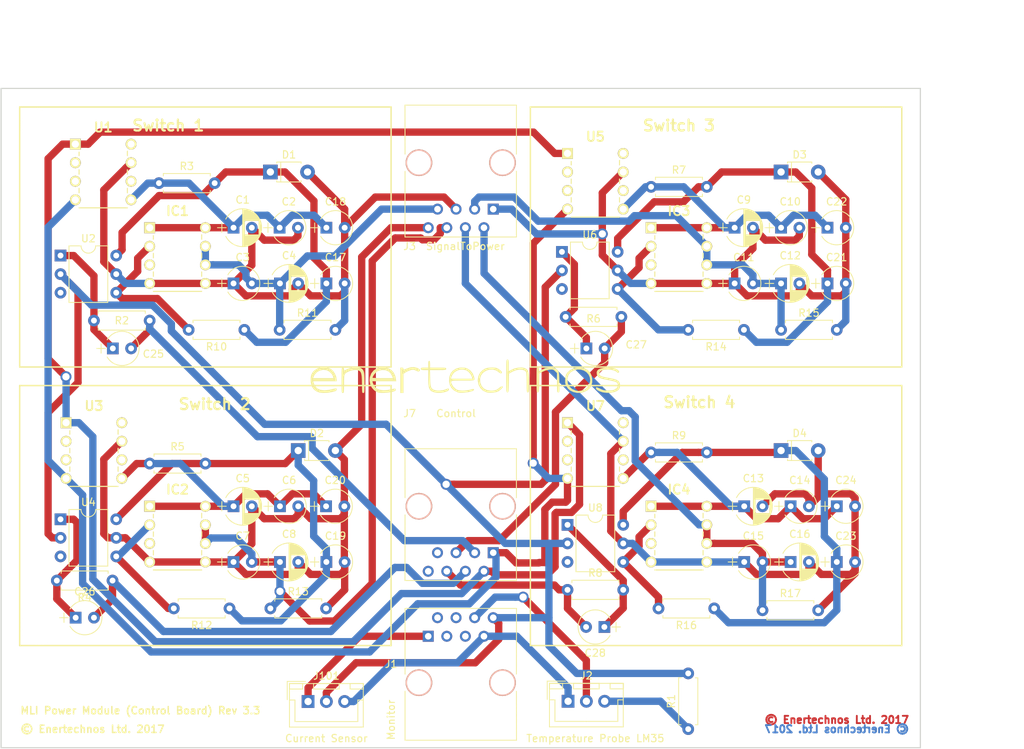
<source format=kicad_pcb>
(kicad_pcb (version 4) (host pcbnew 4.0.7)

  (general
    (links 151)
    (no_connects 0)
    (area 44.852857 22.700001 193.27 124.535001)
    (thickness 1.6)
    (drawings 32)
    (tracks 524)
    (zones 0)
    (modules 71)
    (nets 36)
  )

  (page A4)
  (title_block
    (title "Power Module (Control Board)")
    (date 2017-12-14)
    (rev "Release 0.1")
    (company "Enertechnos Ltd.")
    (comment 1 "FOR REVIEW")
  )

  (layers
    (0 F.Cu signal)
    (31 B.Cu signal)
    (33 F.Adhes user hide)
    (35 F.Paste user hide)
    (37 F.SilkS user)
    (38 B.Mask user)
    (39 F.Mask user)
    (40 Dwgs.User user)
    (41 Cmts.User user hide)
    (42 Eco1.User user hide)
    (43 Eco2.User user hide)
    (44 Edge.Cuts user)
    (45 Margin user hide)
    (47 F.CrtYd user)
    (49 F.Fab user hide)
  )

  (setup
    (last_trace_width 1)
    (trace_clearance 0.4)
    (zone_clearance 0.35)
    (zone_45_only no)
    (trace_min 1)
    (segment_width 0.2)
    (edge_width 0.15)
    (via_size 1.5)
    (via_drill 1)
    (via_min_size 1.5)
    (via_min_drill 0.3)
    (uvia_size 1)
    (uvia_drill 0.5)
    (uvias_allowed no)
    (uvia_min_size 1)
    (uvia_min_drill 0.1)
    (pcb_text_width 0.3)
    (pcb_text_size 1.5 1.5)
    (mod_edge_width 0.15)
    (mod_text_size 1 1)
    (mod_text_width 0.15)
    (pad_size 1.524 1.524)
    (pad_drill 0.762)
    (pad_to_mask_clearance 0.2)
    (aux_axis_origin 49.53 124.46)
    (visible_elements 7FFFEFFF)
    (pcbplotparams
      (layerselection 0x010e0_80000001)
      (usegerberextensions false)
      (excludeedgelayer true)
      (linewidth 0.100000)
      (plotframeref false)
      (viasonmask false)
      (mode 1)
      (useauxorigin true)
      (hpglpennumber 1)
      (hpglpenspeed 20)
      (hpglpendiameter 15)
      (hpglpenoverlay 2)
      (psnegative false)
      (psa4output false)
      (plotreference true)
      (plotvalue true)
      (plotinvisibletext false)
      (padsonsilk false)
      (subtractmaskfromsilk false)
      (outputformat 1)
      (mirror false)
      (drillshape 0)
      (scaleselection 1)
      (outputdirectory Plot/))
  )

  (net 0 "")
  (net 1 "Net-(C1-Pad1)")
  (net 2 "Net-(C10-Pad1)")
  (net 3 "Net-(C13-Pad1)")
  (net 4 "Net-(IC1-Pad2)")
  (net 5 "Net-(IC2-Pad2)")
  (net 6 "Net-(IC3-Pad2)")
  (net 7 "Net-(IC4-Pad2)")
  (net 8 DC_IN)
  (net 9 DC_GND)
  (net 10 ARD_GND)
  (net 11 "Net-(C20-Pad1)")
  (net 12 "Net-(C17-Pad1)")
  (net 13 "Net-(C19-Pad1)")
  (net 14 "Net-(C21-Pad1)")
  (net 15 "Net-(C23-Pad1)")
  (net 16 ARD_PWM_A)
  (net 17 ARD_PWM_B)
  (net 18 ARD_PWM_C)
  (net 19 ARD_PWM_D)
  (net 20 "Net-(C25-Pad1)")
  (net 21 "Net-(C26-Pad1)")
  (net 22 "Net-(C27-Pad1)")
  (net 23 "Net-(C28-Pad1)")
  (net 24 GND_ISO_1)
  (net 25 DRV_GATE_A)
  (net 26 GND_ISO_2)
  (net 27 DRV_GATE_B)
  (net 28 GND_ISO_3)
  (net 29 DRV_GATE_C)
  (net 30 GND_ISO_4)
  (net 31 DRV_GATE_D)
  (net 32 ARD_CUR)
  (net 33 ARD_VCC)
  (net 34 ARD_TEMP)
  (net 35 "Net-(J2-Pad3)")

  (net_class Default "This is the default net class."
    (clearance 0.4)
    (trace_width 1)
    (via_dia 1.5)
    (via_drill 1)
    (uvia_dia 1)
    (uvia_drill 0.5)
    (add_net ARD_CUR)
    (add_net ARD_GND)
    (add_net ARD_PWM_A)
    (add_net ARD_PWM_B)
    (add_net ARD_PWM_C)
    (add_net ARD_PWM_D)
    (add_net ARD_TEMP)
    (add_net ARD_VCC)
    (add_net DC_GND)
    (add_net DC_IN)
    (add_net DRV_GATE_A)
    (add_net DRV_GATE_B)
    (add_net DRV_GATE_C)
    (add_net DRV_GATE_D)
    (add_net GND_ISO_1)
    (add_net GND_ISO_2)
    (add_net GND_ISO_3)
    (add_net GND_ISO_4)
    (add_net "Net-(C1-Pad1)")
    (add_net "Net-(C10-Pad1)")
    (add_net "Net-(C13-Pad1)")
    (add_net "Net-(C17-Pad1)")
    (add_net "Net-(C19-Pad1)")
    (add_net "Net-(C20-Pad1)")
    (add_net "Net-(C21-Pad1)")
    (add_net "Net-(C23-Pad1)")
    (add_net "Net-(C25-Pad1)")
    (add_net "Net-(C26-Pad1)")
    (add_net "Net-(C27-Pad1)")
    (add_net "Net-(C28-Pad1)")
    (add_net "Net-(IC1-Pad2)")
    (add_net "Net-(IC2-Pad2)")
    (add_net "Net-(IC3-Pad2)")
    (add_net "Net-(IC4-Pad2)")
    (add_net "Net-(J2-Pad3)")
  )

  (module Connectors_JST:JST_XH_B03B-XH-A_03x2.50mm_Straight (layer F.Cu) (tedit 5A4B882C) (tstamp 5A328A2C)
    (at 91.52 118.142564)
    (descr "JST XH series connector, B03B-XH-A, top entry type, through hole")
    (tags "connector jst xh tht top vertical 2.50mm")
    (path /5A3469C9)
    (fp_text reference J101 (at 2.5 -3.5) (layer F.SilkS)
      (effects (font (size 1 1) (thickness 0.15)))
    )
    (fp_text value "Current Sensor" (at 2.5 5.047436) (layer F.SilkS)
      (effects (font (size 1 1) (thickness 0.15)))
    )
    (fp_line (start -2.45 -2.35) (end -2.45 3.4) (layer F.Fab) (width 0.1))
    (fp_line (start -2.45 3.4) (end 7.45 3.4) (layer F.Fab) (width 0.1))
    (fp_line (start 7.45 3.4) (end 7.45 -2.35) (layer F.Fab) (width 0.1))
    (fp_line (start 7.45 -2.35) (end -2.45 -2.35) (layer F.Fab) (width 0.1))
    (fp_line (start -2.95 -2.85) (end -2.95 3.9) (layer F.CrtYd) (width 0.05))
    (fp_line (start -2.95 3.9) (end 7.95 3.9) (layer F.CrtYd) (width 0.05))
    (fp_line (start 7.95 3.9) (end 7.95 -2.85) (layer F.CrtYd) (width 0.05))
    (fp_line (start 7.95 -2.85) (end -2.95 -2.85) (layer F.CrtYd) (width 0.05))
    (fp_line (start -2.55 -2.45) (end -2.55 3.5) (layer F.SilkS) (width 0.12))
    (fp_line (start -2.55 3.5) (end 7.55 3.5) (layer F.SilkS) (width 0.12))
    (fp_line (start 7.55 3.5) (end 7.55 -2.45) (layer F.SilkS) (width 0.12))
    (fp_line (start 7.55 -2.45) (end -2.55 -2.45) (layer F.SilkS) (width 0.12))
    (fp_line (start 0.75 -2.45) (end 0.75 -1.7) (layer F.SilkS) (width 0.12))
    (fp_line (start 0.75 -1.7) (end 4.25 -1.7) (layer F.SilkS) (width 0.12))
    (fp_line (start 4.25 -1.7) (end 4.25 -2.45) (layer F.SilkS) (width 0.12))
    (fp_line (start 4.25 -2.45) (end 0.75 -2.45) (layer F.SilkS) (width 0.12))
    (fp_line (start -2.55 -2.45) (end -2.55 -1.7) (layer F.SilkS) (width 0.12))
    (fp_line (start -2.55 -1.7) (end -0.75 -1.7) (layer F.SilkS) (width 0.12))
    (fp_line (start -0.75 -1.7) (end -0.75 -2.45) (layer F.SilkS) (width 0.12))
    (fp_line (start -0.75 -2.45) (end -2.55 -2.45) (layer F.SilkS) (width 0.12))
    (fp_line (start 5.75 -2.45) (end 5.75 -1.7) (layer F.SilkS) (width 0.12))
    (fp_line (start 5.75 -1.7) (end 7.55 -1.7) (layer F.SilkS) (width 0.12))
    (fp_line (start 7.55 -1.7) (end 7.55 -2.45) (layer F.SilkS) (width 0.12))
    (fp_line (start 7.55 -2.45) (end 5.75 -2.45) (layer F.SilkS) (width 0.12))
    (fp_line (start -2.55 -0.2) (end -1.8 -0.2) (layer F.SilkS) (width 0.12))
    (fp_line (start -1.8 -0.2) (end -1.8 2.75) (layer F.SilkS) (width 0.12))
    (fp_line (start -1.8 2.75) (end 2.5 2.75) (layer F.SilkS) (width 0.12))
    (fp_line (start 7.55 -0.2) (end 6.8 -0.2) (layer F.SilkS) (width 0.12))
    (fp_line (start 6.8 -0.2) (end 6.8 2.75) (layer F.SilkS) (width 0.12))
    (fp_line (start 6.8 2.75) (end 2.5 2.75) (layer F.SilkS) (width 0.12))
    (fp_line (start -0.35 -2.75) (end -2.85 -2.75) (layer F.SilkS) (width 0.12))
    (fp_line (start -2.85 -2.75) (end -2.85 -0.25) (layer F.SilkS) (width 0.12))
    (fp_line (start -0.35 -2.75) (end -2.85 -2.75) (layer F.Fab) (width 0.1))
    (fp_line (start -2.85 -2.75) (end -2.85 -0.25) (layer F.Fab) (width 0.1))
    (fp_text user %R (at 2.5 2.5) (layer F.Fab)
      (effects (font (size 1 1) (thickness 0.15)))
    )
    (pad 1 thru_hole rect (at 0 0) (size 1.75 1.75) (drill 1) (layers *.Cu *.Mask)
      (net 32 ARD_CUR))
    (pad 2 thru_hole circle (at 2.5 0) (size 1.75 1.75) (drill 1) (layers *.Cu *.Mask)
      (net 10 ARD_GND))
    (pad 3 thru_hole circle (at 5 0) (size 1.75 1.75) (drill 1) (layers *.Cu *.Mask)
      (net 33 ARD_VCC))
    (model Connectors_JST.3dshapes/JST_XH_B03B-XH-A_03x2.50mm_Straight.wrl
      (at (xyz 0 0 0))
      (scale (xyz 1 1 1))
      (rotate (xyz 0 0 0))
    )
  )

  (module Connectors_JST:JST_XH_B03B-XH-A_03x2.50mm_Straight (layer F.Cu) (tedit 5A4B8769) (tstamp 5A4B8B9E)
    (at 127.08 118.11)
    (descr "JST XH series connector, B03B-XH-A, top entry type, through hole")
    (tags "connector jst xh tht top vertical 2.50mm")
    (path /599EAAF2)
    (fp_text reference J2 (at 2.5 -3.5) (layer F.SilkS)
      (effects (font (size 1 1) (thickness 0.15)))
    )
    (fp_text value "Temperature Probe LM35" (at 3.73 5.08) (layer F.SilkS)
      (effects (font (size 1 1) (thickness 0.15)))
    )
    (fp_line (start -2.45 -2.35) (end -2.45 3.4) (layer F.Fab) (width 0.1))
    (fp_line (start -2.45 3.4) (end 7.45 3.4) (layer F.Fab) (width 0.1))
    (fp_line (start 7.45 3.4) (end 7.45 -2.35) (layer F.Fab) (width 0.1))
    (fp_line (start 7.45 -2.35) (end -2.45 -2.35) (layer F.Fab) (width 0.1))
    (fp_line (start -2.95 -2.85) (end -2.95 3.9) (layer F.CrtYd) (width 0.05))
    (fp_line (start -2.95 3.9) (end 7.95 3.9) (layer F.CrtYd) (width 0.05))
    (fp_line (start 7.95 3.9) (end 7.95 -2.85) (layer F.CrtYd) (width 0.05))
    (fp_line (start 7.95 -2.85) (end -2.95 -2.85) (layer F.CrtYd) (width 0.05))
    (fp_line (start -2.55 -2.45) (end -2.55 3.5) (layer F.SilkS) (width 0.12))
    (fp_line (start -2.55 3.5) (end 7.55 3.5) (layer F.SilkS) (width 0.12))
    (fp_line (start 7.55 3.5) (end 7.55 -2.45) (layer F.SilkS) (width 0.12))
    (fp_line (start 7.55 -2.45) (end -2.55 -2.45) (layer F.SilkS) (width 0.12))
    (fp_line (start 0.75 -2.45) (end 0.75 -1.7) (layer F.SilkS) (width 0.12))
    (fp_line (start 0.75 -1.7) (end 4.25 -1.7) (layer F.SilkS) (width 0.12))
    (fp_line (start 4.25 -1.7) (end 4.25 -2.45) (layer F.SilkS) (width 0.12))
    (fp_line (start 4.25 -2.45) (end 0.75 -2.45) (layer F.SilkS) (width 0.12))
    (fp_line (start -2.55 -2.45) (end -2.55 -1.7) (layer F.SilkS) (width 0.12))
    (fp_line (start -2.55 -1.7) (end -0.75 -1.7) (layer F.SilkS) (width 0.12))
    (fp_line (start -0.75 -1.7) (end -0.75 -2.45) (layer F.SilkS) (width 0.12))
    (fp_line (start -0.75 -2.45) (end -2.55 -2.45) (layer F.SilkS) (width 0.12))
    (fp_line (start 5.75 -2.45) (end 5.75 -1.7) (layer F.SilkS) (width 0.12))
    (fp_line (start 5.75 -1.7) (end 7.55 -1.7) (layer F.SilkS) (width 0.12))
    (fp_line (start 7.55 -1.7) (end 7.55 -2.45) (layer F.SilkS) (width 0.12))
    (fp_line (start 7.55 -2.45) (end 5.75 -2.45) (layer F.SilkS) (width 0.12))
    (fp_line (start -2.55 -0.2) (end -1.8 -0.2) (layer F.SilkS) (width 0.12))
    (fp_line (start -1.8 -0.2) (end -1.8 2.75) (layer F.SilkS) (width 0.12))
    (fp_line (start -1.8 2.75) (end 2.5 2.75) (layer F.SilkS) (width 0.12))
    (fp_line (start 7.55 -0.2) (end 6.8 -0.2) (layer F.SilkS) (width 0.12))
    (fp_line (start 6.8 -0.2) (end 6.8 2.75) (layer F.SilkS) (width 0.12))
    (fp_line (start 6.8 2.75) (end 2.5 2.75) (layer F.SilkS) (width 0.12))
    (fp_line (start -0.35 -2.75) (end -2.85 -2.75) (layer F.SilkS) (width 0.12))
    (fp_line (start -2.85 -2.75) (end -2.85 -0.25) (layer F.SilkS) (width 0.12))
    (fp_line (start -0.35 -2.75) (end -2.85 -2.75) (layer F.Fab) (width 0.1))
    (fp_line (start -2.85 -2.75) (end -2.85 -0.25) (layer F.Fab) (width 0.1))
    (fp_text user %R (at 2.5 2.5) (layer F.Fab)
      (effects (font (size 1 1) (thickness 0.15)))
    )
    (pad 1 thru_hole rect (at 0 0) (size 1.75 1.75) (drill 1) (layers *.Cu *.Mask)
      (net 33 ARD_VCC))
    (pad 2 thru_hole circle (at 2.5 0) (size 1.75 1.75) (drill 1) (layers *.Cu *.Mask)
      (net 34 ARD_TEMP))
    (pad 3 thru_hole circle (at 5 0) (size 1.75 1.75) (drill 1) (layers *.Cu *.Mask)
      (net 35 "Net-(J2-Pad3)"))
    (model Connectors_JST.3dshapes/JST_XH_B03B-XH-A_03x2.50mm_Straight.wrl
      (at (xyz 0 0 0))
      (scale (xyz 1 1 1))
      (rotate (xyz 0 0 0))
    )
  )

  (module Resistors_THT:R_Axial_DIN0207_L6.3mm_D2.5mm_P7.62mm_Horizontal (layer F.Cu) (tedit 5874F706) (tstamp 59EF6824)
    (at 153.67 105.664)
    (descr "Resistor, Axial_DIN0207 series, Axial, Horizontal, pin pitch=7.62mm, 0.25W = 1/4W, length*diameter=6.3*2.5mm^2, http://cdn-reichelt.de/documents/datenblatt/B400/1_4W%23YAG.pdf")
    (tags "Resistor Axial_DIN0207 series Axial Horizontal pin pitch 7.62mm 0.25W = 1/4W length 6.3mm diameter 2.5mm")
    (path /59A712A3/59EF1A58)
    (fp_text reference R17 (at 3.81 -2.31) (layer F.SilkS)
      (effects (font (size 1 1) (thickness 0.15)))
    )
    (fp_text value R (at 3.81 2.31) (layer F.Fab)
      (effects (font (size 1 1) (thickness 0.15)))
    )
    (fp_line (start 0.66 -1.25) (end 0.66 1.25) (layer F.Fab) (width 0.1))
    (fp_line (start 0.66 1.25) (end 6.96 1.25) (layer F.Fab) (width 0.1))
    (fp_line (start 6.96 1.25) (end 6.96 -1.25) (layer F.Fab) (width 0.1))
    (fp_line (start 6.96 -1.25) (end 0.66 -1.25) (layer F.Fab) (width 0.1))
    (fp_line (start 0 0) (end 0.66 0) (layer F.Fab) (width 0.1))
    (fp_line (start 7.62 0) (end 6.96 0) (layer F.Fab) (width 0.1))
    (fp_line (start 0.6 -0.98) (end 0.6 -1.31) (layer F.SilkS) (width 0.12))
    (fp_line (start 0.6 -1.31) (end 7.02 -1.31) (layer F.SilkS) (width 0.12))
    (fp_line (start 7.02 -1.31) (end 7.02 -0.98) (layer F.SilkS) (width 0.12))
    (fp_line (start 0.6 0.98) (end 0.6 1.31) (layer F.SilkS) (width 0.12))
    (fp_line (start 0.6 1.31) (end 7.02 1.31) (layer F.SilkS) (width 0.12))
    (fp_line (start 7.02 1.31) (end 7.02 0.98) (layer F.SilkS) (width 0.12))
    (fp_line (start -1.05 -1.6) (end -1.05 1.6) (layer F.CrtYd) (width 0.05))
    (fp_line (start -1.05 1.6) (end 8.7 1.6) (layer F.CrtYd) (width 0.05))
    (fp_line (start 8.7 1.6) (end 8.7 -1.6) (layer F.CrtYd) (width 0.05))
    (fp_line (start 8.7 -1.6) (end -1.05 -1.6) (layer F.CrtYd) (width 0.05))
    (pad 1 thru_hole circle (at 0 0) (size 1.6 1.6) (drill 0.8) (layers *.Cu *.Mask)
      (net 31 DRV_GATE_D))
    (pad 2 thru_hole oval (at 7.62 0) (size 1.6 1.6) (drill 0.8) (layers *.Cu *.Mask)
      (net 30 GND_ISO_4))
    (model ${KISYS3DMOD}/Resistors_THT.3dshapes/R_Axial_DIN0207_L6.3mm_D2.5mm_P7.62mm_Horizontal.wrl
      (at (xyz 0 0 0))
      (scale (xyz 0.3937 0.3937 0.3937))
      (rotate (xyz 0 0 0))
    )
  )

  (module Capacitors_THT:CP_Radial_Tantal_D4.5mm_P2.50mm (layer F.Cu) (tedit 597C781B) (tstamp 59EF6724)
    (at 163.83 91.44)
    (descr "CP, Radial_Tantal series, Radial, pin pitch=2.50mm, , diameter=4.5mm, Tantal Electrolytic Capacitor, http://cdn-reichelt.de/documents/datenblatt/B300/TANTAL-TB-Serie%23.pdf")
    (tags "CP Radial_Tantal series Radial pin pitch 2.50mm  diameter 4.5mm Tantal Electrolytic Capacitor")
    (path /59A712A3/59EF1DD4)
    (fp_text reference C24 (at 1.25 -3.56) (layer F.SilkS)
      (effects (font (size 1 1) (thickness 0.15)))
    )
    (fp_text value 100nF (at 1.25 3.56) (layer F.Fab)
      (effects (font (size 1 1) (thickness 0.15)))
    )
    (fp_arc (start 1.25 0) (end -0.770693 -1.18) (angle 119.4) (layer F.SilkS) (width 0.12))
    (fp_arc (start 1.25 0) (end -0.770693 1.18) (angle -119.4) (layer F.SilkS) (width 0.12))
    (fp_arc (start 1.25 0) (end 3.270693 -1.18) (angle 60.6) (layer F.SilkS) (width 0.12))
    (fp_circle (center 1.25 0) (end 3.5 0) (layer F.Fab) (width 0.1))
    (fp_line (start -2.2 0) (end -1 0) (layer F.Fab) (width 0.1))
    (fp_line (start -1.6 -0.65) (end -1.6 0.65) (layer F.Fab) (width 0.1))
    (fp_line (start -2.2 0) (end -1 0) (layer F.SilkS) (width 0.12))
    (fp_line (start -1.6 -0.65) (end -1.6 0.65) (layer F.SilkS) (width 0.12))
    (fp_line (start -1.35 -2.6) (end -1.35 2.6) (layer F.CrtYd) (width 0.05))
    (fp_line (start -1.35 2.6) (end 3.85 2.6) (layer F.CrtYd) (width 0.05))
    (fp_line (start 3.85 2.6) (end 3.85 -2.6) (layer F.CrtYd) (width 0.05))
    (fp_line (start 3.85 -2.6) (end -1.35 -2.6) (layer F.CrtYd) (width 0.05))
    (fp_text user %R (at 1.25 0) (layer F.Fab)
      (effects (font (size 1 1) (thickness 0.15)))
    )
    (pad 1 thru_hole rect (at 0 0) (size 1.6 1.6) (drill 0.8) (layers *.Cu *.Mask)
      (net 3 "Net-(C13-Pad1)"))
    (pad 2 thru_hole circle (at 2.5 0) (size 1.6 1.6) (drill 0.8) (layers *.Cu *.Mask)
      (net 30 GND_ISO_4))
    (model ${KISYS3DMOD}/Capacitors_THT.3dshapes/CP_Radial_Tantal_D4.5mm_P2.50mm.wrl
      (at (xyz 0 0 0))
      (scale (xyz 1 1 1))
      (rotate (xyz 0 0 0))
    )
  )

  (module Mounting_Holes:MountingHole_4.3mm_M4 (layer F.Cu) (tedit 59A7ED1B) (tstamp 59A7F102)
    (at 170.18 107.95)
    (descr "Mounting Hole 4.3mm, no annular, M4")
    (tags "mounting hole 4.3mm no annular m4")
    (fp_text reference "" (at 0 -5.3) (layer F.SilkS)
      (effects (font (size 1 1) (thickness 0.15)))
    )
    (fp_text value MountingHole_4.3mm_M4 (at 0 5.3) (layer F.Fab)
      (effects (font (size 1 1) (thickness 0.15)))
    )
    (fp_circle (center 0 0) (end 4.3 0) (layer Cmts.User) (width 0.15))
    (fp_circle (center 0 0) (end 4.55 0) (layer F.CrtYd) (width 0.05))
    (pad 1 np_thru_hole circle (at 0 0) (size 4.3 4.3) (drill 4.3) (layers *.Cu *.Mask))
  )

  (module Capacitors_THT:CP_Radial_Tantal_D4.5mm_P2.50mm (layer F.Cu) (tedit 597C781B) (tstamp 59A6EB07)
    (at 157.52 91.44)
    (descr "CP, Radial_Tantal series, Radial, pin pitch=2.50mm, , diameter=4.5mm, Tantal Electrolytic Capacitor, http://cdn-reichelt.de/documents/datenblatt/B300/TANTAL-TB-Serie%23.pdf")
    (tags "CP Radial_Tantal series Radial pin pitch 2.50mm  diameter 4.5mm Tantal Electrolytic Capacitor")
    (path /59A712A3/59A6D3E0)
    (fp_text reference C14 (at 1.25 -3.56) (layer F.SilkS)
      (effects (font (size 1 1) (thickness 0.15)))
    )
    (fp_text value 100nF (at 1.25 3.56) (layer F.Fab)
      (effects (font (size 1 1) (thickness 0.15)))
    )
    (fp_arc (start 1.25 0) (end -0.770693 -1.18) (angle 119.4) (layer F.SilkS) (width 0.12))
    (fp_arc (start 1.25 0) (end -0.770693 1.18) (angle -119.4) (layer F.SilkS) (width 0.12))
    (fp_arc (start 1.25 0) (end 3.270693 -1.18) (angle 60.6) (layer F.SilkS) (width 0.12))
    (fp_circle (center 1.25 0) (end 3.5 0) (layer F.Fab) (width 0.1))
    (fp_line (start -2.2 0) (end -1 0) (layer F.Fab) (width 0.1))
    (fp_line (start -1.6 -0.65) (end -1.6 0.65) (layer F.Fab) (width 0.1))
    (fp_line (start -2.2 0) (end -1 0) (layer F.SilkS) (width 0.12))
    (fp_line (start -1.6 -0.65) (end -1.6 0.65) (layer F.SilkS) (width 0.12))
    (fp_line (start -1.35 -2.6) (end -1.35 2.6) (layer F.CrtYd) (width 0.05))
    (fp_line (start -1.35 2.6) (end 3.85 2.6) (layer F.CrtYd) (width 0.05))
    (fp_line (start 3.85 2.6) (end 3.85 -2.6) (layer F.CrtYd) (width 0.05))
    (fp_line (start 3.85 -2.6) (end -1.35 -2.6) (layer F.CrtYd) (width 0.05))
    (fp_text user %R (at 1.25 0) (layer F.Fab)
      (effects (font (size 1 1) (thickness 0.15)))
    )
    (pad 1 thru_hole rect (at 0 0) (size 1.6 1.6) (drill 0.8) (layers *.Cu *.Mask)
      (net 3 "Net-(C13-Pad1)"))
    (pad 2 thru_hole circle (at 2.5 0) (size 1.6 1.6) (drill 0.8) (layers *.Cu *.Mask)
      (net 30 GND_ISO_4))
    (model ${KISYS3DMOD}/Capacitors_THT.3dshapes/CP_Radial_Tantal_D4.5mm_P2.50mm.wrl
      (at (xyz 0 0 0))
      (scale (xyz 1 1 1))
      (rotate (xyz 0 0 0))
    )
  )

  (module Capacitors_THT:CP_Radial_D5.0mm_P2.50mm (layer F.Cu) (tedit 597BC7C2) (tstamp 59A6EB9F)
    (at 157.52 99.06)
    (descr "CP, Radial series, Radial, pin pitch=2.50mm, , diameter=5mm, Electrolytic Capacitor")
    (tags "CP Radial series Radial pin pitch 2.50mm  diameter 5mm Electrolytic Capacitor")
    (path /59A712A3/59498146)
    (fp_text reference C16 (at 1.25 -3.81) (layer F.SilkS)
      (effects (font (size 1 1) (thickness 0.15)))
    )
    (fp_text value 4.7uF (at 1.25 3.81) (layer F.Fab)
      (effects (font (size 1 1) (thickness 0.15)))
    )
    (fp_arc (start 1.25 0) (end -1.05558 -1.18) (angle 125.8) (layer F.SilkS) (width 0.12))
    (fp_arc (start 1.25 0) (end -1.05558 1.18) (angle -125.8) (layer F.SilkS) (width 0.12))
    (fp_arc (start 1.25 0) (end 3.55558 -1.18) (angle 54.2) (layer F.SilkS) (width 0.12))
    (fp_circle (center 1.25 0) (end 3.75 0) (layer F.Fab) (width 0.1))
    (fp_line (start -2.2 0) (end -1 0) (layer F.Fab) (width 0.1))
    (fp_line (start -1.6 -0.65) (end -1.6 0.65) (layer F.Fab) (width 0.1))
    (fp_line (start 1.25 -2.55) (end 1.25 2.55) (layer F.SilkS) (width 0.12))
    (fp_line (start 1.29 -2.55) (end 1.29 2.55) (layer F.SilkS) (width 0.12))
    (fp_line (start 1.33 -2.549) (end 1.33 2.549) (layer F.SilkS) (width 0.12))
    (fp_line (start 1.37 -2.548) (end 1.37 2.548) (layer F.SilkS) (width 0.12))
    (fp_line (start 1.41 -2.546) (end 1.41 2.546) (layer F.SilkS) (width 0.12))
    (fp_line (start 1.45 -2.543) (end 1.45 2.543) (layer F.SilkS) (width 0.12))
    (fp_line (start 1.49 -2.539) (end 1.49 2.539) (layer F.SilkS) (width 0.12))
    (fp_line (start 1.53 -2.535) (end 1.53 -0.98) (layer F.SilkS) (width 0.12))
    (fp_line (start 1.53 0.98) (end 1.53 2.535) (layer F.SilkS) (width 0.12))
    (fp_line (start 1.57 -2.531) (end 1.57 -0.98) (layer F.SilkS) (width 0.12))
    (fp_line (start 1.57 0.98) (end 1.57 2.531) (layer F.SilkS) (width 0.12))
    (fp_line (start 1.61 -2.525) (end 1.61 -0.98) (layer F.SilkS) (width 0.12))
    (fp_line (start 1.61 0.98) (end 1.61 2.525) (layer F.SilkS) (width 0.12))
    (fp_line (start 1.65 -2.519) (end 1.65 -0.98) (layer F.SilkS) (width 0.12))
    (fp_line (start 1.65 0.98) (end 1.65 2.519) (layer F.SilkS) (width 0.12))
    (fp_line (start 1.69 -2.513) (end 1.69 -0.98) (layer F.SilkS) (width 0.12))
    (fp_line (start 1.69 0.98) (end 1.69 2.513) (layer F.SilkS) (width 0.12))
    (fp_line (start 1.73 -2.506) (end 1.73 -0.98) (layer F.SilkS) (width 0.12))
    (fp_line (start 1.73 0.98) (end 1.73 2.506) (layer F.SilkS) (width 0.12))
    (fp_line (start 1.77 -2.498) (end 1.77 -0.98) (layer F.SilkS) (width 0.12))
    (fp_line (start 1.77 0.98) (end 1.77 2.498) (layer F.SilkS) (width 0.12))
    (fp_line (start 1.81 -2.489) (end 1.81 -0.98) (layer F.SilkS) (width 0.12))
    (fp_line (start 1.81 0.98) (end 1.81 2.489) (layer F.SilkS) (width 0.12))
    (fp_line (start 1.85 -2.48) (end 1.85 -0.98) (layer F.SilkS) (width 0.12))
    (fp_line (start 1.85 0.98) (end 1.85 2.48) (layer F.SilkS) (width 0.12))
    (fp_line (start 1.89 -2.47) (end 1.89 -0.98) (layer F.SilkS) (width 0.12))
    (fp_line (start 1.89 0.98) (end 1.89 2.47) (layer F.SilkS) (width 0.12))
    (fp_line (start 1.93 -2.46) (end 1.93 -0.98) (layer F.SilkS) (width 0.12))
    (fp_line (start 1.93 0.98) (end 1.93 2.46) (layer F.SilkS) (width 0.12))
    (fp_line (start 1.971 -2.448) (end 1.971 -0.98) (layer F.SilkS) (width 0.12))
    (fp_line (start 1.971 0.98) (end 1.971 2.448) (layer F.SilkS) (width 0.12))
    (fp_line (start 2.011 -2.436) (end 2.011 -0.98) (layer F.SilkS) (width 0.12))
    (fp_line (start 2.011 0.98) (end 2.011 2.436) (layer F.SilkS) (width 0.12))
    (fp_line (start 2.051 -2.424) (end 2.051 -0.98) (layer F.SilkS) (width 0.12))
    (fp_line (start 2.051 0.98) (end 2.051 2.424) (layer F.SilkS) (width 0.12))
    (fp_line (start 2.091 -2.41) (end 2.091 -0.98) (layer F.SilkS) (width 0.12))
    (fp_line (start 2.091 0.98) (end 2.091 2.41) (layer F.SilkS) (width 0.12))
    (fp_line (start 2.131 -2.396) (end 2.131 -0.98) (layer F.SilkS) (width 0.12))
    (fp_line (start 2.131 0.98) (end 2.131 2.396) (layer F.SilkS) (width 0.12))
    (fp_line (start 2.171 -2.382) (end 2.171 -0.98) (layer F.SilkS) (width 0.12))
    (fp_line (start 2.171 0.98) (end 2.171 2.382) (layer F.SilkS) (width 0.12))
    (fp_line (start 2.211 -2.366) (end 2.211 -0.98) (layer F.SilkS) (width 0.12))
    (fp_line (start 2.211 0.98) (end 2.211 2.366) (layer F.SilkS) (width 0.12))
    (fp_line (start 2.251 -2.35) (end 2.251 -0.98) (layer F.SilkS) (width 0.12))
    (fp_line (start 2.251 0.98) (end 2.251 2.35) (layer F.SilkS) (width 0.12))
    (fp_line (start 2.291 -2.333) (end 2.291 -0.98) (layer F.SilkS) (width 0.12))
    (fp_line (start 2.291 0.98) (end 2.291 2.333) (layer F.SilkS) (width 0.12))
    (fp_line (start 2.331 -2.315) (end 2.331 -0.98) (layer F.SilkS) (width 0.12))
    (fp_line (start 2.331 0.98) (end 2.331 2.315) (layer F.SilkS) (width 0.12))
    (fp_line (start 2.371 -2.296) (end 2.371 -0.98) (layer F.SilkS) (width 0.12))
    (fp_line (start 2.371 0.98) (end 2.371 2.296) (layer F.SilkS) (width 0.12))
    (fp_line (start 2.411 -2.276) (end 2.411 -0.98) (layer F.SilkS) (width 0.12))
    (fp_line (start 2.411 0.98) (end 2.411 2.276) (layer F.SilkS) (width 0.12))
    (fp_line (start 2.451 -2.256) (end 2.451 -0.98) (layer F.SilkS) (width 0.12))
    (fp_line (start 2.451 0.98) (end 2.451 2.256) (layer F.SilkS) (width 0.12))
    (fp_line (start 2.491 -2.234) (end 2.491 -0.98) (layer F.SilkS) (width 0.12))
    (fp_line (start 2.491 0.98) (end 2.491 2.234) (layer F.SilkS) (width 0.12))
    (fp_line (start 2.531 -2.212) (end 2.531 -0.98) (layer F.SilkS) (width 0.12))
    (fp_line (start 2.531 0.98) (end 2.531 2.212) (layer F.SilkS) (width 0.12))
    (fp_line (start 2.571 -2.189) (end 2.571 -0.98) (layer F.SilkS) (width 0.12))
    (fp_line (start 2.571 0.98) (end 2.571 2.189) (layer F.SilkS) (width 0.12))
    (fp_line (start 2.611 -2.165) (end 2.611 -0.98) (layer F.SilkS) (width 0.12))
    (fp_line (start 2.611 0.98) (end 2.611 2.165) (layer F.SilkS) (width 0.12))
    (fp_line (start 2.651 -2.14) (end 2.651 -0.98) (layer F.SilkS) (width 0.12))
    (fp_line (start 2.651 0.98) (end 2.651 2.14) (layer F.SilkS) (width 0.12))
    (fp_line (start 2.691 -2.113) (end 2.691 -0.98) (layer F.SilkS) (width 0.12))
    (fp_line (start 2.691 0.98) (end 2.691 2.113) (layer F.SilkS) (width 0.12))
    (fp_line (start 2.731 -2.086) (end 2.731 -0.98) (layer F.SilkS) (width 0.12))
    (fp_line (start 2.731 0.98) (end 2.731 2.086) (layer F.SilkS) (width 0.12))
    (fp_line (start 2.771 -2.058) (end 2.771 -0.98) (layer F.SilkS) (width 0.12))
    (fp_line (start 2.771 0.98) (end 2.771 2.058) (layer F.SilkS) (width 0.12))
    (fp_line (start 2.811 -2.028) (end 2.811 -0.98) (layer F.SilkS) (width 0.12))
    (fp_line (start 2.811 0.98) (end 2.811 2.028) (layer F.SilkS) (width 0.12))
    (fp_line (start 2.851 -1.997) (end 2.851 -0.98) (layer F.SilkS) (width 0.12))
    (fp_line (start 2.851 0.98) (end 2.851 1.997) (layer F.SilkS) (width 0.12))
    (fp_line (start 2.891 -1.965) (end 2.891 -0.98) (layer F.SilkS) (width 0.12))
    (fp_line (start 2.891 0.98) (end 2.891 1.965) (layer F.SilkS) (width 0.12))
    (fp_line (start 2.931 -1.932) (end 2.931 -0.98) (layer F.SilkS) (width 0.12))
    (fp_line (start 2.931 0.98) (end 2.931 1.932) (layer F.SilkS) (width 0.12))
    (fp_line (start 2.971 -1.897) (end 2.971 -0.98) (layer F.SilkS) (width 0.12))
    (fp_line (start 2.971 0.98) (end 2.971 1.897) (layer F.SilkS) (width 0.12))
    (fp_line (start 3.011 -1.861) (end 3.011 -0.98) (layer F.SilkS) (width 0.12))
    (fp_line (start 3.011 0.98) (end 3.011 1.861) (layer F.SilkS) (width 0.12))
    (fp_line (start 3.051 -1.823) (end 3.051 -0.98) (layer F.SilkS) (width 0.12))
    (fp_line (start 3.051 0.98) (end 3.051 1.823) (layer F.SilkS) (width 0.12))
    (fp_line (start 3.091 -1.783) (end 3.091 -0.98) (layer F.SilkS) (width 0.12))
    (fp_line (start 3.091 0.98) (end 3.091 1.783) (layer F.SilkS) (width 0.12))
    (fp_line (start 3.131 -1.742) (end 3.131 -0.98) (layer F.SilkS) (width 0.12))
    (fp_line (start 3.131 0.98) (end 3.131 1.742) (layer F.SilkS) (width 0.12))
    (fp_line (start 3.171 -1.699) (end 3.171 -0.98) (layer F.SilkS) (width 0.12))
    (fp_line (start 3.171 0.98) (end 3.171 1.699) (layer F.SilkS) (width 0.12))
    (fp_line (start 3.211 -1.654) (end 3.211 -0.98) (layer F.SilkS) (width 0.12))
    (fp_line (start 3.211 0.98) (end 3.211 1.654) (layer F.SilkS) (width 0.12))
    (fp_line (start 3.251 -1.606) (end 3.251 -0.98) (layer F.SilkS) (width 0.12))
    (fp_line (start 3.251 0.98) (end 3.251 1.606) (layer F.SilkS) (width 0.12))
    (fp_line (start 3.291 -1.556) (end 3.291 -0.98) (layer F.SilkS) (width 0.12))
    (fp_line (start 3.291 0.98) (end 3.291 1.556) (layer F.SilkS) (width 0.12))
    (fp_line (start 3.331 -1.504) (end 3.331 -0.98) (layer F.SilkS) (width 0.12))
    (fp_line (start 3.331 0.98) (end 3.331 1.504) (layer F.SilkS) (width 0.12))
    (fp_line (start 3.371 -1.448) (end 3.371 -0.98) (layer F.SilkS) (width 0.12))
    (fp_line (start 3.371 0.98) (end 3.371 1.448) (layer F.SilkS) (width 0.12))
    (fp_line (start 3.411 -1.39) (end 3.411 -0.98) (layer F.SilkS) (width 0.12))
    (fp_line (start 3.411 0.98) (end 3.411 1.39) (layer F.SilkS) (width 0.12))
    (fp_line (start 3.451 -1.327) (end 3.451 -0.98) (layer F.SilkS) (width 0.12))
    (fp_line (start 3.451 0.98) (end 3.451 1.327) (layer F.SilkS) (width 0.12))
    (fp_line (start 3.491 -1.261) (end 3.491 1.261) (layer F.SilkS) (width 0.12))
    (fp_line (start 3.531 -1.189) (end 3.531 1.189) (layer F.SilkS) (width 0.12))
    (fp_line (start 3.571 -1.112) (end 3.571 1.112) (layer F.SilkS) (width 0.12))
    (fp_line (start 3.611 -1.028) (end 3.611 1.028) (layer F.SilkS) (width 0.12))
    (fp_line (start 3.651 -0.934) (end 3.651 0.934) (layer F.SilkS) (width 0.12))
    (fp_line (start 3.691 -0.829) (end 3.691 0.829) (layer F.SilkS) (width 0.12))
    (fp_line (start 3.731 -0.707) (end 3.731 0.707) (layer F.SilkS) (width 0.12))
    (fp_line (start 3.771 -0.559) (end 3.771 0.559) (layer F.SilkS) (width 0.12))
    (fp_line (start 3.811 -0.354) (end 3.811 0.354) (layer F.SilkS) (width 0.12))
    (fp_line (start -2.2 0) (end -1 0) (layer F.SilkS) (width 0.12))
    (fp_line (start -1.6 -0.65) (end -1.6 0.65) (layer F.SilkS) (width 0.12))
    (fp_line (start -1.6 -2.85) (end -1.6 2.85) (layer F.CrtYd) (width 0.05))
    (fp_line (start -1.6 2.85) (end 4.1 2.85) (layer F.CrtYd) (width 0.05))
    (fp_line (start 4.1 2.85) (end 4.1 -2.85) (layer F.CrtYd) (width 0.05))
    (fp_line (start 4.1 -2.85) (end -1.6 -2.85) (layer F.CrtYd) (width 0.05))
    (fp_text user %R (at 1.25 0) (layer F.Fab)
      (effects (font (size 1 1) (thickness 0.15)))
    )
    (pad 1 thru_hole rect (at 0 0) (size 1.6 1.6) (drill 0.8) (layers *.Cu *.Mask)
      (net 31 DRV_GATE_D))
    (pad 2 thru_hole circle (at 2.5 0) (size 1.6 1.6) (drill 0.8) (layers *.Cu *.Mask)
      (net 30 GND_ISO_4))
    (model ${KISYS3DMOD}/Capacitors_THT.3dshapes/CP_Radial_D5.0mm_P2.50mm.wrl
      (at (xyz 0 0 0))
      (scale (xyz 1 1 1))
      (rotate (xyz 0 0 0))
    )
  )

  (module Capacitors_THT:CP_Radial_Tantal_D4.5mm_P2.50mm (layer F.Cu) (tedit 597C781B) (tstamp 59EF6711)
    (at 163.83 99.06)
    (descr "CP, Radial_Tantal series, Radial, pin pitch=2.50mm, , diameter=4.5mm, Tantal Electrolytic Capacitor, http://cdn-reichelt.de/documents/datenblatt/B300/TANTAL-TB-Serie%23.pdf")
    (tags "CP Radial_Tantal series Radial pin pitch 2.50mm  diameter 4.5mm Tantal Electrolytic Capacitor")
    (path /59A712A3/59EF0ED7)
    (fp_text reference C23 (at 1.25 -3.56) (layer F.SilkS)
      (effects (font (size 1 1) (thickness 0.15)))
    )
    (fp_text value 100nF (at 1.25 3.56) (layer F.Fab)
      (effects (font (size 1 1) (thickness 0.15)))
    )
    (fp_arc (start 1.25 0) (end -0.770693 -1.18) (angle 119.4) (layer F.SilkS) (width 0.12))
    (fp_arc (start 1.25 0) (end -0.770693 1.18) (angle -119.4) (layer F.SilkS) (width 0.12))
    (fp_arc (start 1.25 0) (end 3.270693 -1.18) (angle 60.6) (layer F.SilkS) (width 0.12))
    (fp_circle (center 1.25 0) (end 3.5 0) (layer F.Fab) (width 0.1))
    (fp_line (start -2.2 0) (end -1 0) (layer F.Fab) (width 0.1))
    (fp_line (start -1.6 -0.65) (end -1.6 0.65) (layer F.Fab) (width 0.1))
    (fp_line (start -2.2 0) (end -1 0) (layer F.SilkS) (width 0.12))
    (fp_line (start -1.6 -0.65) (end -1.6 0.65) (layer F.SilkS) (width 0.12))
    (fp_line (start -1.35 -2.6) (end -1.35 2.6) (layer F.CrtYd) (width 0.05))
    (fp_line (start -1.35 2.6) (end 3.85 2.6) (layer F.CrtYd) (width 0.05))
    (fp_line (start 3.85 2.6) (end 3.85 -2.6) (layer F.CrtYd) (width 0.05))
    (fp_line (start 3.85 -2.6) (end -1.35 -2.6) (layer F.CrtYd) (width 0.05))
    (fp_text user %R (at 1.25 0) (layer F.Fab)
      (effects (font (size 1 1) (thickness 0.15)))
    )
    (pad 1 thru_hole rect (at 0 0) (size 1.6 1.6) (drill 0.8) (layers *.Cu *.Mask)
      (net 15 "Net-(C23-Pad1)"))
    (pad 2 thru_hole circle (at 2.5 0) (size 1.6 1.6) (drill 0.8) (layers *.Cu *.Mask)
      (net 30 GND_ISO_4))
    (model ${KISYS3DMOD}/Capacitors_THT.3dshapes/CP_Radial_Tantal_D4.5mm_P2.50mm.wrl
      (at (xyz 0 0 0))
      (scale (xyz 1 1 1))
      (rotate (xyz 0 0 0))
    )
  )

  (module Diodes_THT:D_T-1_P5.08mm_Horizontal (layer F.Cu) (tedit 5921392F) (tstamp 59F0CB68)
    (at 156.21 83.82)
    (descr "D, T-1 series, Axial, Horizontal, pin pitch=5.08mm, , length*diameter=3.2*2.6mm^2, , http://www.diodes.com/_files/packages/T-1.pdf")
    (tags "D T-1 series Axial Horizontal pin pitch 5.08mm  length 3.2mm diameter 2.6mm")
    (path /59A712A3/59EF0E59)
    (fp_text reference D4 (at 2.54 -2.36) (layer F.SilkS)
      (effects (font (size 1 1) (thickness 0.15)))
    )
    (fp_text value D_Zener (at 2.54 2.36) (layer F.Fab)
      (effects (font (size 1 1) (thickness 0.15)))
    )
    (fp_text user %R (at 2.54 0) (layer F.Fab)
      (effects (font (size 1 1) (thickness 0.15)))
    )
    (fp_line (start 0.94 -1.3) (end 0.94 1.3) (layer F.Fab) (width 0.1))
    (fp_line (start 0.94 1.3) (end 4.14 1.3) (layer F.Fab) (width 0.1))
    (fp_line (start 4.14 1.3) (end 4.14 -1.3) (layer F.Fab) (width 0.1))
    (fp_line (start 4.14 -1.3) (end 0.94 -1.3) (layer F.Fab) (width 0.1))
    (fp_line (start 0 0) (end 0.94 0) (layer F.Fab) (width 0.1))
    (fp_line (start 5.08 0) (end 4.14 0) (layer F.Fab) (width 0.1))
    (fp_line (start 1.42 -1.3) (end 1.42 1.3) (layer F.Fab) (width 0.1))
    (fp_line (start 0.88 -1.18) (end 0.88 -1.36) (layer F.SilkS) (width 0.12))
    (fp_line (start 0.88 -1.36) (end 4.2 -1.36) (layer F.SilkS) (width 0.12))
    (fp_line (start 4.2 -1.36) (end 4.2 -1.18) (layer F.SilkS) (width 0.12))
    (fp_line (start 0.88 1.18) (end 0.88 1.36) (layer F.SilkS) (width 0.12))
    (fp_line (start 0.88 1.36) (end 4.2 1.36) (layer F.SilkS) (width 0.12))
    (fp_line (start 4.2 1.36) (end 4.2 1.18) (layer F.SilkS) (width 0.12))
    (fp_line (start 1.42 -1.36) (end 1.42 1.36) (layer F.SilkS) (width 0.12))
    (fp_line (start -1.25 -1.65) (end -1.25 1.65) (layer F.CrtYd) (width 0.05))
    (fp_line (start -1.25 1.65) (end 6.35 1.65) (layer F.CrtYd) (width 0.05))
    (fp_line (start 6.35 1.65) (end 6.35 -1.65) (layer F.CrtYd) (width 0.05))
    (fp_line (start 6.35 -1.65) (end -1.25 -1.65) (layer F.CrtYd) (width 0.05))
    (pad 1 thru_hole rect (at 0 0) (size 2 2) (drill 1) (layers *.Cu *.Mask)
      (net 15 "Net-(C23-Pad1)"))
    (pad 2 thru_hole oval (at 5.08 0) (size 2 2) (drill 1) (layers *.Cu *.Mask)
      (net 30 GND_ISO_4))
    (model ${KISYS3DMOD}/Diodes_THT.3dshapes/D_T-1_P5.08mm_Horizontal.wrl
      (at (xyz 0 0 0))
      (scale (xyz 0.393701 0.393701 0.393701))
      (rotate (xyz 0 0 0))
    )
  )

  (module Housings_DIP:DIP-6_W7.62mm (layer F.Cu) (tedit 59C78D6B) (tstamp 59EF688C)
    (at 127 93.98)
    (descr "6-lead though-hole mounted DIP package, row spacing 7.62 mm (300 mils)")
    (tags "THT DIP DIL PDIP 2.54mm 7.62mm 300mil")
    (path /59A712A3/59A6DAA6)
    (fp_text reference U8 (at 3.81 -2.33) (layer F.SilkS)
      (effects (font (size 1 1) (thickness 0.15)))
    )
    (fp_text value H11N1M (at 3.81 7.41) (layer F.Fab)
      (effects (font (size 1 1) (thickness 0.15)))
    )
    (fp_arc (start 3.81 -1.33) (end 2.81 -1.33) (angle -180) (layer F.SilkS) (width 0.12))
    (fp_line (start 1.635 -1.27) (end 6.985 -1.27) (layer F.Fab) (width 0.1))
    (fp_line (start 6.985 -1.27) (end 6.985 6.35) (layer F.Fab) (width 0.1))
    (fp_line (start 6.985 6.35) (end 0.635 6.35) (layer F.Fab) (width 0.1))
    (fp_line (start 0.635 6.35) (end 0.635 -0.27) (layer F.Fab) (width 0.1))
    (fp_line (start 0.635 -0.27) (end 1.635 -1.27) (layer F.Fab) (width 0.1))
    (fp_line (start 2.81 -1.33) (end 1.16 -1.33) (layer F.SilkS) (width 0.12))
    (fp_line (start 1.16 -1.33) (end 1.16 6.41) (layer F.SilkS) (width 0.12))
    (fp_line (start 1.16 6.41) (end 6.46 6.41) (layer F.SilkS) (width 0.12))
    (fp_line (start 6.46 6.41) (end 6.46 -1.33) (layer F.SilkS) (width 0.12))
    (fp_line (start 6.46 -1.33) (end 4.81 -1.33) (layer F.SilkS) (width 0.12))
    (fp_line (start -1.1 -1.55) (end -1.1 6.6) (layer F.CrtYd) (width 0.05))
    (fp_line (start -1.1 6.6) (end 8.7 6.6) (layer F.CrtYd) (width 0.05))
    (fp_line (start 8.7 6.6) (end 8.7 -1.55) (layer F.CrtYd) (width 0.05))
    (fp_line (start 8.7 -1.55) (end -1.1 -1.55) (layer F.CrtYd) (width 0.05))
    (fp_text user %R (at 3.81 2.54) (layer F.Fab)
      (effects (font (size 1 1) (thickness 0.15)))
    )
    (pad 1 thru_hole rect (at 0 0) (size 1.6 1.6) (drill 0.8) (layers *.Cu *.Mask)
      (net 23 "Net-(C28-Pad1)"))
    (pad 4 thru_hole oval (at 7.62 5.08) (size 1.6 1.6) (drill 0.8) (layers *.Cu *.Mask)
      (net 7 "Net-(IC4-Pad2)"))
    (pad 2 thru_hole oval (at 0 2.54) (size 1.6 1.6) (drill 0.8) (layers *.Cu *.Mask)
      (net 10 ARD_GND))
    (pad 5 thru_hole oval (at 7.62 2.54) (size 1.6 1.6) (drill 0.8) (layers *.Cu *.Mask)
      (net 30 GND_ISO_4))
    (pad 3 thru_hole oval (at 0 5.08) (size 1.6 1.6) (drill 0.8) (layers *.Cu *.Mask))
    (pad 6 thru_hole oval (at 7.62 0) (size 1.6 1.6) (drill 0.8) (layers *.Cu *.Mask)
      (net 15 "Net-(C23-Pad1)"))
    (model ${KISYS3DMOD}/Housings_DIP.3dshapes/DIP-6_W7.62mm.wrl
      (at (xyz 0 0 0))
      (scale (xyz 1 1 1))
      (rotate (xyz 0 0 0))
    )
  )

  (module Resistors_THT:R_Axial_DIN0207_L6.3mm_D2.5mm_P7.62mm_Horizontal (layer F.Cu) (tedit 5874F706) (tstamp 59A6EE04)
    (at 127 102.87)
    (descr "Resistor, Axial_DIN0207 series, Axial, Horizontal, pin pitch=7.62mm, 0.25W = 1/4W, length*diameter=6.3*2.5mm^2, http://cdn-reichelt.de/documents/datenblatt/B400/1_4W%23YAG.pdf")
    (tags "Resistor Axial_DIN0207 series Axial Horizontal pin pitch 7.62mm 0.25W = 1/4W length 6.3mm diameter 2.5mm")
    (path /59A712A3/59A6DA9F)
    (fp_text reference R8 (at 3.81 -2.31) (layer F.SilkS)
      (effects (font (size 1 1) (thickness 0.15)))
    )
    (fp_text value 180 (at 3.81 2.31) (layer F.Fab)
      (effects (font (size 1 1) (thickness 0.15)))
    )
    (fp_line (start 0.66 -1.25) (end 0.66 1.25) (layer F.Fab) (width 0.1))
    (fp_line (start 0.66 1.25) (end 6.96 1.25) (layer F.Fab) (width 0.1))
    (fp_line (start 6.96 1.25) (end 6.96 -1.25) (layer F.Fab) (width 0.1))
    (fp_line (start 6.96 -1.25) (end 0.66 -1.25) (layer F.Fab) (width 0.1))
    (fp_line (start 0 0) (end 0.66 0) (layer F.Fab) (width 0.1))
    (fp_line (start 7.62 0) (end 6.96 0) (layer F.Fab) (width 0.1))
    (fp_line (start 0.6 -0.98) (end 0.6 -1.31) (layer F.SilkS) (width 0.12))
    (fp_line (start 0.6 -1.31) (end 7.02 -1.31) (layer F.SilkS) (width 0.12))
    (fp_line (start 7.02 -1.31) (end 7.02 -0.98) (layer F.SilkS) (width 0.12))
    (fp_line (start 0.6 0.98) (end 0.6 1.31) (layer F.SilkS) (width 0.12))
    (fp_line (start 0.6 1.31) (end 7.02 1.31) (layer F.SilkS) (width 0.12))
    (fp_line (start 7.02 1.31) (end 7.02 0.98) (layer F.SilkS) (width 0.12))
    (fp_line (start -1.05 -1.6) (end -1.05 1.6) (layer F.CrtYd) (width 0.05))
    (fp_line (start -1.05 1.6) (end 8.7 1.6) (layer F.CrtYd) (width 0.05))
    (fp_line (start 8.7 1.6) (end 8.7 -1.6) (layer F.CrtYd) (width 0.05))
    (fp_line (start 8.7 -1.6) (end -1.05 -1.6) (layer F.CrtYd) (width 0.05))
    (pad 1 thru_hole circle (at 0 0) (size 1.6 1.6) (drill 0.8) (layers *.Cu *.Mask)
      (net 19 ARD_PWM_D))
    (pad 2 thru_hole oval (at 7.62 0) (size 1.6 1.6) (drill 0.8) (layers *.Cu *.Mask)
      (net 23 "Net-(C28-Pad1)"))
    (model ${KISYS3DMOD}/Resistors_THT.3dshapes/R_Axial_DIN0207_L6.3mm_D2.5mm_P7.62mm_Horizontal.wrl
      (at (xyz 0 0 0))
      (scale (xyz 0.3937 0.3937 0.3937))
      (rotate (xyz 0 0 0))
    )
  )

  (module PartsLibraries:TC4422AVPA (layer F.Cu) (tedit 592E9A52) (tstamp 59A6EF40)
    (at 127 80.01)
    (descr DIP254P762X432-8)
    (tags "Integrated Circuit")
    (path /59A712A3/59A6D3EA)
    (fp_text reference U7 (at 3.81 -2.286) (layer F.SilkS)
      (effects (font (size 1.27 1.27) (thickness 0.254)))
    )
    (fp_text value NME1212DC (at 3.556 9.906) (layer F.SilkS) hide
      (effects (font (size 1.27 1.27) (thickness 0.254)))
    )
    (fp_line (start 0.508 8.7122) (end 0.508 -1.0922) (layer Dwgs.User) (width 0.1524))
    (fp_line (start 0.508 -1.1938) (end 7.112 -1.1938) (layer Dwgs.User) (width 0.1524))
    (fp_line (start -0.4826 3.048) (end 0.508 3.048) (layer Dwgs.User) (width 0.1524))
    (fp_line (start -0.4826 2.032) (end -0.4826 3.048) (layer Dwgs.User) (width 0.1524))
    (fp_line (start 0.508 2.032) (end -0.4826 2.032) (layer Dwgs.User) (width 0.1524))
    (fp_line (start 0.508 3.048) (end 0.508 2.032) (layer Dwgs.User) (width 0.1524))
    (fp_line (start 7.112 1.5748) (end 7.112 0.9652) (layer F.SilkS) (width 0.1524))
    (fp_line (start 7.112 4.1148) (end 7.112 3.5052) (layer F.SilkS) (width 0.1524))
    (fp_line (start 0.508 6.0452) (end 0.508 6.6548) (layer F.SilkS) (width 0.1524))
    (fp_line (start 0.508 3.5052) (end 0.508 4.1148) (layer F.SilkS) (width 0.1524))
    (fp_line (start 0.508 8.7122) (end 7.112 8.7122) (layer F.SilkS) (width 0.1524))
    (fp_line (start 7.112 6.6548) (end 7.112 6.0452) (layer F.SilkS) (width 0.1524))
    (fp_line (start 0.508 1.0922) (end 0.508 1.5748) (layer F.SilkS) (width 0.1524))
    (fp_line (start 0.508 0.508) (end 0.508 -0.508) (layer Dwgs.User) (width 0.1524))
    (fp_line (start 0.508 -0.508) (end -0.4826 -0.508) (layer Dwgs.User) (width 0.1524))
    (fp_line (start -0.4826 -0.508) (end -0.4826 0.508) (layer Dwgs.User) (width 0.1524))
    (fp_line (start -0.4826 0.508) (end 0.508 0.508) (layer Dwgs.User) (width 0.1524))
    (fp_line (start 0.508 5.588) (end 0.508 4.572) (layer Dwgs.User) (width 0.1524))
    (fp_line (start 0.508 4.572) (end -0.4826 4.572) (layer Dwgs.User) (width 0.1524))
    (fp_line (start -0.4826 4.572) (end -0.4826 5.588) (layer Dwgs.User) (width 0.1524))
    (fp_line (start -0.4826 5.588) (end 0.508 5.588) (layer Dwgs.User) (width 0.1524))
    (fp_line (start 0.508 8.128) (end 0.508 7.112) (layer Dwgs.User) (width 0.1524))
    (fp_line (start 0.508 7.112) (end -0.4826 7.1374) (layer Dwgs.User) (width 0.1524))
    (fp_line (start -0.4826 7.1374) (end -0.4826 8.128) (layer Dwgs.User) (width 0.1524))
    (fp_line (start -0.4826 8.128) (end 0.508 8.128) (layer Dwgs.User) (width 0.1524))
    (fp_line (start 7.112 7.112) (end 7.112 8.128) (layer Dwgs.User) (width 0.1524))
    (fp_line (start 7.112 8.128) (end 8.1026 8.1026) (layer Dwgs.User) (width 0.1524))
    (fp_line (start 8.1026 8.1026) (end 8.1026 7.112) (layer Dwgs.User) (width 0.1524))
    (fp_line (start 8.1026 7.112) (end 7.112 7.112) (layer Dwgs.User) (width 0.1524))
    (fp_line (start 7.112 4.572) (end 7.112 5.588) (layer Dwgs.User) (width 0.1524))
    (fp_line (start 7.112 5.588) (end 8.1026 5.5626) (layer Dwgs.User) (width 0.1524))
    (fp_line (start 8.1026 5.5626) (end 8.1026 4.572) (layer Dwgs.User) (width 0.1524))
    (fp_line (start 8.1026 4.572) (end 7.112 4.572) (layer Dwgs.User) (width 0.1524))
    (fp_line (start 7.112 2.032) (end 7.112 3.048) (layer Dwgs.User) (width 0.1524))
    (fp_line (start 7.112 3.048) (end 8.1026 3.048) (layer Dwgs.User) (width 0.1524))
    (fp_line (start 8.1026 3.048) (end 8.1026 2.032) (layer Dwgs.User) (width 0.1524))
    (fp_line (start 8.1026 2.032) (end 7.112 2.032) (layer Dwgs.User) (width 0.1524))
    (fp_line (start 7.112 -0.508) (end 7.112 0.508) (layer Dwgs.User) (width 0.1524))
    (fp_line (start 7.112 0.508) (end 8.1026 0.508) (layer Dwgs.User) (width 0.1524))
    (fp_line (start 8.1026 0.508) (end 8.1026 -0.508) (layer Dwgs.User) (width 0.1524))
    (fp_line (start 8.1026 -0.508) (end 7.112 -0.508) (layer Dwgs.User) (width 0.1524))
    (fp_line (start 0.508 8.7122) (end 7.112 8.7122) (layer Dwgs.User) (width 0.1524))
    (fp_line (start 7.112 8.7122) (end 7.112 -1.0922) (layer Dwgs.User) (width 0.1524))
    (pad 1 thru_hole rect (at 0 0 90) (size 1.4859 1.4859) (drill 0.9906) (layers *.Cu *.Mask F.SilkS)
      (net 9 DC_GND))
    (pad 2 thru_hole circle (at 0 2.54 90) (size 1.4859 1.4859) (drill 0.9906) (layers *.Cu *.Mask F.SilkS))
    (pad 3 thru_hole circle (at 0 5.08 90) (size 1.4859 1.4859) (drill 0.9906) (layers *.Cu *.Mask F.SilkS))
    (pad 4 thru_hole circle (at 0 7.62 90) (size 1.4859 1.4859) (drill 0.9906) (layers *.Cu *.Mask F.SilkS)
      (net 8 DC_IN))
    (pad 5 thru_hole circle (at 7.62 7.62 90) (size 1.4859 1.4859) (drill 0.9906) (layers *.Cu *.Mask F.SilkS)
      (net 3 "Net-(C13-Pad1)"))
    (pad 6 thru_hole circle (at 7.62 5.08 90) (size 1.4859 1.4859) (drill 0.9906) (layers *.Cu *.Mask F.SilkS))
    (pad 7 thru_hole circle (at 7.62 2.54 90) (size 1.4859 1.4859) (drill 0.9906) (layers *.Cu *.Mask F.SilkS)
      (net 30 GND_ISO_4))
    (pad 8 thru_hole circle (at 7.62 0 90) (size 1.4859 1.4859) (drill 0.9906) (layers *.Cu *.Mask F.SilkS))
    (model Housings_DIP.3dshapes/DIP-8_W7.62mm.wrl
      (at (xyz 0 0 0))
      (scale (xyz 1 1 1))
      (rotate (xyz 0 0 0))
    )
  )

  (module Capacitors_THT:CP_Radial_Tantal_D4.5mm_P2.50mm (layer F.Cu) (tedit 597C781B) (tstamp 5A16CB86)
    (at 132.04 107.95 180)
    (descr "CP, Radial_Tantal series, Radial, pin pitch=2.50mm, , diameter=4.5mm, Tantal Electrolytic Capacitor, http://cdn-reichelt.de/documents/datenblatt/B300/TANTAL-TB-Serie%23.pdf")
    (tags "CP Radial_Tantal series Radial pin pitch 2.50mm  diameter 4.5mm Tantal Electrolytic Capacitor")
    (path /59A712A3/5A16CD08)
    (fp_text reference C28 (at 1.25 -3.56 180) (layer F.SilkS)
      (effects (font (size 1 1) (thickness 0.15)))
    )
    (fp_text value 100nF (at 1.25 3.56 180) (layer F.Fab)
      (effects (font (size 1 1) (thickness 0.15)))
    )
    (fp_arc (start 1.25 0) (end -0.770693 -1.18) (angle 119.4) (layer F.SilkS) (width 0.12))
    (fp_arc (start 1.25 0) (end -0.770693 1.18) (angle -119.4) (layer F.SilkS) (width 0.12))
    (fp_arc (start 1.25 0) (end 3.270693 -1.18) (angle 60.6) (layer F.SilkS) (width 0.12))
    (fp_circle (center 1.25 0) (end 3.5 0) (layer F.Fab) (width 0.1))
    (fp_line (start -2.2 0) (end -1 0) (layer F.Fab) (width 0.1))
    (fp_line (start -1.6 -0.65) (end -1.6 0.65) (layer F.Fab) (width 0.1))
    (fp_line (start -2.2 0) (end -1 0) (layer F.SilkS) (width 0.12))
    (fp_line (start -1.6 -0.65) (end -1.6 0.65) (layer F.SilkS) (width 0.12))
    (fp_line (start -1.35 -2.6) (end -1.35 2.6) (layer F.CrtYd) (width 0.05))
    (fp_line (start -1.35 2.6) (end 3.85 2.6) (layer F.CrtYd) (width 0.05))
    (fp_line (start 3.85 2.6) (end 3.85 -2.6) (layer F.CrtYd) (width 0.05))
    (fp_line (start 3.85 -2.6) (end -1.35 -2.6) (layer F.CrtYd) (width 0.05))
    (fp_text user %R (at 1.25 0 180) (layer F.Fab)
      (effects (font (size 1 1) (thickness 0.15)))
    )
    (pad 1 thru_hole rect (at 0 0 180) (size 1.6 1.6) (drill 0.8) (layers *.Cu *.Mask)
      (net 23 "Net-(C28-Pad1)"))
    (pad 2 thru_hole circle (at 2.5 0 180) (size 1.6 1.6) (drill 0.8) (layers *.Cu *.Mask)
      (net 19 ARD_PWM_D))
    (model ${KISYS3DMOD}/Capacitors_THT.3dshapes/CP_Radial_Tantal_D4.5mm_P2.50mm.wrl
      (at (xyz 0 0 0))
      (scale (xyz 1 1 1))
      (rotate (xyz 0 0 0))
    )
  )

  (module Resistors_THT:R_Axial_DIN0207_L6.3mm_D2.5mm_P7.62mm_Horizontal (layer F.Cu) (tedit 5874F706) (tstamp 59F053CC)
    (at 138.43 84.074)
    (descr "Resistor, Axial_DIN0207 series, Axial, Horizontal, pin pitch=7.62mm, 0.25W = 1/4W, length*diameter=6.3*2.5mm^2, http://cdn-reichelt.de/documents/datenblatt/B400/1_4W%23YAG.pdf")
    (tags "Resistor Axial_DIN0207 series Axial Horizontal pin pitch 7.62mm 0.25W = 1/4W length 6.3mm diameter 2.5mm")
    (path /59A712A3/59A6DAAD)
    (fp_text reference R9 (at 3.81 -2.31) (layer F.SilkS)
      (effects (font (size 1 1) (thickness 0.15)))
    )
    (fp_text value 3K (at 3.81 2.31) (layer F.Fab)
      (effects (font (size 1 1) (thickness 0.15)))
    )
    (fp_line (start 0.66 -1.25) (end 0.66 1.25) (layer F.Fab) (width 0.1))
    (fp_line (start 0.66 1.25) (end 6.96 1.25) (layer F.Fab) (width 0.1))
    (fp_line (start 6.96 1.25) (end 6.96 -1.25) (layer F.Fab) (width 0.1))
    (fp_line (start 6.96 -1.25) (end 0.66 -1.25) (layer F.Fab) (width 0.1))
    (fp_line (start 0 0) (end 0.66 0) (layer F.Fab) (width 0.1))
    (fp_line (start 7.62 0) (end 6.96 0) (layer F.Fab) (width 0.1))
    (fp_line (start 0.6 -0.98) (end 0.6 -1.31) (layer F.SilkS) (width 0.12))
    (fp_line (start 0.6 -1.31) (end 7.02 -1.31) (layer F.SilkS) (width 0.12))
    (fp_line (start 7.02 -1.31) (end 7.02 -0.98) (layer F.SilkS) (width 0.12))
    (fp_line (start 0.6 0.98) (end 0.6 1.31) (layer F.SilkS) (width 0.12))
    (fp_line (start 0.6 1.31) (end 7.02 1.31) (layer F.SilkS) (width 0.12))
    (fp_line (start 7.02 1.31) (end 7.02 0.98) (layer F.SilkS) (width 0.12))
    (fp_line (start -1.05 -1.6) (end -1.05 1.6) (layer F.CrtYd) (width 0.05))
    (fp_line (start -1.05 1.6) (end 8.7 1.6) (layer F.CrtYd) (width 0.05))
    (fp_line (start 8.7 1.6) (end 8.7 -1.6) (layer F.CrtYd) (width 0.05))
    (fp_line (start 8.7 -1.6) (end -1.05 -1.6) (layer F.CrtYd) (width 0.05))
    (pad 1 thru_hole circle (at 0 0) (size 1.6 1.6) (drill 0.8) (layers *.Cu *.Mask)
      (net 3 "Net-(C13-Pad1)"))
    (pad 2 thru_hole oval (at 7.62 0) (size 1.6 1.6) (drill 0.8) (layers *.Cu *.Mask)
      (net 15 "Net-(C23-Pad1)"))
    (model ${KISYS3DMOD}/Resistors_THT.3dshapes/R_Axial_DIN0207_L6.3mm_D2.5mm_P7.62mm_Horizontal.wrl
      (at (xyz 0 0 0))
      (scale (xyz 0.3937 0.3937 0.3937))
      (rotate (xyz 0 0 0))
    )
  )

  (module PartsLibraries:TC4422AVPA (layer F.Cu) (tedit 592E9A52) (tstamp 59A6EC7B)
    (at 138.43 91.44)
    (descr DIP254P762X432-8)
    (tags "Integrated Circuit")
    (path /59A712A3/59498139)
    (fp_text reference IC4 (at 3.81 -2.286) (layer F.SilkS)
      (effects (font (size 1.27 1.27) (thickness 0.254)))
    )
    (fp_text value TC4422AVPA (at 3.556 9.906) (layer F.SilkS) hide
      (effects (font (size 1.27 1.27) (thickness 0.254)))
    )
    (fp_line (start 0.508 8.7122) (end 0.508 -1.0922) (layer Dwgs.User) (width 0.1524))
    (fp_line (start 0.508 -1.1938) (end 7.112 -1.1938) (layer Dwgs.User) (width 0.1524))
    (fp_line (start -0.4826 3.048) (end 0.508 3.048) (layer Dwgs.User) (width 0.1524))
    (fp_line (start -0.4826 2.032) (end -0.4826 3.048) (layer Dwgs.User) (width 0.1524))
    (fp_line (start 0.508 2.032) (end -0.4826 2.032) (layer Dwgs.User) (width 0.1524))
    (fp_line (start 0.508 3.048) (end 0.508 2.032) (layer Dwgs.User) (width 0.1524))
    (fp_line (start 7.112 1.5748) (end 7.112 0.9652) (layer F.SilkS) (width 0.1524))
    (fp_line (start 7.112 4.1148) (end 7.112 3.5052) (layer F.SilkS) (width 0.1524))
    (fp_line (start 0.508 6.0452) (end 0.508 6.6548) (layer F.SilkS) (width 0.1524))
    (fp_line (start 0.508 3.5052) (end 0.508 4.1148) (layer F.SilkS) (width 0.1524))
    (fp_line (start 0.508 8.7122) (end 7.112 8.7122) (layer F.SilkS) (width 0.1524))
    (fp_line (start 7.112 6.6548) (end 7.112 6.0452) (layer F.SilkS) (width 0.1524))
    (fp_line (start 0.508 1.0922) (end 0.508 1.5748) (layer F.SilkS) (width 0.1524))
    (fp_line (start 0.508 0.508) (end 0.508 -0.508) (layer Dwgs.User) (width 0.1524))
    (fp_line (start 0.508 -0.508) (end -0.4826 -0.508) (layer Dwgs.User) (width 0.1524))
    (fp_line (start -0.4826 -0.508) (end -0.4826 0.508) (layer Dwgs.User) (width 0.1524))
    (fp_line (start -0.4826 0.508) (end 0.508 0.508) (layer Dwgs.User) (width 0.1524))
    (fp_line (start 0.508 5.588) (end 0.508 4.572) (layer Dwgs.User) (width 0.1524))
    (fp_line (start 0.508 4.572) (end -0.4826 4.572) (layer Dwgs.User) (width 0.1524))
    (fp_line (start -0.4826 4.572) (end -0.4826 5.588) (layer Dwgs.User) (width 0.1524))
    (fp_line (start -0.4826 5.588) (end 0.508 5.588) (layer Dwgs.User) (width 0.1524))
    (fp_line (start 0.508 8.128) (end 0.508 7.112) (layer Dwgs.User) (width 0.1524))
    (fp_line (start 0.508 7.112) (end -0.4826 7.1374) (layer Dwgs.User) (width 0.1524))
    (fp_line (start -0.4826 7.1374) (end -0.4826 8.128) (layer Dwgs.User) (width 0.1524))
    (fp_line (start -0.4826 8.128) (end 0.508 8.128) (layer Dwgs.User) (width 0.1524))
    (fp_line (start 7.112 7.112) (end 7.112 8.128) (layer Dwgs.User) (width 0.1524))
    (fp_line (start 7.112 8.128) (end 8.1026 8.1026) (layer Dwgs.User) (width 0.1524))
    (fp_line (start 8.1026 8.1026) (end 8.1026 7.112) (layer Dwgs.User) (width 0.1524))
    (fp_line (start 8.1026 7.112) (end 7.112 7.112) (layer Dwgs.User) (width 0.1524))
    (fp_line (start 7.112 4.572) (end 7.112 5.588) (layer Dwgs.User) (width 0.1524))
    (fp_line (start 7.112 5.588) (end 8.1026 5.5626) (layer Dwgs.User) (width 0.1524))
    (fp_line (start 8.1026 5.5626) (end 8.1026 4.572) (layer Dwgs.User) (width 0.1524))
    (fp_line (start 8.1026 4.572) (end 7.112 4.572) (layer Dwgs.User) (width 0.1524))
    (fp_line (start 7.112 2.032) (end 7.112 3.048) (layer Dwgs.User) (width 0.1524))
    (fp_line (start 7.112 3.048) (end 8.1026 3.048) (layer Dwgs.User) (width 0.1524))
    (fp_line (start 8.1026 3.048) (end 8.1026 2.032) (layer Dwgs.User) (width 0.1524))
    (fp_line (start 8.1026 2.032) (end 7.112 2.032) (layer Dwgs.User) (width 0.1524))
    (fp_line (start 7.112 -0.508) (end 7.112 0.508) (layer Dwgs.User) (width 0.1524))
    (fp_line (start 7.112 0.508) (end 8.1026 0.508) (layer Dwgs.User) (width 0.1524))
    (fp_line (start 8.1026 0.508) (end 8.1026 -0.508) (layer Dwgs.User) (width 0.1524))
    (fp_line (start 8.1026 -0.508) (end 7.112 -0.508) (layer Dwgs.User) (width 0.1524))
    (fp_line (start 0.508 8.7122) (end 7.112 8.7122) (layer Dwgs.User) (width 0.1524))
    (fp_line (start 7.112 8.7122) (end 7.112 -1.0922) (layer Dwgs.User) (width 0.1524))
    (pad 1 thru_hole rect (at 0 0 90) (size 1.4859 1.4859) (drill 0.9906) (layers *.Cu *.Mask F.SilkS)
      (net 3 "Net-(C13-Pad1)"))
    (pad 2 thru_hole circle (at 0 2.54 90) (size 1.4859 1.4859) (drill 0.9906) (layers *.Cu *.Mask F.SilkS)
      (net 7 "Net-(IC4-Pad2)"))
    (pad 3 thru_hole circle (at 0 5.08 90) (size 1.4859 1.4859) (drill 0.9906) (layers *.Cu *.Mask F.SilkS))
    (pad 4 thru_hole circle (at 0 7.62 90) (size 1.4859 1.4859) (drill 0.9906) (layers *.Cu *.Mask F.SilkS)
      (net 30 GND_ISO_4))
    (pad 5 thru_hole circle (at 7.62 7.62 90) (size 1.4859 1.4859) (drill 0.9906) (layers *.Cu *.Mask F.SilkS)
      (net 30 GND_ISO_4))
    (pad 6 thru_hole circle (at 7.62 5.08 90) (size 1.4859 1.4859) (drill 0.9906) (layers *.Cu *.Mask F.SilkS)
      (net 31 DRV_GATE_D))
    (pad 7 thru_hole circle (at 7.62 2.54 90) (size 1.4859 1.4859) (drill 0.9906) (layers *.Cu *.Mask F.SilkS)
      (net 31 DRV_GATE_D))
    (pad 8 thru_hole circle (at 7.62 0 90) (size 1.4859 1.4859) (drill 0.9906) (layers *.Cu *.Mask F.SilkS)
      (net 3 "Net-(C13-Pad1)"))
    (model Housings_DIP.3dshapes/DIP-8_W7.62mm.wrl
      (at (xyz 0 0 0))
      (scale (xyz 1 1 1))
      (rotate (xyz 0 0 0))
    )
  )

  (module Capacitors_THT:CP_Radial_D5.0mm_P2.50mm (layer F.Cu) (tedit 597BC7C2) (tstamp 59A6EAF4)
    (at 151.17 91.44)
    (descr "CP, Radial series, Radial, pin pitch=2.50mm, , diameter=5mm, Electrolytic Capacitor")
    (tags "CP Radial series Radial pin pitch 2.50mm  diameter 5mm Electrolytic Capacitor")
    (path /59A712A3/59A6D3D9)
    (fp_text reference C13 (at 1.25 -3.81) (layer F.SilkS)
      (effects (font (size 1 1) (thickness 0.15)))
    )
    (fp_text value 4.7uF (at 1.25 3.81) (layer F.Fab)
      (effects (font (size 1 1) (thickness 0.15)))
    )
    (fp_arc (start 1.25 0) (end -1.05558 -1.18) (angle 125.8) (layer F.SilkS) (width 0.12))
    (fp_arc (start 1.25 0) (end -1.05558 1.18) (angle -125.8) (layer F.SilkS) (width 0.12))
    (fp_arc (start 1.25 0) (end 3.55558 -1.18) (angle 54.2) (layer F.SilkS) (width 0.12))
    (fp_circle (center 1.25 0) (end 3.75 0) (layer F.Fab) (width 0.1))
    (fp_line (start -2.2 0) (end -1 0) (layer F.Fab) (width 0.1))
    (fp_line (start -1.6 -0.65) (end -1.6 0.65) (layer F.Fab) (width 0.1))
    (fp_line (start 1.25 -2.55) (end 1.25 2.55) (layer F.SilkS) (width 0.12))
    (fp_line (start 1.29 -2.55) (end 1.29 2.55) (layer F.SilkS) (width 0.12))
    (fp_line (start 1.33 -2.549) (end 1.33 2.549) (layer F.SilkS) (width 0.12))
    (fp_line (start 1.37 -2.548) (end 1.37 2.548) (layer F.SilkS) (width 0.12))
    (fp_line (start 1.41 -2.546) (end 1.41 2.546) (layer F.SilkS) (width 0.12))
    (fp_line (start 1.45 -2.543) (end 1.45 2.543) (layer F.SilkS) (width 0.12))
    (fp_line (start 1.49 -2.539) (end 1.49 2.539) (layer F.SilkS) (width 0.12))
    (fp_line (start 1.53 -2.535) (end 1.53 -0.98) (layer F.SilkS) (width 0.12))
    (fp_line (start 1.53 0.98) (end 1.53 2.535) (layer F.SilkS) (width 0.12))
    (fp_line (start 1.57 -2.531) (end 1.57 -0.98) (layer F.SilkS) (width 0.12))
    (fp_line (start 1.57 0.98) (end 1.57 2.531) (layer F.SilkS) (width 0.12))
    (fp_line (start 1.61 -2.525) (end 1.61 -0.98) (layer F.SilkS) (width 0.12))
    (fp_line (start 1.61 0.98) (end 1.61 2.525) (layer F.SilkS) (width 0.12))
    (fp_line (start 1.65 -2.519) (end 1.65 -0.98) (layer F.SilkS) (width 0.12))
    (fp_line (start 1.65 0.98) (end 1.65 2.519) (layer F.SilkS) (width 0.12))
    (fp_line (start 1.69 -2.513) (end 1.69 -0.98) (layer F.SilkS) (width 0.12))
    (fp_line (start 1.69 0.98) (end 1.69 2.513) (layer F.SilkS) (width 0.12))
    (fp_line (start 1.73 -2.506) (end 1.73 -0.98) (layer F.SilkS) (width 0.12))
    (fp_line (start 1.73 0.98) (end 1.73 2.506) (layer F.SilkS) (width 0.12))
    (fp_line (start 1.77 -2.498) (end 1.77 -0.98) (layer F.SilkS) (width 0.12))
    (fp_line (start 1.77 0.98) (end 1.77 2.498) (layer F.SilkS) (width 0.12))
    (fp_line (start 1.81 -2.489) (end 1.81 -0.98) (layer F.SilkS) (width 0.12))
    (fp_line (start 1.81 0.98) (end 1.81 2.489) (layer F.SilkS) (width 0.12))
    (fp_line (start 1.85 -2.48) (end 1.85 -0.98) (layer F.SilkS) (width 0.12))
    (fp_line (start 1.85 0.98) (end 1.85 2.48) (layer F.SilkS) (width 0.12))
    (fp_line (start 1.89 -2.47) (end 1.89 -0.98) (layer F.SilkS) (width 0.12))
    (fp_line (start 1.89 0.98) (end 1.89 2.47) (layer F.SilkS) (width 0.12))
    (fp_line (start 1.93 -2.46) (end 1.93 -0.98) (layer F.SilkS) (width 0.12))
    (fp_line (start 1.93 0.98) (end 1.93 2.46) (layer F.SilkS) (width 0.12))
    (fp_line (start 1.971 -2.448) (end 1.971 -0.98) (layer F.SilkS) (width 0.12))
    (fp_line (start 1.971 0.98) (end 1.971 2.448) (layer F.SilkS) (width 0.12))
    (fp_line (start 2.011 -2.436) (end 2.011 -0.98) (layer F.SilkS) (width 0.12))
    (fp_line (start 2.011 0.98) (end 2.011 2.436) (layer F.SilkS) (width 0.12))
    (fp_line (start 2.051 -2.424) (end 2.051 -0.98) (layer F.SilkS) (width 0.12))
    (fp_line (start 2.051 0.98) (end 2.051 2.424) (layer F.SilkS) (width 0.12))
    (fp_line (start 2.091 -2.41) (end 2.091 -0.98) (layer F.SilkS) (width 0.12))
    (fp_line (start 2.091 0.98) (end 2.091 2.41) (layer F.SilkS) (width 0.12))
    (fp_line (start 2.131 -2.396) (end 2.131 -0.98) (layer F.SilkS) (width 0.12))
    (fp_line (start 2.131 0.98) (end 2.131 2.396) (layer F.SilkS) (width 0.12))
    (fp_line (start 2.171 -2.382) (end 2.171 -0.98) (layer F.SilkS) (width 0.12))
    (fp_line (start 2.171 0.98) (end 2.171 2.382) (layer F.SilkS) (width 0.12))
    (fp_line (start 2.211 -2.366) (end 2.211 -0.98) (layer F.SilkS) (width 0.12))
    (fp_line (start 2.211 0.98) (end 2.211 2.366) (layer F.SilkS) (width 0.12))
    (fp_line (start 2.251 -2.35) (end 2.251 -0.98) (layer F.SilkS) (width 0.12))
    (fp_line (start 2.251 0.98) (end 2.251 2.35) (layer F.SilkS) (width 0.12))
    (fp_line (start 2.291 -2.333) (end 2.291 -0.98) (layer F.SilkS) (width 0.12))
    (fp_line (start 2.291 0.98) (end 2.291 2.333) (layer F.SilkS) (width 0.12))
    (fp_line (start 2.331 -2.315) (end 2.331 -0.98) (layer F.SilkS) (width 0.12))
    (fp_line (start 2.331 0.98) (end 2.331 2.315) (layer F.SilkS) (width 0.12))
    (fp_line (start 2.371 -2.296) (end 2.371 -0.98) (layer F.SilkS) (width 0.12))
    (fp_line (start 2.371 0.98) (end 2.371 2.296) (layer F.SilkS) (width 0.12))
    (fp_line (start 2.411 -2.276) (end 2.411 -0.98) (layer F.SilkS) (width 0.12))
    (fp_line (start 2.411 0.98) (end 2.411 2.276) (layer F.SilkS) (width 0.12))
    (fp_line (start 2.451 -2.256) (end 2.451 -0.98) (layer F.SilkS) (width 0.12))
    (fp_line (start 2.451 0.98) (end 2.451 2.256) (layer F.SilkS) (width 0.12))
    (fp_line (start 2.491 -2.234) (end 2.491 -0.98) (layer F.SilkS) (width 0.12))
    (fp_line (start 2.491 0.98) (end 2.491 2.234) (layer F.SilkS) (width 0.12))
    (fp_line (start 2.531 -2.212) (end 2.531 -0.98) (layer F.SilkS) (width 0.12))
    (fp_line (start 2.531 0.98) (end 2.531 2.212) (layer F.SilkS) (width 0.12))
    (fp_line (start 2.571 -2.189) (end 2.571 -0.98) (layer F.SilkS) (width 0.12))
    (fp_line (start 2.571 0.98) (end 2.571 2.189) (layer F.SilkS) (width 0.12))
    (fp_line (start 2.611 -2.165) (end 2.611 -0.98) (layer F.SilkS) (width 0.12))
    (fp_line (start 2.611 0.98) (end 2.611 2.165) (layer F.SilkS) (width 0.12))
    (fp_line (start 2.651 -2.14) (end 2.651 -0.98) (layer F.SilkS) (width 0.12))
    (fp_line (start 2.651 0.98) (end 2.651 2.14) (layer F.SilkS) (width 0.12))
    (fp_line (start 2.691 -2.113) (end 2.691 -0.98) (layer F.SilkS) (width 0.12))
    (fp_line (start 2.691 0.98) (end 2.691 2.113) (layer F.SilkS) (width 0.12))
    (fp_line (start 2.731 -2.086) (end 2.731 -0.98) (layer F.SilkS) (width 0.12))
    (fp_line (start 2.731 0.98) (end 2.731 2.086) (layer F.SilkS) (width 0.12))
    (fp_line (start 2.771 -2.058) (end 2.771 -0.98) (layer F.SilkS) (width 0.12))
    (fp_line (start 2.771 0.98) (end 2.771 2.058) (layer F.SilkS) (width 0.12))
    (fp_line (start 2.811 -2.028) (end 2.811 -0.98) (layer F.SilkS) (width 0.12))
    (fp_line (start 2.811 0.98) (end 2.811 2.028) (layer F.SilkS) (width 0.12))
    (fp_line (start 2.851 -1.997) (end 2.851 -0.98) (layer F.SilkS) (width 0.12))
    (fp_line (start 2.851 0.98) (end 2.851 1.997) (layer F.SilkS) (width 0.12))
    (fp_line (start 2.891 -1.965) (end 2.891 -0.98) (layer F.SilkS) (width 0.12))
    (fp_line (start 2.891 0.98) (end 2.891 1.965) (layer F.SilkS) (width 0.12))
    (fp_line (start 2.931 -1.932) (end 2.931 -0.98) (layer F.SilkS) (width 0.12))
    (fp_line (start 2.931 0.98) (end 2.931 1.932) (layer F.SilkS) (width 0.12))
    (fp_line (start 2.971 -1.897) (end 2.971 -0.98) (layer F.SilkS) (width 0.12))
    (fp_line (start 2.971 0.98) (end 2.971 1.897) (layer F.SilkS) (width 0.12))
    (fp_line (start 3.011 -1.861) (end 3.011 -0.98) (layer F.SilkS) (width 0.12))
    (fp_line (start 3.011 0.98) (end 3.011 1.861) (layer F.SilkS) (width 0.12))
    (fp_line (start 3.051 -1.823) (end 3.051 -0.98) (layer F.SilkS) (width 0.12))
    (fp_line (start 3.051 0.98) (end 3.051 1.823) (layer F.SilkS) (width 0.12))
    (fp_line (start 3.091 -1.783) (end 3.091 -0.98) (layer F.SilkS) (width 0.12))
    (fp_line (start 3.091 0.98) (end 3.091 1.783) (layer F.SilkS) (width 0.12))
    (fp_line (start 3.131 -1.742) (end 3.131 -0.98) (layer F.SilkS) (width 0.12))
    (fp_line (start 3.131 0.98) (end 3.131 1.742) (layer F.SilkS) (width 0.12))
    (fp_line (start 3.171 -1.699) (end 3.171 -0.98) (layer F.SilkS) (width 0.12))
    (fp_line (start 3.171 0.98) (end 3.171 1.699) (layer F.SilkS) (width 0.12))
    (fp_line (start 3.211 -1.654) (end 3.211 -0.98) (layer F.SilkS) (width 0.12))
    (fp_line (start 3.211 0.98) (end 3.211 1.654) (layer F.SilkS) (width 0.12))
    (fp_line (start 3.251 -1.606) (end 3.251 -0.98) (layer F.SilkS) (width 0.12))
    (fp_line (start 3.251 0.98) (end 3.251 1.606) (layer F.SilkS) (width 0.12))
    (fp_line (start 3.291 -1.556) (end 3.291 -0.98) (layer F.SilkS) (width 0.12))
    (fp_line (start 3.291 0.98) (end 3.291 1.556) (layer F.SilkS) (width 0.12))
    (fp_line (start 3.331 -1.504) (end 3.331 -0.98) (layer F.SilkS) (width 0.12))
    (fp_line (start 3.331 0.98) (end 3.331 1.504) (layer F.SilkS) (width 0.12))
    (fp_line (start 3.371 -1.448) (end 3.371 -0.98) (layer F.SilkS) (width 0.12))
    (fp_line (start 3.371 0.98) (end 3.371 1.448) (layer F.SilkS) (width 0.12))
    (fp_line (start 3.411 -1.39) (end 3.411 -0.98) (layer F.SilkS) (width 0.12))
    (fp_line (start 3.411 0.98) (end 3.411 1.39) (layer F.SilkS) (width 0.12))
    (fp_line (start 3.451 -1.327) (end 3.451 -0.98) (layer F.SilkS) (width 0.12))
    (fp_line (start 3.451 0.98) (end 3.451 1.327) (layer F.SilkS) (width 0.12))
    (fp_line (start 3.491 -1.261) (end 3.491 1.261) (layer F.SilkS) (width 0.12))
    (fp_line (start 3.531 -1.189) (end 3.531 1.189) (layer F.SilkS) (width 0.12))
    (fp_line (start 3.571 -1.112) (end 3.571 1.112) (layer F.SilkS) (width 0.12))
    (fp_line (start 3.611 -1.028) (end 3.611 1.028) (layer F.SilkS) (width 0.12))
    (fp_line (start 3.651 -0.934) (end 3.651 0.934) (layer F.SilkS) (width 0.12))
    (fp_line (start 3.691 -0.829) (end 3.691 0.829) (layer F.SilkS) (width 0.12))
    (fp_line (start 3.731 -0.707) (end 3.731 0.707) (layer F.SilkS) (width 0.12))
    (fp_line (start 3.771 -0.559) (end 3.771 0.559) (layer F.SilkS) (width 0.12))
    (fp_line (start 3.811 -0.354) (end 3.811 0.354) (layer F.SilkS) (width 0.12))
    (fp_line (start -2.2 0) (end -1 0) (layer F.SilkS) (width 0.12))
    (fp_line (start -1.6 -0.65) (end -1.6 0.65) (layer F.SilkS) (width 0.12))
    (fp_line (start -1.6 -2.85) (end -1.6 2.85) (layer F.CrtYd) (width 0.05))
    (fp_line (start -1.6 2.85) (end 4.1 2.85) (layer F.CrtYd) (width 0.05))
    (fp_line (start 4.1 2.85) (end 4.1 -2.85) (layer F.CrtYd) (width 0.05))
    (fp_line (start 4.1 -2.85) (end -1.6 -2.85) (layer F.CrtYd) (width 0.05))
    (fp_text user %R (at 1.25 0) (layer F.Fab)
      (effects (font (size 1 1) (thickness 0.15)))
    )
    (pad 1 thru_hole rect (at 0 0) (size 1.6 1.6) (drill 0.8) (layers *.Cu *.Mask)
      (net 3 "Net-(C13-Pad1)"))
    (pad 2 thru_hole circle (at 2.5 0) (size 1.6 1.6) (drill 0.8) (layers *.Cu *.Mask)
      (net 30 GND_ISO_4))
    (model ${KISYS3DMOD}/Capacitors_THT.3dshapes/CP_Radial_D5.0mm_P2.50mm.wrl
      (at (xyz 0 0 0))
      (scale (xyz 1 1 1))
      (rotate (xyz 0 0 0))
    )
  )

  (module Capacitors_THT:CP_Radial_Tantal_D4.5mm_P2.50mm (layer F.Cu) (tedit 597C781B) (tstamp 59A6EB1A)
    (at 151.17 99.06)
    (descr "CP, Radial_Tantal series, Radial, pin pitch=2.50mm, , diameter=4.5mm, Tantal Electrolytic Capacitor, http://cdn-reichelt.de/documents/datenblatt/B300/TANTAL-TB-Serie%23.pdf")
    (tags "CP Radial_Tantal series Radial pin pitch 2.50mm  diameter 4.5mm Tantal Electrolytic Capacitor")
    (path /59A712A3/5949814D)
    (fp_text reference C15 (at 1.25 -3.56) (layer F.SilkS)
      (effects (font (size 1 1) (thickness 0.15)))
    )
    (fp_text value C (at 1.25 3.56) (layer F.Fab)
      (effects (font (size 1 1) (thickness 0.15)))
    )
    (fp_arc (start 1.25 0) (end -0.770693 -1.18) (angle 119.4) (layer F.SilkS) (width 0.12))
    (fp_arc (start 1.25 0) (end -0.770693 1.18) (angle -119.4) (layer F.SilkS) (width 0.12))
    (fp_arc (start 1.25 0) (end 3.270693 -1.18) (angle 60.6) (layer F.SilkS) (width 0.12))
    (fp_circle (center 1.25 0) (end 3.5 0) (layer F.Fab) (width 0.1))
    (fp_line (start -2.2 0) (end -1 0) (layer F.Fab) (width 0.1))
    (fp_line (start -1.6 -0.65) (end -1.6 0.65) (layer F.Fab) (width 0.1))
    (fp_line (start -2.2 0) (end -1 0) (layer F.SilkS) (width 0.12))
    (fp_line (start -1.6 -0.65) (end -1.6 0.65) (layer F.SilkS) (width 0.12))
    (fp_line (start -1.35 -2.6) (end -1.35 2.6) (layer F.CrtYd) (width 0.05))
    (fp_line (start -1.35 2.6) (end 3.85 2.6) (layer F.CrtYd) (width 0.05))
    (fp_line (start 3.85 2.6) (end 3.85 -2.6) (layer F.CrtYd) (width 0.05))
    (fp_line (start 3.85 -2.6) (end -1.35 -2.6) (layer F.CrtYd) (width 0.05))
    (fp_text user %R (at 1.25 0) (layer F.Fab)
      (effects (font (size 1 1) (thickness 0.15)))
    )
    (pad 1 thru_hole rect (at 0 0) (size 1.6 1.6) (drill 0.8) (layers *.Cu *.Mask)
      (net 30 GND_ISO_4))
    (pad 2 thru_hole circle (at 2.5 0) (size 1.6 1.6) (drill 0.8) (layers *.Cu *.Mask)
      (net 31 DRV_GATE_D))
    (model ${KISYS3DMOD}/Capacitors_THT.3dshapes/CP_Radial_Tantal_D4.5mm_P2.50mm.wrl
      (at (xyz 0 0 0))
      (scale (xyz 1 1 1))
      (rotate (xyz 0 0 0))
    )
  )

  (module Resistors_THT:R_Axial_DIN0207_L6.3mm_D2.5mm_P7.62mm_Horizontal (layer F.Cu) (tedit 5874F706) (tstamp 59EF680E)
    (at 147.066 105.41 180)
    (descr "Resistor, Axial_DIN0207 series, Axial, Horizontal, pin pitch=7.62mm, 0.25W = 1/4W, length*diameter=6.3*2.5mm^2, http://cdn-reichelt.de/documents/datenblatt/B400/1_4W%23YAG.pdf")
    (tags "Resistor Axial_DIN0207 series Axial Horizontal pin pitch 7.62mm 0.25W = 1/4W length 6.3mm diameter 2.5mm")
    (path /59A712A3/59EF0FC7)
    (fp_text reference R16 (at 3.81 -2.31 180) (layer F.SilkS)
      (effects (font (size 1 1) (thickness 0.15)))
    )
    (fp_text value R (at 3.81 2.31 180) (layer F.Fab)
      (effects (font (size 1 1) (thickness 0.15)))
    )
    (fp_line (start 0.66 -1.25) (end 0.66 1.25) (layer F.Fab) (width 0.1))
    (fp_line (start 0.66 1.25) (end 6.96 1.25) (layer F.Fab) (width 0.1))
    (fp_line (start 6.96 1.25) (end 6.96 -1.25) (layer F.Fab) (width 0.1))
    (fp_line (start 6.96 -1.25) (end 0.66 -1.25) (layer F.Fab) (width 0.1))
    (fp_line (start 0 0) (end 0.66 0) (layer F.Fab) (width 0.1))
    (fp_line (start 7.62 0) (end 6.96 0) (layer F.Fab) (width 0.1))
    (fp_line (start 0.6 -0.98) (end 0.6 -1.31) (layer F.SilkS) (width 0.12))
    (fp_line (start 0.6 -1.31) (end 7.02 -1.31) (layer F.SilkS) (width 0.12))
    (fp_line (start 7.02 -1.31) (end 7.02 -0.98) (layer F.SilkS) (width 0.12))
    (fp_line (start 0.6 0.98) (end 0.6 1.31) (layer F.SilkS) (width 0.12))
    (fp_line (start 0.6 1.31) (end 7.02 1.31) (layer F.SilkS) (width 0.12))
    (fp_line (start 7.02 1.31) (end 7.02 0.98) (layer F.SilkS) (width 0.12))
    (fp_line (start -1.05 -1.6) (end -1.05 1.6) (layer F.CrtYd) (width 0.05))
    (fp_line (start -1.05 1.6) (end 8.7 1.6) (layer F.CrtYd) (width 0.05))
    (fp_line (start 8.7 1.6) (end 8.7 -1.6) (layer F.CrtYd) (width 0.05))
    (fp_line (start 8.7 -1.6) (end -1.05 -1.6) (layer F.CrtYd) (width 0.05))
    (pad 1 thru_hole circle (at 0 0 180) (size 1.6 1.6) (drill 0.8) (layers *.Cu *.Mask)
      (net 15 "Net-(C23-Pad1)"))
    (pad 2 thru_hole oval (at 7.62 0 180) (size 1.6 1.6) (drill 0.8) (layers *.Cu *.Mask)
      (net 7 "Net-(IC4-Pad2)"))
    (model ${KISYS3DMOD}/Resistors_THT.3dshapes/R_Axial_DIN0207_L6.3mm_D2.5mm_P7.62mm_Horizontal.wrl
      (at (xyz 0 0 0))
      (scale (xyz 0.3937 0.3937 0.3937))
      (rotate (xyz 0 0 0))
    )
  )

  (module PartsLibraries:RJ45 (layer F.Cu) (tedit 5A16E9B9) (tstamp 59A6EC93)
    (at 107.95 109.22)
    (tags RJ45)
    (path /59526541)
    (fp_text reference J1 (at -5.08 3.81) (layer F.SilkS)
      (effects (font (size 1 1) (thickness 0.15)))
    )
    (fp_text value Monitor (at -5.08 11.43 90) (layer F.SilkS)
      (effects (font (size 1 1) (thickness 0.15)))
    )
    (fp_line (start -3.17 14.22) (end 12.07 14.22) (layer F.SilkS) (width 0.12))
    (fp_line (start 12.07 -3.81) (end 12.06 5.18) (layer F.SilkS) (width 0.12))
    (fp_line (start 12.07 -3.81) (end -3.17 -3.81) (layer F.SilkS) (width 0.12))
    (fp_line (start -3.17 -3.81) (end -3.17 5.19) (layer F.SilkS) (width 0.12))
    (fp_line (start 12.06 7.52) (end 12.07 14.22) (layer F.SilkS) (width 0.12))
    (fp_line (start -3.17 7.51) (end -3.17 14.22) (layer F.SilkS) (width 0.12))
    (fp_line (start -3.56 -4.06) (end 12.46 -4.06) (layer F.CrtYd) (width 0.05))
    (fp_line (start -3.56 -4.06) (end -3.56 14.47) (layer F.CrtYd) (width 0.05))
    (fp_line (start 12.46 14.47) (end 12.46 -4.06) (layer F.CrtYd) (width 0.05))
    (fp_line (start 12.46 14.47) (end -3.56 14.47) (layer F.CrtYd) (width 0.05))
    (pad "" np_thru_hole circle (at 10.16 6.35) (size 3.65 3.65) (drill 3.25) (layers *.Cu *.SilkS *.Mask))
    (pad "" np_thru_hole circle (at -1.27 6.35) (size 3.65 3.65) (drill 3.25) (layers *.Cu *.SilkS *.Mask))
    (pad 1 thru_hole rect (at 0 0) (size 1.5 1.5) (drill 0.9) (layers *.Cu *.Mask)
      (net 32 ARD_CUR))
    (pad 2 thru_hole circle (at 1.27 -2.54) (size 1.5 1.5) (drill 0.9) (layers *.Cu *.Mask))
    (pad 3 thru_hole circle (at 2.54 0) (size 1.5 1.5) (drill 0.9) (layers *.Cu *.Mask))
    (pad 4 thru_hole circle (at 3.81 -2.54) (size 1.5 1.5) (drill 0.9) (layers *.Cu *.Mask))
    (pad 5 thru_hole circle (at 5.08 0) (size 1.5 1.5) (drill 0.9) (layers *.Cu *.Mask))
    (pad 6 thru_hole circle (at 6.35 -2.54) (size 1.5 1.5) (drill 0.9) (layers *.Cu *.Mask)
      (net 34 ARD_TEMP))
    (pad 7 thru_hole circle (at 7.62 0) (size 1.5 1.5) (drill 0.9) (layers *.Cu *.Mask)
      (net 33 ARD_VCC))
    (pad 8 thru_hole circle (at 8.89 -2.54) (size 1.5 1.5) (drill 0.9) (layers *.Cu *.Mask)
      (net 10 ARD_GND))
    (model ../../../../../../Development/multilevelinverter/Hardware/3D/RJ45.wrl
      (at (xyz 0.175 -0.667 0.3))
      (scale (xyz 10 10 10))
      (rotate (xyz 270 0 0))
    )
  )

  (module PartsLibraries:RJ45 (layer F.Cu) (tedit 5A16E9AB) (tstamp 59A7E8CF)
    (at 116.84 97.79 180)
    (tags RJ45)
    (path /59A7EBD8)
    (fp_text reference J7 (at 11.43 19.05 180) (layer F.SilkS)
      (effects (font (size 1 1) (thickness 0.15)))
    )
    (fp_text value Control (at 5.08 19.05 180) (layer F.SilkS)
      (effects (font (size 1 1) (thickness 0.15)))
    )
    (fp_line (start -3.17 14.22) (end 12.07 14.22) (layer F.SilkS) (width 0.12))
    (fp_line (start 12.07 -3.81) (end 12.06 5.18) (layer F.SilkS) (width 0.12))
    (fp_line (start 12.07 -3.81) (end -3.17 -3.81) (layer F.SilkS) (width 0.12))
    (fp_line (start -3.17 -3.81) (end -3.17 5.19) (layer F.SilkS) (width 0.12))
    (fp_line (start 12.06 7.52) (end 12.07 14.22) (layer F.SilkS) (width 0.12))
    (fp_line (start -3.17 7.51) (end -3.17 14.22) (layer F.SilkS) (width 0.12))
    (fp_line (start -3.56 -4.06) (end 12.46 -4.06) (layer F.CrtYd) (width 0.05))
    (fp_line (start -3.56 -4.06) (end -3.56 14.47) (layer F.CrtYd) (width 0.05))
    (fp_line (start 12.46 14.47) (end 12.46 -4.06) (layer F.CrtYd) (width 0.05))
    (fp_line (start 12.46 14.47) (end -3.56 14.47) (layer F.CrtYd) (width 0.05))
    (pad "" np_thru_hole circle (at 10.16 6.35 180) (size 3.65 3.65) (drill 3.25) (layers *.Cu *.SilkS *.Mask))
    (pad "" np_thru_hole circle (at -1.27 6.35 180) (size 3.65 3.65) (drill 3.25) (layers *.Cu *.SilkS *.Mask))
    (pad 1 thru_hole rect (at 0 0 180) (size 1.5 1.5) (drill 0.9) (layers *.Cu *.Mask)
      (net 8 DC_IN))
    (pad 2 thru_hole circle (at 1.27 -2.54 180) (size 1.5 1.5) (drill 0.9) (layers *.Cu *.Mask)
      (net 9 DC_GND))
    (pad 3 thru_hole circle (at 2.54 0 180) (size 1.5 1.5) (drill 0.9) (layers *.Cu *.Mask)
      (net 16 ARD_PWM_A))
    (pad 4 thru_hole circle (at 3.81 -2.54 180) (size 1.5 1.5) (drill 0.9) (layers *.Cu *.Mask)
      (net 17 ARD_PWM_B))
    (pad 5 thru_hole circle (at 5.08 0 180) (size 1.5 1.5) (drill 0.9) (layers *.Cu *.Mask)
      (net 18 ARD_PWM_C))
    (pad 6 thru_hole circle (at 6.35 -2.54 180) (size 1.5 1.5) (drill 0.9) (layers *.Cu *.Mask)
      (net 19 ARD_PWM_D))
    (pad 7 thru_hole circle (at 7.62 0 180) (size 1.5 1.5) (drill 0.9) (layers *.Cu *.Mask))
    (pad 8 thru_hole circle (at 8.89 -2.54 180) (size 1.5 1.5) (drill 0.9) (layers *.Cu *.Mask))
    (model ../../../../../../Development/multilevelinverter/Hardware/3D/RJ45.wrl
      (at (xyz 0.175 -0.667 0.3))
      (scale (xyz 10 10 10))
      (rotate (xyz 270 0 0))
    )
  )

  (module PartsLibraries:RJ45 (layer F.Cu) (tedit 5A16E925) (tstamp 5A17795A)
    (at 116.84 50.8 180)
    (tags RJ45)
    (path /5A16B56F)
    (fp_text reference J3 (at 11.43 -5.08 360) (layer F.SilkS)
      (effects (font (size 1 1) (thickness 0.15)))
    )
    (fp_text value SignalToPower (at 3.81 -5.08 360) (layer F.SilkS)
      (effects (font (size 1 1) (thickness 0.15)))
    )
    (fp_line (start -3.17 14.22) (end 12.07 14.22) (layer F.SilkS) (width 0.12))
    (fp_line (start 12.07 -3.81) (end 12.06 5.18) (layer F.SilkS) (width 0.12))
    (fp_line (start 12.07 -3.81) (end -3.17 -3.81) (layer F.SilkS) (width 0.12))
    (fp_line (start -3.17 -3.81) (end -3.17 5.19) (layer F.SilkS) (width 0.12))
    (fp_line (start 12.06 7.52) (end 12.07 14.22) (layer F.SilkS) (width 0.12))
    (fp_line (start -3.17 7.51) (end -3.17 14.22) (layer F.SilkS) (width 0.12))
    (fp_line (start -3.56 -4.06) (end 12.46 -4.06) (layer F.CrtYd) (width 0.05))
    (fp_line (start -3.56 -4.06) (end -3.56 14.47) (layer F.CrtYd) (width 0.05))
    (fp_line (start 12.46 14.47) (end 12.46 -4.06) (layer F.CrtYd) (width 0.05))
    (fp_line (start 12.46 14.47) (end -3.56 14.47) (layer F.CrtYd) (width 0.05))
    (pad "" np_thru_hole circle (at 10.16 6.35 180) (size 3.65 3.65) (drill 3.25) (layers *.Cu *.SilkS *.Mask))
    (pad "" np_thru_hole circle (at -1.27 6.35 180) (size 3.65 3.65) (drill 3.25) (layers *.Cu *.SilkS *.Mask))
    (pad 1 thru_hole rect (at 0 0 180) (size 1.5 1.5) (drill 0.9) (layers *.Cu *.Mask)
      (net 28 GND_ISO_3))
    (pad 2 thru_hole circle (at 1.27 -2.54 180) (size 1.5 1.5) (drill 0.9) (layers *.Cu *.Mask)
      (net 31 DRV_GATE_D))
    (pad 3 thru_hole circle (at 2.54 0 180) (size 1.5 1.5) (drill 0.9) (layers *.Cu *.Mask)
      (net 29 DRV_GATE_C))
    (pad 4 thru_hole circle (at 3.81 -2.54 180) (size 1.5 1.5) (drill 0.9) (layers *.Cu *.Mask)
      (net 30 GND_ISO_4))
    (pad 5 thru_hole circle (at 5.08 0 180) (size 1.5 1.5) (drill 0.9) (layers *.Cu *.Mask)
      (net 24 GND_ISO_1))
    (pad 6 thru_hole circle (at 6.35 -2.54 180) (size 1.5 1.5) (drill 0.9) (layers *.Cu *.Mask)
      (net 27 DRV_GATE_B))
    (pad 7 thru_hole circle (at 7.62 0 180) (size 1.5 1.5) (drill 0.9) (layers *.Cu *.Mask)
      (net 25 DRV_GATE_A))
    (pad 8 thru_hole circle (at 8.89 -2.54 180) (size 1.5 1.5) (drill 0.9) (layers *.Cu *.Mask)
      (net 26 GND_ISO_2))
    (model ../../../../../../Development/multilevelinverter/Hardware/3D/RJ45.wrl
      (at (xyz 0.175 -0.667 0.3))
      (scale (xyz 10 10 10))
      (rotate (xyz 270 0 0))
    )
  )

  (module Housings_DIP:DIP-6_W7.62mm (layer F.Cu) (tedit 59C78D6B) (tstamp 59EF6872)
    (at 126.238 56.642)
    (descr "6-lead though-hole mounted DIP package, row spacing 7.62 mm (300 mils)")
    (tags "THT DIP DIL PDIP 2.54mm 7.62mm 300mil")
    (path /59A71299/59A6DAA6)
    (fp_text reference U6 (at 3.81 -2.33) (layer F.SilkS)
      (effects (font (size 1 1) (thickness 0.15)))
    )
    (fp_text value H11N1M (at 3.81 7.41) (layer F.Fab)
      (effects (font (size 1 1) (thickness 0.15)))
    )
    (fp_arc (start 3.81 -1.33) (end 2.81 -1.33) (angle -180) (layer F.SilkS) (width 0.12))
    (fp_line (start 1.635 -1.27) (end 6.985 -1.27) (layer F.Fab) (width 0.1))
    (fp_line (start 6.985 -1.27) (end 6.985 6.35) (layer F.Fab) (width 0.1))
    (fp_line (start 6.985 6.35) (end 0.635 6.35) (layer F.Fab) (width 0.1))
    (fp_line (start 0.635 6.35) (end 0.635 -0.27) (layer F.Fab) (width 0.1))
    (fp_line (start 0.635 -0.27) (end 1.635 -1.27) (layer F.Fab) (width 0.1))
    (fp_line (start 2.81 -1.33) (end 1.16 -1.33) (layer F.SilkS) (width 0.12))
    (fp_line (start 1.16 -1.33) (end 1.16 6.41) (layer F.SilkS) (width 0.12))
    (fp_line (start 1.16 6.41) (end 6.46 6.41) (layer F.SilkS) (width 0.12))
    (fp_line (start 6.46 6.41) (end 6.46 -1.33) (layer F.SilkS) (width 0.12))
    (fp_line (start 6.46 -1.33) (end 4.81 -1.33) (layer F.SilkS) (width 0.12))
    (fp_line (start -1.1 -1.55) (end -1.1 6.6) (layer F.CrtYd) (width 0.05))
    (fp_line (start -1.1 6.6) (end 8.7 6.6) (layer F.CrtYd) (width 0.05))
    (fp_line (start 8.7 6.6) (end 8.7 -1.55) (layer F.CrtYd) (width 0.05))
    (fp_line (start 8.7 -1.55) (end -1.1 -1.55) (layer F.CrtYd) (width 0.05))
    (fp_text user %R (at 3.81 2.54) (layer F.Fab)
      (effects (font (size 1 1) (thickness 0.15)))
    )
    (pad 1 thru_hole rect (at 0 0) (size 1.6 1.6) (drill 0.8) (layers *.Cu *.Mask)
      (net 22 "Net-(C27-Pad1)"))
    (pad 4 thru_hole oval (at 7.62 5.08) (size 1.6 1.6) (drill 0.8) (layers *.Cu *.Mask)
      (net 6 "Net-(IC3-Pad2)"))
    (pad 2 thru_hole oval (at 0 2.54) (size 1.6 1.6) (drill 0.8) (layers *.Cu *.Mask)
      (net 10 ARD_GND))
    (pad 5 thru_hole oval (at 7.62 2.54) (size 1.6 1.6) (drill 0.8) (layers *.Cu *.Mask)
      (net 28 GND_ISO_3))
    (pad 3 thru_hole oval (at 0 5.08) (size 1.6 1.6) (drill 0.8) (layers *.Cu *.Mask))
    (pad 6 thru_hole oval (at 7.62 0) (size 1.6 1.6) (drill 0.8) (layers *.Cu *.Mask)
      (net 14 "Net-(C21-Pad1)"))
    (model ${KISYS3DMOD}/Housings_DIP.3dshapes/DIP-6_W7.62mm.wrl
      (at (xyz 0 0 0))
      (scale (xyz 1 1 1))
      (rotate (xyz 0 0 0))
    )
  )

  (module Mounting_Holes:MountingHole_4.3mm_M4 (layer F.Cu) (tedit 59A7ED15) (tstamp 59A7F116)
    (at 54.61 107.95)
    (descr "Mounting Hole 4.3mm, no annular, M4")
    (tags "mounting hole 4.3mm no annular m4")
    (fp_text reference "" (at 0 -5.3) (layer F.SilkS)
      (effects (font (size 1 1) (thickness 0.15)))
    )
    (fp_text value MountingHole_4.3mm_M4 (at 0 5.3) (layer F.Fab)
      (effects (font (size 1 1) (thickness 0.15)))
    )
    (fp_circle (center 0 0) (end 4.3 0) (layer Cmts.User) (width 0.15))
    (fp_circle (center 0 0) (end 4.55 0) (layer F.CrtYd) (width 0.05))
    (pad 1 np_thru_hole circle (at 0 0) (size 4.3 4.3) (drill 4.3) (layers *.Cu *.Mask))
  )

  (module Mounting_Holes:MountingHole_4.3mm_M4 (layer F.Cu) (tedit 59A7ED10) (tstamp 59A7F0FC)
    (at 170.18 39.37)
    (descr "Mounting Hole 4.3mm, no annular, M4")
    (tags "mounting hole 4.3mm no annular m4")
    (fp_text reference "" (at 0 -5.3) (layer F.SilkS)
      (effects (font (size 1 1) (thickness 0.15)))
    )
    (fp_text value MountingHole_4.3mm_M4 (at 0 5.3) (layer F.Fab)
      (effects (font (size 1 1) (thickness 0.15)))
    )
    (fp_circle (center 0 0) (end 4.3 0) (layer Cmts.User) (width 0.15))
    (fp_circle (center 0 0) (end 4.55 0) (layer F.CrtYd) (width 0.05))
    (pad 1 np_thru_hole circle (at 0 0) (size 4.3 4.3) (drill 4.3) (layers *.Cu *.Mask))
  )

  (module Capacitors_THT:CP_Radial_Tantal_D4.5mm_P2.50mm (layer F.Cu) (tedit 597C781B) (tstamp 59A6E9D7)
    (at 156.21 53.34)
    (descr "CP, Radial_Tantal series, Radial, pin pitch=2.50mm, , diameter=4.5mm, Tantal Electrolytic Capacitor, http://cdn-reichelt.de/documents/datenblatt/B300/TANTAL-TB-Serie%23.pdf")
    (tags "CP Radial_Tantal series Radial pin pitch 2.50mm  diameter 4.5mm Tantal Electrolytic Capacitor")
    (path /59A71299/59A6D3E0)
    (fp_text reference C10 (at 1.25 -3.56) (layer F.SilkS)
      (effects (font (size 1 1) (thickness 0.15)))
    )
    (fp_text value 100nF (at 1.25 3.56) (layer F.Fab)
      (effects (font (size 1 1) (thickness 0.15)))
    )
    (fp_arc (start 1.25 0) (end -0.770693 -1.18) (angle 119.4) (layer F.SilkS) (width 0.12))
    (fp_arc (start 1.25 0) (end -0.770693 1.18) (angle -119.4) (layer F.SilkS) (width 0.12))
    (fp_arc (start 1.25 0) (end 3.270693 -1.18) (angle 60.6) (layer F.SilkS) (width 0.12))
    (fp_circle (center 1.25 0) (end 3.5 0) (layer F.Fab) (width 0.1))
    (fp_line (start -2.2 0) (end -1 0) (layer F.Fab) (width 0.1))
    (fp_line (start -1.6 -0.65) (end -1.6 0.65) (layer F.Fab) (width 0.1))
    (fp_line (start -2.2 0) (end -1 0) (layer F.SilkS) (width 0.12))
    (fp_line (start -1.6 -0.65) (end -1.6 0.65) (layer F.SilkS) (width 0.12))
    (fp_line (start -1.35 -2.6) (end -1.35 2.6) (layer F.CrtYd) (width 0.05))
    (fp_line (start -1.35 2.6) (end 3.85 2.6) (layer F.CrtYd) (width 0.05))
    (fp_line (start 3.85 2.6) (end 3.85 -2.6) (layer F.CrtYd) (width 0.05))
    (fp_line (start 3.85 -2.6) (end -1.35 -2.6) (layer F.CrtYd) (width 0.05))
    (fp_text user %R (at 1.25 0) (layer F.Fab)
      (effects (font (size 1 1) (thickness 0.15)))
    )
    (pad 1 thru_hole rect (at 0 0) (size 1.6 1.6) (drill 0.8) (layers *.Cu *.Mask)
      (net 2 "Net-(C10-Pad1)"))
    (pad 2 thru_hole circle (at 2.5 0) (size 1.6 1.6) (drill 0.8) (layers *.Cu *.Mask)
      (net 28 GND_ISO_3))
    (model ${KISYS3DMOD}/Capacitors_THT.3dshapes/CP_Radial_Tantal_D4.5mm_P2.50mm.wrl
      (at (xyz 0 0 0))
      (scale (xyz 1 1 1))
      (rotate (xyz 0 0 0))
    )
  )

  (module PartsLibraries:TC4422AVPA (layer F.Cu) (tedit 592E9A52) (tstamp 59A6EE9E)
    (at 58.42 80.01)
    (descr DIP254P762X432-8)
    (tags "Integrated Circuit")
    (path /59A7109E/59A6D3EA)
    (fp_text reference U3 (at 3.81 -2.286) (layer F.SilkS)
      (effects (font (size 1.27 1.27) (thickness 0.254)))
    )
    (fp_text value NME1212DC (at 3.556 9.906) (layer F.SilkS) hide
      (effects (font (size 1.27 1.27) (thickness 0.254)))
    )
    (fp_line (start 0.508 8.7122) (end 0.508 -1.0922) (layer Dwgs.User) (width 0.1524))
    (fp_line (start 0.508 -1.1938) (end 7.112 -1.1938) (layer Dwgs.User) (width 0.1524))
    (fp_line (start -0.4826 3.048) (end 0.508 3.048) (layer Dwgs.User) (width 0.1524))
    (fp_line (start -0.4826 2.032) (end -0.4826 3.048) (layer Dwgs.User) (width 0.1524))
    (fp_line (start 0.508 2.032) (end -0.4826 2.032) (layer Dwgs.User) (width 0.1524))
    (fp_line (start 0.508 3.048) (end 0.508 2.032) (layer Dwgs.User) (width 0.1524))
    (fp_line (start 7.112 1.5748) (end 7.112 0.9652) (layer F.SilkS) (width 0.1524))
    (fp_line (start 7.112 4.1148) (end 7.112 3.5052) (layer F.SilkS) (width 0.1524))
    (fp_line (start 0.508 6.0452) (end 0.508 6.6548) (layer F.SilkS) (width 0.1524))
    (fp_line (start 0.508 3.5052) (end 0.508 4.1148) (layer F.SilkS) (width 0.1524))
    (fp_line (start 0.508 8.7122) (end 7.112 8.7122) (layer F.SilkS) (width 0.1524))
    (fp_line (start 7.112 6.6548) (end 7.112 6.0452) (layer F.SilkS) (width 0.1524))
    (fp_line (start 0.508 1.0922) (end 0.508 1.5748) (layer F.SilkS) (width 0.1524))
    (fp_line (start 0.508 0.508) (end 0.508 -0.508) (layer Dwgs.User) (width 0.1524))
    (fp_line (start 0.508 -0.508) (end -0.4826 -0.508) (layer Dwgs.User) (width 0.1524))
    (fp_line (start -0.4826 -0.508) (end -0.4826 0.508) (layer Dwgs.User) (width 0.1524))
    (fp_line (start -0.4826 0.508) (end 0.508 0.508) (layer Dwgs.User) (width 0.1524))
    (fp_line (start 0.508 5.588) (end 0.508 4.572) (layer Dwgs.User) (width 0.1524))
    (fp_line (start 0.508 4.572) (end -0.4826 4.572) (layer Dwgs.User) (width 0.1524))
    (fp_line (start -0.4826 4.572) (end -0.4826 5.588) (layer Dwgs.User) (width 0.1524))
    (fp_line (start -0.4826 5.588) (end 0.508 5.588) (layer Dwgs.User) (width 0.1524))
    (fp_line (start 0.508 8.128) (end 0.508 7.112) (layer Dwgs.User) (width 0.1524))
    (fp_line (start 0.508 7.112) (end -0.4826 7.1374) (layer Dwgs.User) (width 0.1524))
    (fp_line (start -0.4826 7.1374) (end -0.4826 8.128) (layer Dwgs.User) (width 0.1524))
    (fp_line (start -0.4826 8.128) (end 0.508 8.128) (layer Dwgs.User) (width 0.1524))
    (fp_line (start 7.112 7.112) (end 7.112 8.128) (layer Dwgs.User) (width 0.1524))
    (fp_line (start 7.112 8.128) (end 8.1026 8.1026) (layer Dwgs.User) (width 0.1524))
    (fp_line (start 8.1026 8.1026) (end 8.1026 7.112) (layer Dwgs.User) (width 0.1524))
    (fp_line (start 8.1026 7.112) (end 7.112 7.112) (layer Dwgs.User) (width 0.1524))
    (fp_line (start 7.112 4.572) (end 7.112 5.588) (layer Dwgs.User) (width 0.1524))
    (fp_line (start 7.112 5.588) (end 8.1026 5.5626) (layer Dwgs.User) (width 0.1524))
    (fp_line (start 8.1026 5.5626) (end 8.1026 4.572) (layer Dwgs.User) (width 0.1524))
    (fp_line (start 8.1026 4.572) (end 7.112 4.572) (layer Dwgs.User) (width 0.1524))
    (fp_line (start 7.112 2.032) (end 7.112 3.048) (layer Dwgs.User) (width 0.1524))
    (fp_line (start 7.112 3.048) (end 8.1026 3.048) (layer Dwgs.User) (width 0.1524))
    (fp_line (start 8.1026 3.048) (end 8.1026 2.032) (layer Dwgs.User) (width 0.1524))
    (fp_line (start 8.1026 2.032) (end 7.112 2.032) (layer Dwgs.User) (width 0.1524))
    (fp_line (start 7.112 -0.508) (end 7.112 0.508) (layer Dwgs.User) (width 0.1524))
    (fp_line (start 7.112 0.508) (end 8.1026 0.508) (layer Dwgs.User) (width 0.1524))
    (fp_line (start 8.1026 0.508) (end 8.1026 -0.508) (layer Dwgs.User) (width 0.1524))
    (fp_line (start 8.1026 -0.508) (end 7.112 -0.508) (layer Dwgs.User) (width 0.1524))
    (fp_line (start 0.508 8.7122) (end 7.112 8.7122) (layer Dwgs.User) (width 0.1524))
    (fp_line (start 7.112 8.7122) (end 7.112 -1.0922) (layer Dwgs.User) (width 0.1524))
    (pad 1 thru_hole rect (at 0 0 90) (size 1.4859 1.4859) (drill 0.9906) (layers *.Cu *.Mask F.SilkS)
      (net 9 DC_GND))
    (pad 2 thru_hole circle (at 0 2.54 90) (size 1.4859 1.4859) (drill 0.9906) (layers *.Cu *.Mask F.SilkS))
    (pad 3 thru_hole circle (at 0 5.08 90) (size 1.4859 1.4859) (drill 0.9906) (layers *.Cu *.Mask F.SilkS))
    (pad 4 thru_hole circle (at 0 7.62 90) (size 1.4859 1.4859) (drill 0.9906) (layers *.Cu *.Mask F.SilkS)
      (net 8 DC_IN))
    (pad 5 thru_hole circle (at 7.62 7.62 90) (size 1.4859 1.4859) (drill 0.9906) (layers *.Cu *.Mask F.SilkS)
      (net 11 "Net-(C20-Pad1)"))
    (pad 6 thru_hole circle (at 7.62 5.08 90) (size 1.4859 1.4859) (drill 0.9906) (layers *.Cu *.Mask F.SilkS))
    (pad 7 thru_hole circle (at 7.62 2.54 90) (size 1.4859 1.4859) (drill 0.9906) (layers *.Cu *.Mask F.SilkS)
      (net 26 GND_ISO_2))
    (pad 8 thru_hole circle (at 7.62 0 90) (size 1.4859 1.4859) (drill 0.9906) (layers *.Cu *.Mask F.SilkS))
    (model Housings_DIP.3dshapes/DIP-8_W7.62mm.wrl
      (at (xyz 0 0 0))
      (scale (xyz 1 1 1))
      (rotate (xyz 0 0 0))
    )
  )

  (module PartsLibraries:TC4422AVPA (layer F.Cu) (tedit 592E9A52) (tstamp 59A6EEEF)
    (at 127 43.18)
    (descr DIP254P762X432-8)
    (tags "Integrated Circuit")
    (path /59A71299/59A6D3EA)
    (fp_text reference U5 (at 3.81 -2.286) (layer F.SilkS)
      (effects (font (size 1.27 1.27) (thickness 0.254)))
    )
    (fp_text value NME1212DC (at 3.556 9.906) (layer F.SilkS) hide
      (effects (font (size 1.27 1.27) (thickness 0.254)))
    )
    (fp_line (start 0.508 8.7122) (end 0.508 -1.0922) (layer Dwgs.User) (width 0.1524))
    (fp_line (start 0.508 -1.1938) (end 7.112 -1.1938) (layer Dwgs.User) (width 0.1524))
    (fp_line (start -0.4826 3.048) (end 0.508 3.048) (layer Dwgs.User) (width 0.1524))
    (fp_line (start -0.4826 2.032) (end -0.4826 3.048) (layer Dwgs.User) (width 0.1524))
    (fp_line (start 0.508 2.032) (end -0.4826 2.032) (layer Dwgs.User) (width 0.1524))
    (fp_line (start 0.508 3.048) (end 0.508 2.032) (layer Dwgs.User) (width 0.1524))
    (fp_line (start 7.112 1.5748) (end 7.112 0.9652) (layer F.SilkS) (width 0.1524))
    (fp_line (start 7.112 4.1148) (end 7.112 3.5052) (layer F.SilkS) (width 0.1524))
    (fp_line (start 0.508 6.0452) (end 0.508 6.6548) (layer F.SilkS) (width 0.1524))
    (fp_line (start 0.508 3.5052) (end 0.508 4.1148) (layer F.SilkS) (width 0.1524))
    (fp_line (start 0.508 8.7122) (end 7.112 8.7122) (layer F.SilkS) (width 0.1524))
    (fp_line (start 7.112 6.6548) (end 7.112 6.0452) (layer F.SilkS) (width 0.1524))
    (fp_line (start 0.508 1.0922) (end 0.508 1.5748) (layer F.SilkS) (width 0.1524))
    (fp_line (start 0.508 0.508) (end 0.508 -0.508) (layer Dwgs.User) (width 0.1524))
    (fp_line (start 0.508 -0.508) (end -0.4826 -0.508) (layer Dwgs.User) (width 0.1524))
    (fp_line (start -0.4826 -0.508) (end -0.4826 0.508) (layer Dwgs.User) (width 0.1524))
    (fp_line (start -0.4826 0.508) (end 0.508 0.508) (layer Dwgs.User) (width 0.1524))
    (fp_line (start 0.508 5.588) (end 0.508 4.572) (layer Dwgs.User) (width 0.1524))
    (fp_line (start 0.508 4.572) (end -0.4826 4.572) (layer Dwgs.User) (width 0.1524))
    (fp_line (start -0.4826 4.572) (end -0.4826 5.588) (layer Dwgs.User) (width 0.1524))
    (fp_line (start -0.4826 5.588) (end 0.508 5.588) (layer Dwgs.User) (width 0.1524))
    (fp_line (start 0.508 8.128) (end 0.508 7.112) (layer Dwgs.User) (width 0.1524))
    (fp_line (start 0.508 7.112) (end -0.4826 7.1374) (layer Dwgs.User) (width 0.1524))
    (fp_line (start -0.4826 7.1374) (end -0.4826 8.128) (layer Dwgs.User) (width 0.1524))
    (fp_line (start -0.4826 8.128) (end 0.508 8.128) (layer Dwgs.User) (width 0.1524))
    (fp_line (start 7.112 7.112) (end 7.112 8.128) (layer Dwgs.User) (width 0.1524))
    (fp_line (start 7.112 8.128) (end 8.1026 8.1026) (layer Dwgs.User) (width 0.1524))
    (fp_line (start 8.1026 8.1026) (end 8.1026 7.112) (layer Dwgs.User) (width 0.1524))
    (fp_line (start 8.1026 7.112) (end 7.112 7.112) (layer Dwgs.User) (width 0.1524))
    (fp_line (start 7.112 4.572) (end 7.112 5.588) (layer Dwgs.User) (width 0.1524))
    (fp_line (start 7.112 5.588) (end 8.1026 5.5626) (layer Dwgs.User) (width 0.1524))
    (fp_line (start 8.1026 5.5626) (end 8.1026 4.572) (layer Dwgs.User) (width 0.1524))
    (fp_line (start 8.1026 4.572) (end 7.112 4.572) (layer Dwgs.User) (width 0.1524))
    (fp_line (start 7.112 2.032) (end 7.112 3.048) (layer Dwgs.User) (width 0.1524))
    (fp_line (start 7.112 3.048) (end 8.1026 3.048) (layer Dwgs.User) (width 0.1524))
    (fp_line (start 8.1026 3.048) (end 8.1026 2.032) (layer Dwgs.User) (width 0.1524))
    (fp_line (start 8.1026 2.032) (end 7.112 2.032) (layer Dwgs.User) (width 0.1524))
    (fp_line (start 7.112 -0.508) (end 7.112 0.508) (layer Dwgs.User) (width 0.1524))
    (fp_line (start 7.112 0.508) (end 8.1026 0.508) (layer Dwgs.User) (width 0.1524))
    (fp_line (start 8.1026 0.508) (end 8.1026 -0.508) (layer Dwgs.User) (width 0.1524))
    (fp_line (start 8.1026 -0.508) (end 7.112 -0.508) (layer Dwgs.User) (width 0.1524))
    (fp_line (start 0.508 8.7122) (end 7.112 8.7122) (layer Dwgs.User) (width 0.1524))
    (fp_line (start 7.112 8.7122) (end 7.112 -1.0922) (layer Dwgs.User) (width 0.1524))
    (pad 1 thru_hole rect (at 0 0 90) (size 1.4859 1.4859) (drill 0.9906) (layers *.Cu *.Mask F.SilkS)
      (net 9 DC_GND))
    (pad 2 thru_hole circle (at 0 2.54 90) (size 1.4859 1.4859) (drill 0.9906) (layers *.Cu *.Mask F.SilkS))
    (pad 3 thru_hole circle (at 0 5.08 90) (size 1.4859 1.4859) (drill 0.9906) (layers *.Cu *.Mask F.SilkS))
    (pad 4 thru_hole circle (at 0 7.62 90) (size 1.4859 1.4859) (drill 0.9906) (layers *.Cu *.Mask F.SilkS)
      (net 8 DC_IN))
    (pad 5 thru_hole circle (at 7.62 7.62 90) (size 1.4859 1.4859) (drill 0.9906) (layers *.Cu *.Mask F.SilkS)
      (net 2 "Net-(C10-Pad1)"))
    (pad 6 thru_hole circle (at 7.62 5.08 90) (size 1.4859 1.4859) (drill 0.9906) (layers *.Cu *.Mask F.SilkS))
    (pad 7 thru_hole circle (at 7.62 2.54 90) (size 1.4859 1.4859) (drill 0.9906) (layers *.Cu *.Mask F.SilkS)
      (net 28 GND_ISO_3))
    (pad 8 thru_hole circle (at 7.62 0 90) (size 1.4859 1.4859) (drill 0.9906) (layers *.Cu *.Mask F.SilkS))
    (model Housings_DIP.3dshapes/DIP-8_W7.62mm.wrl
      (at (xyz 0 0 0))
      (scale (xyz 1 1 1))
      (rotate (xyz 0 0 0))
    )
  )

  (module PartsLibraries:TC4422AVPA (layer F.Cu) (tedit 592E9A52) (tstamp 59A6EC0D)
    (at 69.85 91.44)
    (descr DIP254P762X432-8)
    (tags "Integrated Circuit")
    (path /59A7109E/59498139)
    (fp_text reference IC2 (at 3.81 -2.286) (layer F.SilkS)
      (effects (font (size 1.27 1.27) (thickness 0.254)))
    )
    (fp_text value TC4422AVPA (at 3.556 9.906) (layer F.SilkS) hide
      (effects (font (size 1.27 1.27) (thickness 0.254)))
    )
    (fp_line (start 0.508 8.7122) (end 0.508 -1.0922) (layer Dwgs.User) (width 0.1524))
    (fp_line (start 0.508 -1.1938) (end 7.112 -1.1938) (layer Dwgs.User) (width 0.1524))
    (fp_line (start -0.4826 3.048) (end 0.508 3.048) (layer Dwgs.User) (width 0.1524))
    (fp_line (start -0.4826 2.032) (end -0.4826 3.048) (layer Dwgs.User) (width 0.1524))
    (fp_line (start 0.508 2.032) (end -0.4826 2.032) (layer Dwgs.User) (width 0.1524))
    (fp_line (start 0.508 3.048) (end 0.508 2.032) (layer Dwgs.User) (width 0.1524))
    (fp_line (start 7.112 1.5748) (end 7.112 0.9652) (layer F.SilkS) (width 0.1524))
    (fp_line (start 7.112 4.1148) (end 7.112 3.5052) (layer F.SilkS) (width 0.1524))
    (fp_line (start 0.508 6.0452) (end 0.508 6.6548) (layer F.SilkS) (width 0.1524))
    (fp_line (start 0.508 3.5052) (end 0.508 4.1148) (layer F.SilkS) (width 0.1524))
    (fp_line (start 0.508 8.7122) (end 7.112 8.7122) (layer F.SilkS) (width 0.1524))
    (fp_line (start 7.112 6.6548) (end 7.112 6.0452) (layer F.SilkS) (width 0.1524))
    (fp_line (start 0.508 1.0922) (end 0.508 1.5748) (layer F.SilkS) (width 0.1524))
    (fp_line (start 0.508 0.508) (end 0.508 -0.508) (layer Dwgs.User) (width 0.1524))
    (fp_line (start 0.508 -0.508) (end -0.4826 -0.508) (layer Dwgs.User) (width 0.1524))
    (fp_line (start -0.4826 -0.508) (end -0.4826 0.508) (layer Dwgs.User) (width 0.1524))
    (fp_line (start -0.4826 0.508) (end 0.508 0.508) (layer Dwgs.User) (width 0.1524))
    (fp_line (start 0.508 5.588) (end 0.508 4.572) (layer Dwgs.User) (width 0.1524))
    (fp_line (start 0.508 4.572) (end -0.4826 4.572) (layer Dwgs.User) (width 0.1524))
    (fp_line (start -0.4826 4.572) (end -0.4826 5.588) (layer Dwgs.User) (width 0.1524))
    (fp_line (start -0.4826 5.588) (end 0.508 5.588) (layer Dwgs.User) (width 0.1524))
    (fp_line (start 0.508 8.128) (end 0.508 7.112) (layer Dwgs.User) (width 0.1524))
    (fp_line (start 0.508 7.112) (end -0.4826 7.1374) (layer Dwgs.User) (width 0.1524))
    (fp_line (start -0.4826 7.1374) (end -0.4826 8.128) (layer Dwgs.User) (width 0.1524))
    (fp_line (start -0.4826 8.128) (end 0.508 8.128) (layer Dwgs.User) (width 0.1524))
    (fp_line (start 7.112 7.112) (end 7.112 8.128) (layer Dwgs.User) (width 0.1524))
    (fp_line (start 7.112 8.128) (end 8.1026 8.1026) (layer Dwgs.User) (width 0.1524))
    (fp_line (start 8.1026 8.1026) (end 8.1026 7.112) (layer Dwgs.User) (width 0.1524))
    (fp_line (start 8.1026 7.112) (end 7.112 7.112) (layer Dwgs.User) (width 0.1524))
    (fp_line (start 7.112 4.572) (end 7.112 5.588) (layer Dwgs.User) (width 0.1524))
    (fp_line (start 7.112 5.588) (end 8.1026 5.5626) (layer Dwgs.User) (width 0.1524))
    (fp_line (start 8.1026 5.5626) (end 8.1026 4.572) (layer Dwgs.User) (width 0.1524))
    (fp_line (start 8.1026 4.572) (end 7.112 4.572) (layer Dwgs.User) (width 0.1524))
    (fp_line (start 7.112 2.032) (end 7.112 3.048) (layer Dwgs.User) (width 0.1524))
    (fp_line (start 7.112 3.048) (end 8.1026 3.048) (layer Dwgs.User) (width 0.1524))
    (fp_line (start 8.1026 3.048) (end 8.1026 2.032) (layer Dwgs.User) (width 0.1524))
    (fp_line (start 8.1026 2.032) (end 7.112 2.032) (layer Dwgs.User) (width 0.1524))
    (fp_line (start 7.112 -0.508) (end 7.112 0.508) (layer Dwgs.User) (width 0.1524))
    (fp_line (start 7.112 0.508) (end 8.1026 0.508) (layer Dwgs.User) (width 0.1524))
    (fp_line (start 8.1026 0.508) (end 8.1026 -0.508) (layer Dwgs.User) (width 0.1524))
    (fp_line (start 8.1026 -0.508) (end 7.112 -0.508) (layer Dwgs.User) (width 0.1524))
    (fp_line (start 0.508 8.7122) (end 7.112 8.7122) (layer Dwgs.User) (width 0.1524))
    (fp_line (start 7.112 8.7122) (end 7.112 -1.0922) (layer Dwgs.User) (width 0.1524))
    (pad 1 thru_hole rect (at 0 0 90) (size 1.4859 1.4859) (drill 0.9906) (layers *.Cu *.Mask F.SilkS)
      (net 11 "Net-(C20-Pad1)"))
    (pad 2 thru_hole circle (at 0 2.54 90) (size 1.4859 1.4859) (drill 0.9906) (layers *.Cu *.Mask F.SilkS)
      (net 5 "Net-(IC2-Pad2)"))
    (pad 3 thru_hole circle (at 0 5.08 90) (size 1.4859 1.4859) (drill 0.9906) (layers *.Cu *.Mask F.SilkS))
    (pad 4 thru_hole circle (at 0 7.62 90) (size 1.4859 1.4859) (drill 0.9906) (layers *.Cu *.Mask F.SilkS)
      (net 26 GND_ISO_2))
    (pad 5 thru_hole circle (at 7.62 7.62 90) (size 1.4859 1.4859) (drill 0.9906) (layers *.Cu *.Mask F.SilkS)
      (net 26 GND_ISO_2))
    (pad 6 thru_hole circle (at 7.62 5.08 90) (size 1.4859 1.4859) (drill 0.9906) (layers *.Cu *.Mask F.SilkS)
      (net 27 DRV_GATE_B))
    (pad 7 thru_hole circle (at 7.62 2.54 90) (size 1.4859 1.4859) (drill 0.9906) (layers *.Cu *.Mask F.SilkS)
      (net 27 DRV_GATE_B))
    (pad 8 thru_hole circle (at 7.62 0 90) (size 1.4859 1.4859) (drill 0.9906) (layers *.Cu *.Mask F.SilkS)
      (net 11 "Net-(C20-Pad1)"))
    (model Housings_DIP.3dshapes/DIP-8_W7.62mm.wrl
      (at (xyz 0 0 0))
      (scale (xyz 1 1 1))
      (rotate (xyz 0 0 0))
    )
  )

  (module PartsLibraries:TC4422AVPA (layer F.Cu) (tedit 592E9A52) (tstamp 59A6EC44)
    (at 138.43 53.34)
    (descr DIP254P762X432-8)
    (tags "Integrated Circuit")
    (path /59A71299/59498139)
    (fp_text reference IC3 (at 3.81 -2.286) (layer F.SilkS)
      (effects (font (size 1.27 1.27) (thickness 0.254)))
    )
    (fp_text value TC4422AVPA (at 3.556 9.906) (layer F.SilkS) hide
      (effects (font (size 1.27 1.27) (thickness 0.254)))
    )
    (fp_line (start 0.508 8.7122) (end 0.508 -1.0922) (layer Dwgs.User) (width 0.1524))
    (fp_line (start 0.508 -1.1938) (end 7.112 -1.1938) (layer Dwgs.User) (width 0.1524))
    (fp_line (start -0.4826 3.048) (end 0.508 3.048) (layer Dwgs.User) (width 0.1524))
    (fp_line (start -0.4826 2.032) (end -0.4826 3.048) (layer Dwgs.User) (width 0.1524))
    (fp_line (start 0.508 2.032) (end -0.4826 2.032) (layer Dwgs.User) (width 0.1524))
    (fp_line (start 0.508 3.048) (end 0.508 2.032) (layer Dwgs.User) (width 0.1524))
    (fp_line (start 7.112 1.5748) (end 7.112 0.9652) (layer F.SilkS) (width 0.1524))
    (fp_line (start 7.112 4.1148) (end 7.112 3.5052) (layer F.SilkS) (width 0.1524))
    (fp_line (start 0.508 6.0452) (end 0.508 6.6548) (layer F.SilkS) (width 0.1524))
    (fp_line (start 0.508 3.5052) (end 0.508 4.1148) (layer F.SilkS) (width 0.1524))
    (fp_line (start 0.508 8.7122) (end 7.112 8.7122) (layer F.SilkS) (width 0.1524))
    (fp_line (start 7.112 6.6548) (end 7.112 6.0452) (layer F.SilkS) (width 0.1524))
    (fp_line (start 0.508 1.0922) (end 0.508 1.5748) (layer F.SilkS) (width 0.1524))
    (fp_line (start 0.508 0.508) (end 0.508 -0.508) (layer Dwgs.User) (width 0.1524))
    (fp_line (start 0.508 -0.508) (end -0.4826 -0.508) (layer Dwgs.User) (width 0.1524))
    (fp_line (start -0.4826 -0.508) (end -0.4826 0.508) (layer Dwgs.User) (width 0.1524))
    (fp_line (start -0.4826 0.508) (end 0.508 0.508) (layer Dwgs.User) (width 0.1524))
    (fp_line (start 0.508 5.588) (end 0.508 4.572) (layer Dwgs.User) (width 0.1524))
    (fp_line (start 0.508 4.572) (end -0.4826 4.572) (layer Dwgs.User) (width 0.1524))
    (fp_line (start -0.4826 4.572) (end -0.4826 5.588) (layer Dwgs.User) (width 0.1524))
    (fp_line (start -0.4826 5.588) (end 0.508 5.588) (layer Dwgs.User) (width 0.1524))
    (fp_line (start 0.508 8.128) (end 0.508 7.112) (layer Dwgs.User) (width 0.1524))
    (fp_line (start 0.508 7.112) (end -0.4826 7.1374) (layer Dwgs.User) (width 0.1524))
    (fp_line (start -0.4826 7.1374) (end -0.4826 8.128) (layer Dwgs.User) (width 0.1524))
    (fp_line (start -0.4826 8.128) (end 0.508 8.128) (layer Dwgs.User) (width 0.1524))
    (fp_line (start 7.112 7.112) (end 7.112 8.128) (layer Dwgs.User) (width 0.1524))
    (fp_line (start 7.112 8.128) (end 8.1026 8.1026) (layer Dwgs.User) (width 0.1524))
    (fp_line (start 8.1026 8.1026) (end 8.1026 7.112) (layer Dwgs.User) (width 0.1524))
    (fp_line (start 8.1026 7.112) (end 7.112 7.112) (layer Dwgs.User) (width 0.1524))
    (fp_line (start 7.112 4.572) (end 7.112 5.588) (layer Dwgs.User) (width 0.1524))
    (fp_line (start 7.112 5.588) (end 8.1026 5.5626) (layer Dwgs.User) (width 0.1524))
    (fp_line (start 8.1026 5.5626) (end 8.1026 4.572) (layer Dwgs.User) (width 0.1524))
    (fp_line (start 8.1026 4.572) (end 7.112 4.572) (layer Dwgs.User) (width 0.1524))
    (fp_line (start 7.112 2.032) (end 7.112 3.048) (layer Dwgs.User) (width 0.1524))
    (fp_line (start 7.112 3.048) (end 8.1026 3.048) (layer Dwgs.User) (width 0.1524))
    (fp_line (start 8.1026 3.048) (end 8.1026 2.032) (layer Dwgs.User) (width 0.1524))
    (fp_line (start 8.1026 2.032) (end 7.112 2.032) (layer Dwgs.User) (width 0.1524))
    (fp_line (start 7.112 -0.508) (end 7.112 0.508) (layer Dwgs.User) (width 0.1524))
    (fp_line (start 7.112 0.508) (end 8.1026 0.508) (layer Dwgs.User) (width 0.1524))
    (fp_line (start 8.1026 0.508) (end 8.1026 -0.508) (layer Dwgs.User) (width 0.1524))
    (fp_line (start 8.1026 -0.508) (end 7.112 -0.508) (layer Dwgs.User) (width 0.1524))
    (fp_line (start 0.508 8.7122) (end 7.112 8.7122) (layer Dwgs.User) (width 0.1524))
    (fp_line (start 7.112 8.7122) (end 7.112 -1.0922) (layer Dwgs.User) (width 0.1524))
    (pad 1 thru_hole rect (at 0 0 90) (size 1.4859 1.4859) (drill 0.9906) (layers *.Cu *.Mask F.SilkS)
      (net 2 "Net-(C10-Pad1)"))
    (pad 2 thru_hole circle (at 0 2.54 90) (size 1.4859 1.4859) (drill 0.9906) (layers *.Cu *.Mask F.SilkS)
      (net 6 "Net-(IC3-Pad2)"))
    (pad 3 thru_hole circle (at 0 5.08 90) (size 1.4859 1.4859) (drill 0.9906) (layers *.Cu *.Mask F.SilkS))
    (pad 4 thru_hole circle (at 0 7.62 90) (size 1.4859 1.4859) (drill 0.9906) (layers *.Cu *.Mask F.SilkS)
      (net 28 GND_ISO_3))
    (pad 5 thru_hole circle (at 7.62 7.62 90) (size 1.4859 1.4859) (drill 0.9906) (layers *.Cu *.Mask F.SilkS)
      (net 28 GND_ISO_3))
    (pad 6 thru_hole circle (at 7.62 5.08 90) (size 1.4859 1.4859) (drill 0.9906) (layers *.Cu *.Mask F.SilkS)
      (net 29 DRV_GATE_C))
    (pad 7 thru_hole circle (at 7.62 2.54 90) (size 1.4859 1.4859) (drill 0.9906) (layers *.Cu *.Mask F.SilkS)
      (net 29 DRV_GATE_C))
    (pad 8 thru_hole circle (at 7.62 0 90) (size 1.4859 1.4859) (drill 0.9906) (layers *.Cu *.Mask F.SilkS)
      (net 2 "Net-(C10-Pad1)"))
    (model Housings_DIP.3dshapes/DIP-8_W7.62mm.wrl
      (at (xyz 0 0 0))
      (scale (xyz 1 1 1))
      (rotate (xyz 0 0 0))
    )
  )

  (module PartsLibraries:TC4422AVPA (layer F.Cu) (tedit 592E9A52) (tstamp 59A6EBD6)
    (at 69.85 53.34)
    (descr DIP254P762X432-8)
    (tags "Integrated Circuit")
    (path /59498AA5/59498139)
    (fp_text reference IC1 (at 3.81 -2.286) (layer F.SilkS)
      (effects (font (size 1.27 1.27) (thickness 0.254)))
    )
    (fp_text value TC4422AVPA (at 3.556 9.906) (layer F.SilkS) hide
      (effects (font (size 1.27 1.27) (thickness 0.254)))
    )
    (fp_line (start 0.508 8.7122) (end 0.508 -1.0922) (layer Dwgs.User) (width 0.1524))
    (fp_line (start 0.508 -1.1938) (end 7.112 -1.1938) (layer Dwgs.User) (width 0.1524))
    (fp_line (start -0.4826 3.048) (end 0.508 3.048) (layer Dwgs.User) (width 0.1524))
    (fp_line (start -0.4826 2.032) (end -0.4826 3.048) (layer Dwgs.User) (width 0.1524))
    (fp_line (start 0.508 2.032) (end -0.4826 2.032) (layer Dwgs.User) (width 0.1524))
    (fp_line (start 0.508 3.048) (end 0.508 2.032) (layer Dwgs.User) (width 0.1524))
    (fp_line (start 7.112 1.5748) (end 7.112 0.9652) (layer F.SilkS) (width 0.1524))
    (fp_line (start 7.112 4.1148) (end 7.112 3.5052) (layer F.SilkS) (width 0.1524))
    (fp_line (start 0.508 6.0452) (end 0.508 6.6548) (layer F.SilkS) (width 0.1524))
    (fp_line (start 0.508 3.5052) (end 0.508 4.1148) (layer F.SilkS) (width 0.1524))
    (fp_line (start 0.508 8.7122) (end 7.112 8.7122) (layer F.SilkS) (width 0.1524))
    (fp_line (start 7.112 6.6548) (end 7.112 6.0452) (layer F.SilkS) (width 0.1524))
    (fp_line (start 0.508 1.0922) (end 0.508 1.5748) (layer F.SilkS) (width 0.1524))
    (fp_line (start 0.508 0.508) (end 0.508 -0.508) (layer Dwgs.User) (width 0.1524))
    (fp_line (start 0.508 -0.508) (end -0.4826 -0.508) (layer Dwgs.User) (width 0.1524))
    (fp_line (start -0.4826 -0.508) (end -0.4826 0.508) (layer Dwgs.User) (width 0.1524))
    (fp_line (start -0.4826 0.508) (end 0.508 0.508) (layer Dwgs.User) (width 0.1524))
    (fp_line (start 0.508 5.588) (end 0.508 4.572) (layer Dwgs.User) (width 0.1524))
    (fp_line (start 0.508 4.572) (end -0.4826 4.572) (layer Dwgs.User) (width 0.1524))
    (fp_line (start -0.4826 4.572) (end -0.4826 5.588) (layer Dwgs.User) (width 0.1524))
    (fp_line (start -0.4826 5.588) (end 0.508 5.588) (layer Dwgs.User) (width 0.1524))
    (fp_line (start 0.508 8.128) (end 0.508 7.112) (layer Dwgs.User) (width 0.1524))
    (fp_line (start 0.508 7.112) (end -0.4826 7.1374) (layer Dwgs.User) (width 0.1524))
    (fp_line (start -0.4826 7.1374) (end -0.4826 8.128) (layer Dwgs.User) (width 0.1524))
    (fp_line (start -0.4826 8.128) (end 0.508 8.128) (layer Dwgs.User) (width 0.1524))
    (fp_line (start 7.112 7.112) (end 7.112 8.128) (layer Dwgs.User) (width 0.1524))
    (fp_line (start 7.112 8.128) (end 8.1026 8.1026) (layer Dwgs.User) (width 0.1524))
    (fp_line (start 8.1026 8.1026) (end 8.1026 7.112) (layer Dwgs.User) (width 0.1524))
    (fp_line (start 8.1026 7.112) (end 7.112 7.112) (layer Dwgs.User) (width 0.1524))
    (fp_line (start 7.112 4.572) (end 7.112 5.588) (layer Dwgs.User) (width 0.1524))
    (fp_line (start 7.112 5.588) (end 8.1026 5.5626) (layer Dwgs.User) (width 0.1524))
    (fp_line (start 8.1026 5.5626) (end 8.1026 4.572) (layer Dwgs.User) (width 0.1524))
    (fp_line (start 8.1026 4.572) (end 7.112 4.572) (layer Dwgs.User) (width 0.1524))
    (fp_line (start 7.112 2.032) (end 7.112 3.048) (layer Dwgs.User) (width 0.1524))
    (fp_line (start 7.112 3.048) (end 8.1026 3.048) (layer Dwgs.User) (width 0.1524))
    (fp_line (start 8.1026 3.048) (end 8.1026 2.032) (layer Dwgs.User) (width 0.1524))
    (fp_line (start 8.1026 2.032) (end 7.112 2.032) (layer Dwgs.User) (width 0.1524))
    (fp_line (start 7.112 -0.508) (end 7.112 0.508) (layer Dwgs.User) (width 0.1524))
    (fp_line (start 7.112 0.508) (end 8.1026 0.508) (layer Dwgs.User) (width 0.1524))
    (fp_line (start 8.1026 0.508) (end 8.1026 -0.508) (layer Dwgs.User) (width 0.1524))
    (fp_line (start 8.1026 -0.508) (end 7.112 -0.508) (layer Dwgs.User) (width 0.1524))
    (fp_line (start 0.508 8.7122) (end 7.112 8.7122) (layer Dwgs.User) (width 0.1524))
    (fp_line (start 7.112 8.7122) (end 7.112 -1.0922) (layer Dwgs.User) (width 0.1524))
    (pad 1 thru_hole rect (at 0 0 90) (size 1.4859 1.4859) (drill 0.9906) (layers *.Cu *.Mask F.SilkS)
      (net 1 "Net-(C1-Pad1)"))
    (pad 2 thru_hole circle (at 0 2.54 90) (size 1.4859 1.4859) (drill 0.9906) (layers *.Cu *.Mask F.SilkS)
      (net 4 "Net-(IC1-Pad2)"))
    (pad 3 thru_hole circle (at 0 5.08 90) (size 1.4859 1.4859) (drill 0.9906) (layers *.Cu *.Mask F.SilkS))
    (pad 4 thru_hole circle (at 0 7.62 90) (size 1.4859 1.4859) (drill 0.9906) (layers *.Cu *.Mask F.SilkS)
      (net 24 GND_ISO_1))
    (pad 5 thru_hole circle (at 7.62 7.62 90) (size 1.4859 1.4859) (drill 0.9906) (layers *.Cu *.Mask F.SilkS)
      (net 24 GND_ISO_1))
    (pad 6 thru_hole circle (at 7.62 5.08 90) (size 1.4859 1.4859) (drill 0.9906) (layers *.Cu *.Mask F.SilkS)
      (net 25 DRV_GATE_A))
    (pad 7 thru_hole circle (at 7.62 2.54 90) (size 1.4859 1.4859) (drill 0.9906) (layers *.Cu *.Mask F.SilkS)
      (net 25 DRV_GATE_A))
    (pad 8 thru_hole circle (at 7.62 0 90) (size 1.4859 1.4859) (drill 0.9906) (layers *.Cu *.Mask F.SilkS)
      (net 1 "Net-(C1-Pad1)"))
    (model Housings_DIP.3dshapes/DIP-8_W7.62mm.wrl
      (at (xyz 0 0 0))
      (scale (xyz 1 1 1))
      (rotate (xyz 0 0 0))
    )
  )

  (module PartsLibraries:TC4422AVPA (layer F.Cu) (tedit 592E9A52) (tstamp 59A6EE4D)
    (at 59.69 41.91)
    (descr DIP254P762X432-8)
    (tags "Integrated Circuit")
    (path /59498AA5/59A6D3EA)
    (fp_text reference U1 (at 3.81 -2.286) (layer F.SilkS)
      (effects (font (size 1.27 1.27) (thickness 0.254)))
    )
    (fp_text value NME1212DC (at 3.556 9.906) (layer F.SilkS) hide
      (effects (font (size 1.27 1.27) (thickness 0.254)))
    )
    (fp_line (start 0.508 8.7122) (end 0.508 -1.0922) (layer Dwgs.User) (width 0.1524))
    (fp_line (start 0.508 -1.1938) (end 7.112 -1.1938) (layer Dwgs.User) (width 0.1524))
    (fp_line (start -0.4826 3.048) (end 0.508 3.048) (layer Dwgs.User) (width 0.1524))
    (fp_line (start -0.4826 2.032) (end -0.4826 3.048) (layer Dwgs.User) (width 0.1524))
    (fp_line (start 0.508 2.032) (end -0.4826 2.032) (layer Dwgs.User) (width 0.1524))
    (fp_line (start 0.508 3.048) (end 0.508 2.032) (layer Dwgs.User) (width 0.1524))
    (fp_line (start 7.112 1.5748) (end 7.112 0.9652) (layer F.SilkS) (width 0.1524))
    (fp_line (start 7.112 4.1148) (end 7.112 3.5052) (layer F.SilkS) (width 0.1524))
    (fp_line (start 0.508 6.0452) (end 0.508 6.6548) (layer F.SilkS) (width 0.1524))
    (fp_line (start 0.508 3.5052) (end 0.508 4.1148) (layer F.SilkS) (width 0.1524))
    (fp_line (start 0.508 8.7122) (end 7.112 8.7122) (layer F.SilkS) (width 0.1524))
    (fp_line (start 7.112 6.6548) (end 7.112 6.0452) (layer F.SilkS) (width 0.1524))
    (fp_line (start 0.508 1.0922) (end 0.508 1.5748) (layer F.SilkS) (width 0.1524))
    (fp_line (start 0.508 0.508) (end 0.508 -0.508) (layer Dwgs.User) (width 0.1524))
    (fp_line (start 0.508 -0.508) (end -0.4826 -0.508) (layer Dwgs.User) (width 0.1524))
    (fp_line (start -0.4826 -0.508) (end -0.4826 0.508) (layer Dwgs.User) (width 0.1524))
    (fp_line (start -0.4826 0.508) (end 0.508 0.508) (layer Dwgs.User) (width 0.1524))
    (fp_line (start 0.508 5.588) (end 0.508 4.572) (layer Dwgs.User) (width 0.1524))
    (fp_line (start 0.508 4.572) (end -0.4826 4.572) (layer Dwgs.User) (width 0.1524))
    (fp_line (start -0.4826 4.572) (end -0.4826 5.588) (layer Dwgs.User) (width 0.1524))
    (fp_line (start -0.4826 5.588) (end 0.508 5.588) (layer Dwgs.User) (width 0.1524))
    (fp_line (start 0.508 8.128) (end 0.508 7.112) (layer Dwgs.User) (width 0.1524))
    (fp_line (start 0.508 7.112) (end -0.4826 7.1374) (layer Dwgs.User) (width 0.1524))
    (fp_line (start -0.4826 7.1374) (end -0.4826 8.128) (layer Dwgs.User) (width 0.1524))
    (fp_line (start -0.4826 8.128) (end 0.508 8.128) (layer Dwgs.User) (width 0.1524))
    (fp_line (start 7.112 7.112) (end 7.112 8.128) (layer Dwgs.User) (width 0.1524))
    (fp_line (start 7.112 8.128) (end 8.1026 8.1026) (layer Dwgs.User) (width 0.1524))
    (fp_line (start 8.1026 8.1026) (end 8.1026 7.112) (layer Dwgs.User) (width 0.1524))
    (fp_line (start 8.1026 7.112) (end 7.112 7.112) (layer Dwgs.User) (width 0.1524))
    (fp_line (start 7.112 4.572) (end 7.112 5.588) (layer Dwgs.User) (width 0.1524))
    (fp_line (start 7.112 5.588) (end 8.1026 5.5626) (layer Dwgs.User) (width 0.1524))
    (fp_line (start 8.1026 5.5626) (end 8.1026 4.572) (layer Dwgs.User) (width 0.1524))
    (fp_line (start 8.1026 4.572) (end 7.112 4.572) (layer Dwgs.User) (width 0.1524))
    (fp_line (start 7.112 2.032) (end 7.112 3.048) (layer Dwgs.User) (width 0.1524))
    (fp_line (start 7.112 3.048) (end 8.1026 3.048) (layer Dwgs.User) (width 0.1524))
    (fp_line (start 8.1026 3.048) (end 8.1026 2.032) (layer Dwgs.User) (width 0.1524))
    (fp_line (start 8.1026 2.032) (end 7.112 2.032) (layer Dwgs.User) (width 0.1524))
    (fp_line (start 7.112 -0.508) (end 7.112 0.508) (layer Dwgs.User) (width 0.1524))
    (fp_line (start 7.112 0.508) (end 8.1026 0.508) (layer Dwgs.User) (width 0.1524))
    (fp_line (start 8.1026 0.508) (end 8.1026 -0.508) (layer Dwgs.User) (width 0.1524))
    (fp_line (start 8.1026 -0.508) (end 7.112 -0.508) (layer Dwgs.User) (width 0.1524))
    (fp_line (start 0.508 8.7122) (end 7.112 8.7122) (layer Dwgs.User) (width 0.1524))
    (fp_line (start 7.112 8.7122) (end 7.112 -1.0922) (layer Dwgs.User) (width 0.1524))
    (pad 1 thru_hole rect (at 0 0 90) (size 1.4859 1.4859) (drill 0.9906) (layers *.Cu *.Mask F.SilkS)
      (net 9 DC_GND))
    (pad 2 thru_hole circle (at 0 2.54 90) (size 1.4859 1.4859) (drill 0.9906) (layers *.Cu *.Mask F.SilkS))
    (pad 3 thru_hole circle (at 0 5.08 90) (size 1.4859 1.4859) (drill 0.9906) (layers *.Cu *.Mask F.SilkS))
    (pad 4 thru_hole circle (at 0 7.62 90) (size 1.4859 1.4859) (drill 0.9906) (layers *.Cu *.Mask F.SilkS)
      (net 8 DC_IN))
    (pad 5 thru_hole circle (at 7.62 7.62 90) (size 1.4859 1.4859) (drill 0.9906) (layers *.Cu *.Mask F.SilkS)
      (net 1 "Net-(C1-Pad1)"))
    (pad 6 thru_hole circle (at 7.62 5.08 90) (size 1.4859 1.4859) (drill 0.9906) (layers *.Cu *.Mask F.SilkS))
    (pad 7 thru_hole circle (at 7.62 2.54 90) (size 1.4859 1.4859) (drill 0.9906) (layers *.Cu *.Mask F.SilkS)
      (net 24 GND_ISO_1))
    (pad 8 thru_hole circle (at 7.62 0 90) (size 1.4859 1.4859) (drill 0.9906) (layers *.Cu *.Mask F.SilkS))
    (model Housings_DIP.3dshapes/DIP-8_W7.62mm.wrl
      (at (xyz 0 0 0))
      (scale (xyz 1 1 1))
      (rotate (xyz 0 0 0))
    )
  )

  (module Capacitors_THT:CP_Radial_D5.0mm_P2.50mm (layer F.Cu) (tedit 597BC7C2) (tstamp 59A6E764)
    (at 81.32 53.34)
    (descr "CP, Radial series, Radial, pin pitch=2.50mm, , diameter=5mm, Electrolytic Capacitor")
    (tags "CP Radial series Radial pin pitch 2.50mm  diameter 5mm Electrolytic Capacitor")
    (path /59498AA5/59A6D3D9)
    (fp_text reference C1 (at 1.25 -3.81) (layer F.SilkS)
      (effects (font (size 1 1) (thickness 0.15)))
    )
    (fp_text value 4.7uF (at 1.25 3.81) (layer F.Fab)
      (effects (font (size 1 1) (thickness 0.15)))
    )
    (fp_arc (start 1.25 0) (end -1.05558 -1.18) (angle 125.8) (layer F.SilkS) (width 0.12))
    (fp_arc (start 1.25 0) (end -1.05558 1.18) (angle -125.8) (layer F.SilkS) (width 0.12))
    (fp_arc (start 1.25 0) (end 3.55558 -1.18) (angle 54.2) (layer F.SilkS) (width 0.12))
    (fp_circle (center 1.25 0) (end 3.75 0) (layer F.Fab) (width 0.1))
    (fp_line (start -2.2 0) (end -1 0) (layer F.Fab) (width 0.1))
    (fp_line (start -1.6 -0.65) (end -1.6 0.65) (layer F.Fab) (width 0.1))
    (fp_line (start 1.25 -2.55) (end 1.25 2.55) (layer F.SilkS) (width 0.12))
    (fp_line (start 1.29 -2.55) (end 1.29 2.55) (layer F.SilkS) (width 0.12))
    (fp_line (start 1.33 -2.549) (end 1.33 2.549) (layer F.SilkS) (width 0.12))
    (fp_line (start 1.37 -2.548) (end 1.37 2.548) (layer F.SilkS) (width 0.12))
    (fp_line (start 1.41 -2.546) (end 1.41 2.546) (layer F.SilkS) (width 0.12))
    (fp_line (start 1.45 -2.543) (end 1.45 2.543) (layer F.SilkS) (width 0.12))
    (fp_line (start 1.49 -2.539) (end 1.49 2.539) (layer F.SilkS) (width 0.12))
    (fp_line (start 1.53 -2.535) (end 1.53 -0.98) (layer F.SilkS) (width 0.12))
    (fp_line (start 1.53 0.98) (end 1.53 2.535) (layer F.SilkS) (width 0.12))
    (fp_line (start 1.57 -2.531) (end 1.57 -0.98) (layer F.SilkS) (width 0.12))
    (fp_line (start 1.57 0.98) (end 1.57 2.531) (layer F.SilkS) (width 0.12))
    (fp_line (start 1.61 -2.525) (end 1.61 -0.98) (layer F.SilkS) (width 0.12))
    (fp_line (start 1.61 0.98) (end 1.61 2.525) (layer F.SilkS) (width 0.12))
    (fp_line (start 1.65 -2.519) (end 1.65 -0.98) (layer F.SilkS) (width 0.12))
    (fp_line (start 1.65 0.98) (end 1.65 2.519) (layer F.SilkS) (width 0.12))
    (fp_line (start 1.69 -2.513) (end 1.69 -0.98) (layer F.SilkS) (width 0.12))
    (fp_line (start 1.69 0.98) (end 1.69 2.513) (layer F.SilkS) (width 0.12))
    (fp_line (start 1.73 -2.506) (end 1.73 -0.98) (layer F.SilkS) (width 0.12))
    (fp_line (start 1.73 0.98) (end 1.73 2.506) (layer F.SilkS) (width 0.12))
    (fp_line (start 1.77 -2.498) (end 1.77 -0.98) (layer F.SilkS) (width 0.12))
    (fp_line (start 1.77 0.98) (end 1.77 2.498) (layer F.SilkS) (width 0.12))
    (fp_line (start 1.81 -2.489) (end 1.81 -0.98) (layer F.SilkS) (width 0.12))
    (fp_line (start 1.81 0.98) (end 1.81 2.489) (layer F.SilkS) (width 0.12))
    (fp_line (start 1.85 -2.48) (end 1.85 -0.98) (layer F.SilkS) (width 0.12))
    (fp_line (start 1.85 0.98) (end 1.85 2.48) (layer F.SilkS) (width 0.12))
    (fp_line (start 1.89 -2.47) (end 1.89 -0.98) (layer F.SilkS) (width 0.12))
    (fp_line (start 1.89 0.98) (end 1.89 2.47) (layer F.SilkS) (width 0.12))
    (fp_line (start 1.93 -2.46) (end 1.93 -0.98) (layer F.SilkS) (width 0.12))
    (fp_line (start 1.93 0.98) (end 1.93 2.46) (layer F.SilkS) (width 0.12))
    (fp_line (start 1.971 -2.448) (end 1.971 -0.98) (layer F.SilkS) (width 0.12))
    (fp_line (start 1.971 0.98) (end 1.971 2.448) (layer F.SilkS) (width 0.12))
    (fp_line (start 2.011 -2.436) (end 2.011 -0.98) (layer F.SilkS) (width 0.12))
    (fp_line (start 2.011 0.98) (end 2.011 2.436) (layer F.SilkS) (width 0.12))
    (fp_line (start 2.051 -2.424) (end 2.051 -0.98) (layer F.SilkS) (width 0.12))
    (fp_line (start 2.051 0.98) (end 2.051 2.424) (layer F.SilkS) (width 0.12))
    (fp_line (start 2.091 -2.41) (end 2.091 -0.98) (layer F.SilkS) (width 0.12))
    (fp_line (start 2.091 0.98) (end 2.091 2.41) (layer F.SilkS) (width 0.12))
    (fp_line (start 2.131 -2.396) (end 2.131 -0.98) (layer F.SilkS) (width 0.12))
    (fp_line (start 2.131 0.98) (end 2.131 2.396) (layer F.SilkS) (width 0.12))
    (fp_line (start 2.171 -2.382) (end 2.171 -0.98) (layer F.SilkS) (width 0.12))
    (fp_line (start 2.171 0.98) (end 2.171 2.382) (layer F.SilkS) (width 0.12))
    (fp_line (start 2.211 -2.366) (end 2.211 -0.98) (layer F.SilkS) (width 0.12))
    (fp_line (start 2.211 0.98) (end 2.211 2.366) (layer F.SilkS) (width 0.12))
    (fp_line (start 2.251 -2.35) (end 2.251 -0.98) (layer F.SilkS) (width 0.12))
    (fp_line (start 2.251 0.98) (end 2.251 2.35) (layer F.SilkS) (width 0.12))
    (fp_line (start 2.291 -2.333) (end 2.291 -0.98) (layer F.SilkS) (width 0.12))
    (fp_line (start 2.291 0.98) (end 2.291 2.333) (layer F.SilkS) (width 0.12))
    (fp_line (start 2.331 -2.315) (end 2.331 -0.98) (layer F.SilkS) (width 0.12))
    (fp_line (start 2.331 0.98) (end 2.331 2.315) (layer F.SilkS) (width 0.12))
    (fp_line (start 2.371 -2.296) (end 2.371 -0.98) (layer F.SilkS) (width 0.12))
    (fp_line (start 2.371 0.98) (end 2.371 2.296) (layer F.SilkS) (width 0.12))
    (fp_line (start 2.411 -2.276) (end 2.411 -0.98) (layer F.SilkS) (width 0.12))
    (fp_line (start 2.411 0.98) (end 2.411 2.276) (layer F.SilkS) (width 0.12))
    (fp_line (start 2.451 -2.256) (end 2.451 -0.98) (layer F.SilkS) (width 0.12))
    (fp_line (start 2.451 0.98) (end 2.451 2.256) (layer F.SilkS) (width 0.12))
    (fp_line (start 2.491 -2.234) (end 2.491 -0.98) (layer F.SilkS) (width 0.12))
    (fp_line (start 2.491 0.98) (end 2.491 2.234) (layer F.SilkS) (width 0.12))
    (fp_line (start 2.531 -2.212) (end 2.531 -0.98) (layer F.SilkS) (width 0.12))
    (fp_line (start 2.531 0.98) (end 2.531 2.212) (layer F.SilkS) (width 0.12))
    (fp_line (start 2.571 -2.189) (end 2.571 -0.98) (layer F.SilkS) (width 0.12))
    (fp_line (start 2.571 0.98) (end 2.571 2.189) (layer F.SilkS) (width 0.12))
    (fp_line (start 2.611 -2.165) (end 2.611 -0.98) (layer F.SilkS) (width 0.12))
    (fp_line (start 2.611 0.98) (end 2.611 2.165) (layer F.SilkS) (width 0.12))
    (fp_line (start 2.651 -2.14) (end 2.651 -0.98) (layer F.SilkS) (width 0.12))
    (fp_line (start 2.651 0.98) (end 2.651 2.14) (layer F.SilkS) (width 0.12))
    (fp_line (start 2.691 -2.113) (end 2.691 -0.98) (layer F.SilkS) (width 0.12))
    (fp_line (start 2.691 0.98) (end 2.691 2.113) (layer F.SilkS) (width 0.12))
    (fp_line (start 2.731 -2.086) (end 2.731 -0.98) (layer F.SilkS) (width 0.12))
    (fp_line (start 2.731 0.98) (end 2.731 2.086) (layer F.SilkS) (width 0.12))
    (fp_line (start 2.771 -2.058) (end 2.771 -0.98) (layer F.SilkS) (width 0.12))
    (fp_line (start 2.771 0.98) (end 2.771 2.058) (layer F.SilkS) (width 0.12))
    (fp_line (start 2.811 -2.028) (end 2.811 -0.98) (layer F.SilkS) (width 0.12))
    (fp_line (start 2.811 0.98) (end 2.811 2.028) (layer F.SilkS) (width 0.12))
    (fp_line (start 2.851 -1.997) (end 2.851 -0.98) (layer F.SilkS) (width 0.12))
    (fp_line (start 2.851 0.98) (end 2.851 1.997) (layer F.SilkS) (width 0.12))
    (fp_line (start 2.891 -1.965) (end 2.891 -0.98) (layer F.SilkS) (width 0.12))
    (fp_line (start 2.891 0.98) (end 2.891 1.965) (layer F.SilkS) (width 0.12))
    (fp_line (start 2.931 -1.932) (end 2.931 -0.98) (layer F.SilkS) (width 0.12))
    (fp_line (start 2.931 0.98) (end 2.931 1.932) (layer F.SilkS) (width 0.12))
    (fp_line (start 2.971 -1.897) (end 2.971 -0.98) (layer F.SilkS) (width 0.12))
    (fp_line (start 2.971 0.98) (end 2.971 1.897) (layer F.SilkS) (width 0.12))
    (fp_line (start 3.011 -1.861) (end 3.011 -0.98) (layer F.SilkS) (width 0.12))
    (fp_line (start 3.011 0.98) (end 3.011 1.861) (layer F.SilkS) (width 0.12))
    (fp_line (start 3.051 -1.823) (end 3.051 -0.98) (layer F.SilkS) (width 0.12))
    (fp_line (start 3.051 0.98) (end 3.051 1.823) (layer F.SilkS) (width 0.12))
    (fp_line (start 3.091 -1.783) (end 3.091 -0.98) (layer F.SilkS) (width 0.12))
    (fp_line (start 3.091 0.98) (end 3.091 1.783) (layer F.SilkS) (width 0.12))
    (fp_line (start 3.131 -1.742) (end 3.131 -0.98) (layer F.SilkS) (width 0.12))
    (fp_line (start 3.131 0.98) (end 3.131 1.742) (layer F.SilkS) (width 0.12))
    (fp_line (start 3.171 -1.699) (end 3.171 -0.98) (layer F.SilkS) (width 0.12))
    (fp_line (start 3.171 0.98) (end 3.171 1.699) (layer F.SilkS) (width 0.12))
    (fp_line (start 3.211 -1.654) (end 3.211 -0.98) (layer F.SilkS) (width 0.12))
    (fp_line (start 3.211 0.98) (end 3.211 1.654) (layer F.SilkS) (width 0.12))
    (fp_line (start 3.251 -1.606) (end 3.251 -0.98) (layer F.SilkS) (width 0.12))
    (fp_line (start 3.251 0.98) (end 3.251 1.606) (layer F.SilkS) (width 0.12))
    (fp_line (start 3.291 -1.556) (end 3.291 -0.98) (layer F.SilkS) (width 0.12))
    (fp_line (start 3.291 0.98) (end 3.291 1.556) (layer F.SilkS) (width 0.12))
    (fp_line (start 3.331 -1.504) (end 3.331 -0.98) (layer F.SilkS) (width 0.12))
    (fp_line (start 3.331 0.98) (end 3.331 1.504) (layer F.SilkS) (width 0.12))
    (fp_line (start 3.371 -1.448) (end 3.371 -0.98) (layer F.SilkS) (width 0.12))
    (fp_line (start 3.371 0.98) (end 3.371 1.448) (layer F.SilkS) (width 0.12))
    (fp_line (start 3.411 -1.39) (end 3.411 -0.98) (layer F.SilkS) (width 0.12))
    (fp_line (start 3.411 0.98) (end 3.411 1.39) (layer F.SilkS) (width 0.12))
    (fp_line (start 3.451 -1.327) (end 3.451 -0.98) (layer F.SilkS) (width 0.12))
    (fp_line (start 3.451 0.98) (end 3.451 1.327) (layer F.SilkS) (width 0.12))
    (fp_line (start 3.491 -1.261) (end 3.491 1.261) (layer F.SilkS) (width 0.12))
    (fp_line (start 3.531 -1.189) (end 3.531 1.189) (layer F.SilkS) (width 0.12))
    (fp_line (start 3.571 -1.112) (end 3.571 1.112) (layer F.SilkS) (width 0.12))
    (fp_line (start 3.611 -1.028) (end 3.611 1.028) (layer F.SilkS) (width 0.12))
    (fp_line (start 3.651 -0.934) (end 3.651 0.934) (layer F.SilkS) (width 0.12))
    (fp_line (start 3.691 -0.829) (end 3.691 0.829) (layer F.SilkS) (width 0.12))
    (fp_line (start 3.731 -0.707) (end 3.731 0.707) (layer F.SilkS) (width 0.12))
    (fp_line (start 3.771 -0.559) (end 3.771 0.559) (layer F.SilkS) (width 0.12))
    (fp_line (start 3.811 -0.354) (end 3.811 0.354) (layer F.SilkS) (width 0.12))
    (fp_line (start -2.2 0) (end -1 0) (layer F.SilkS) (width 0.12))
    (fp_line (start -1.6 -0.65) (end -1.6 0.65) (layer F.SilkS) (width 0.12))
    (fp_line (start -1.6 -2.85) (end -1.6 2.85) (layer F.CrtYd) (width 0.05))
    (fp_line (start -1.6 2.85) (end 4.1 2.85) (layer F.CrtYd) (width 0.05))
    (fp_line (start 4.1 2.85) (end 4.1 -2.85) (layer F.CrtYd) (width 0.05))
    (fp_line (start 4.1 -2.85) (end -1.6 -2.85) (layer F.CrtYd) (width 0.05))
    (fp_text user %R (at 1.25 0) (layer F.Fab)
      (effects (font (size 1 1) (thickness 0.15)))
    )
    (pad 1 thru_hole rect (at 0 0) (size 1.6 1.6) (drill 0.8) (layers *.Cu *.Mask)
      (net 1 "Net-(C1-Pad1)"))
    (pad 2 thru_hole circle (at 2.5 0) (size 1.6 1.6) (drill 0.8) (layers *.Cu *.Mask)
      (net 24 GND_ISO_1))
    (model ${KISYS3DMOD}/Capacitors_THT.3dshapes/CP_Radial_D5.0mm_P2.50mm.wrl
      (at (xyz 0 0 0))
      (scale (xyz 1 1 1))
      (rotate (xyz 0 0 0))
    )
  )

  (module Capacitors_THT:CP_Radial_Tantal_D4.5mm_P2.50mm (layer F.Cu) (tedit 597C781B) (tstamp 59A6E777)
    (at 87.63 53.34)
    (descr "CP, Radial_Tantal series, Radial, pin pitch=2.50mm, , diameter=4.5mm, Tantal Electrolytic Capacitor, http://cdn-reichelt.de/documents/datenblatt/B300/TANTAL-TB-Serie%23.pdf")
    (tags "CP Radial_Tantal series Radial pin pitch 2.50mm  diameter 4.5mm Tantal Electrolytic Capacitor")
    (path /59498AA5/59A6D3E0)
    (fp_text reference C2 (at 1.25 -3.56) (layer F.SilkS)
      (effects (font (size 1 1) (thickness 0.15)))
    )
    (fp_text value 100nF (at 1.25 3.56) (layer F.Fab)
      (effects (font (size 1 1) (thickness 0.15)))
    )
    (fp_arc (start 1.25 0) (end -0.770693 -1.18) (angle 119.4) (layer F.SilkS) (width 0.12))
    (fp_arc (start 1.25 0) (end -0.770693 1.18) (angle -119.4) (layer F.SilkS) (width 0.12))
    (fp_arc (start 1.25 0) (end 3.270693 -1.18) (angle 60.6) (layer F.SilkS) (width 0.12))
    (fp_circle (center 1.25 0) (end 3.5 0) (layer F.Fab) (width 0.1))
    (fp_line (start -2.2 0) (end -1 0) (layer F.Fab) (width 0.1))
    (fp_line (start -1.6 -0.65) (end -1.6 0.65) (layer F.Fab) (width 0.1))
    (fp_line (start -2.2 0) (end -1 0) (layer F.SilkS) (width 0.12))
    (fp_line (start -1.6 -0.65) (end -1.6 0.65) (layer F.SilkS) (width 0.12))
    (fp_line (start -1.35 -2.6) (end -1.35 2.6) (layer F.CrtYd) (width 0.05))
    (fp_line (start -1.35 2.6) (end 3.85 2.6) (layer F.CrtYd) (width 0.05))
    (fp_line (start 3.85 2.6) (end 3.85 -2.6) (layer F.CrtYd) (width 0.05))
    (fp_line (start 3.85 -2.6) (end -1.35 -2.6) (layer F.CrtYd) (width 0.05))
    (fp_text user %R (at 1.25 0) (layer F.Fab)
      (effects (font (size 1 1) (thickness 0.15)))
    )
    (pad 1 thru_hole rect (at 0 0) (size 1.6 1.6) (drill 0.8) (layers *.Cu *.Mask)
      (net 1 "Net-(C1-Pad1)"))
    (pad 2 thru_hole circle (at 2.5 0) (size 1.6 1.6) (drill 0.8) (layers *.Cu *.Mask)
      (net 24 GND_ISO_1))
    (model ${KISYS3DMOD}/Capacitors_THT.3dshapes/CP_Radial_Tantal_D4.5mm_P2.50mm.wrl
      (at (xyz 0 0 0))
      (scale (xyz 1 1 1))
      (rotate (xyz 0 0 0))
    )
  )

  (module Capacitors_THT:CP_Radial_Tantal_D4.5mm_P2.50mm (layer F.Cu) (tedit 597C781B) (tstamp 59A6E78A)
    (at 81.32 60.96)
    (descr "CP, Radial_Tantal series, Radial, pin pitch=2.50mm, , diameter=4.5mm, Tantal Electrolytic Capacitor, http://cdn-reichelt.de/documents/datenblatt/B300/TANTAL-TB-Serie%23.pdf")
    (tags "CP Radial_Tantal series Radial pin pitch 2.50mm  diameter 4.5mm Tantal Electrolytic Capacitor")
    (path /59498AA5/5949814D)
    (fp_text reference C3 (at 1.25 -3.56) (layer F.SilkS)
      (effects (font (size 1 1) (thickness 0.15)))
    )
    (fp_text value C (at 1.25 3.56) (layer F.Fab)
      (effects (font (size 1 1) (thickness 0.15)))
    )
    (fp_arc (start 1.25 0) (end -0.770693 -1.18) (angle 119.4) (layer F.SilkS) (width 0.12))
    (fp_arc (start 1.25 0) (end -0.770693 1.18) (angle -119.4) (layer F.SilkS) (width 0.12))
    (fp_arc (start 1.25 0) (end 3.270693 -1.18) (angle 60.6) (layer F.SilkS) (width 0.12))
    (fp_circle (center 1.25 0) (end 3.5 0) (layer F.Fab) (width 0.1))
    (fp_line (start -2.2 0) (end -1 0) (layer F.Fab) (width 0.1))
    (fp_line (start -1.6 -0.65) (end -1.6 0.65) (layer F.Fab) (width 0.1))
    (fp_line (start -2.2 0) (end -1 0) (layer F.SilkS) (width 0.12))
    (fp_line (start -1.6 -0.65) (end -1.6 0.65) (layer F.SilkS) (width 0.12))
    (fp_line (start -1.35 -2.6) (end -1.35 2.6) (layer F.CrtYd) (width 0.05))
    (fp_line (start -1.35 2.6) (end 3.85 2.6) (layer F.CrtYd) (width 0.05))
    (fp_line (start 3.85 2.6) (end 3.85 -2.6) (layer F.CrtYd) (width 0.05))
    (fp_line (start 3.85 -2.6) (end -1.35 -2.6) (layer F.CrtYd) (width 0.05))
    (fp_text user %R (at 1.25 0) (layer F.Fab)
      (effects (font (size 1 1) (thickness 0.15)))
    )
    (pad 1 thru_hole rect (at 0 0) (size 1.6 1.6) (drill 0.8) (layers *.Cu *.Mask)
      (net 24 GND_ISO_1))
    (pad 2 thru_hole circle (at 2.5 0) (size 1.6 1.6) (drill 0.8) (layers *.Cu *.Mask)
      (net 25 DRV_GATE_A))
    (model ${KISYS3DMOD}/Capacitors_THT.3dshapes/CP_Radial_Tantal_D4.5mm_P2.50mm.wrl
      (at (xyz 0 0 0))
      (scale (xyz 1 1 1))
      (rotate (xyz 0 0 0))
    )
  )

  (module Capacitors_THT:CP_Radial_D5.0mm_P2.50mm (layer F.Cu) (tedit 597BC7C2) (tstamp 59A6E80F)
    (at 87.67 60.96)
    (descr "CP, Radial series, Radial, pin pitch=2.50mm, , diameter=5mm, Electrolytic Capacitor")
    (tags "CP Radial series Radial pin pitch 2.50mm  diameter 5mm Electrolytic Capacitor")
    (path /59498AA5/59498146)
    (fp_text reference C4 (at 1.25 -3.81) (layer F.SilkS)
      (effects (font (size 1 1) (thickness 0.15)))
    )
    (fp_text value 4.7uF (at 1.25 3.81) (layer F.Fab)
      (effects (font (size 1 1) (thickness 0.15)))
    )
    (fp_arc (start 1.25 0) (end -1.05558 -1.18) (angle 125.8) (layer F.SilkS) (width 0.12))
    (fp_arc (start 1.25 0) (end -1.05558 1.18) (angle -125.8) (layer F.SilkS) (width 0.12))
    (fp_arc (start 1.25 0) (end 3.55558 -1.18) (angle 54.2) (layer F.SilkS) (width 0.12))
    (fp_circle (center 1.25 0) (end 3.75 0) (layer F.Fab) (width 0.1))
    (fp_line (start -2.2 0) (end -1 0) (layer F.Fab) (width 0.1))
    (fp_line (start -1.6 -0.65) (end -1.6 0.65) (layer F.Fab) (width 0.1))
    (fp_line (start 1.25 -2.55) (end 1.25 2.55) (layer F.SilkS) (width 0.12))
    (fp_line (start 1.29 -2.55) (end 1.29 2.55) (layer F.SilkS) (width 0.12))
    (fp_line (start 1.33 -2.549) (end 1.33 2.549) (layer F.SilkS) (width 0.12))
    (fp_line (start 1.37 -2.548) (end 1.37 2.548) (layer F.SilkS) (width 0.12))
    (fp_line (start 1.41 -2.546) (end 1.41 2.546) (layer F.SilkS) (width 0.12))
    (fp_line (start 1.45 -2.543) (end 1.45 2.543) (layer F.SilkS) (width 0.12))
    (fp_line (start 1.49 -2.539) (end 1.49 2.539) (layer F.SilkS) (width 0.12))
    (fp_line (start 1.53 -2.535) (end 1.53 -0.98) (layer F.SilkS) (width 0.12))
    (fp_line (start 1.53 0.98) (end 1.53 2.535) (layer F.SilkS) (width 0.12))
    (fp_line (start 1.57 -2.531) (end 1.57 -0.98) (layer F.SilkS) (width 0.12))
    (fp_line (start 1.57 0.98) (end 1.57 2.531) (layer F.SilkS) (width 0.12))
    (fp_line (start 1.61 -2.525) (end 1.61 -0.98) (layer F.SilkS) (width 0.12))
    (fp_line (start 1.61 0.98) (end 1.61 2.525) (layer F.SilkS) (width 0.12))
    (fp_line (start 1.65 -2.519) (end 1.65 -0.98) (layer F.SilkS) (width 0.12))
    (fp_line (start 1.65 0.98) (end 1.65 2.519) (layer F.SilkS) (width 0.12))
    (fp_line (start 1.69 -2.513) (end 1.69 -0.98) (layer F.SilkS) (width 0.12))
    (fp_line (start 1.69 0.98) (end 1.69 2.513) (layer F.SilkS) (width 0.12))
    (fp_line (start 1.73 -2.506) (end 1.73 -0.98) (layer F.SilkS) (width 0.12))
    (fp_line (start 1.73 0.98) (end 1.73 2.506) (layer F.SilkS) (width 0.12))
    (fp_line (start 1.77 -2.498) (end 1.77 -0.98) (layer F.SilkS) (width 0.12))
    (fp_line (start 1.77 0.98) (end 1.77 2.498) (layer F.SilkS) (width 0.12))
    (fp_line (start 1.81 -2.489) (end 1.81 -0.98) (layer F.SilkS) (width 0.12))
    (fp_line (start 1.81 0.98) (end 1.81 2.489) (layer F.SilkS) (width 0.12))
    (fp_line (start 1.85 -2.48) (end 1.85 -0.98) (layer F.SilkS) (width 0.12))
    (fp_line (start 1.85 0.98) (end 1.85 2.48) (layer F.SilkS) (width 0.12))
    (fp_line (start 1.89 -2.47) (end 1.89 -0.98) (layer F.SilkS) (width 0.12))
    (fp_line (start 1.89 0.98) (end 1.89 2.47) (layer F.SilkS) (width 0.12))
    (fp_line (start 1.93 -2.46) (end 1.93 -0.98) (layer F.SilkS) (width 0.12))
    (fp_line (start 1.93 0.98) (end 1.93 2.46) (layer F.SilkS) (width 0.12))
    (fp_line (start 1.971 -2.448) (end 1.971 -0.98) (layer F.SilkS) (width 0.12))
    (fp_line (start 1.971 0.98) (end 1.971 2.448) (layer F.SilkS) (width 0.12))
    (fp_line (start 2.011 -2.436) (end 2.011 -0.98) (layer F.SilkS) (width 0.12))
    (fp_line (start 2.011 0.98) (end 2.011 2.436) (layer F.SilkS) (width 0.12))
    (fp_line (start 2.051 -2.424) (end 2.051 -0.98) (layer F.SilkS) (width 0.12))
    (fp_line (start 2.051 0.98) (end 2.051 2.424) (layer F.SilkS) (width 0.12))
    (fp_line (start 2.091 -2.41) (end 2.091 -0.98) (layer F.SilkS) (width 0.12))
    (fp_line (start 2.091 0.98) (end 2.091 2.41) (layer F.SilkS) (width 0.12))
    (fp_line (start 2.131 -2.396) (end 2.131 -0.98) (layer F.SilkS) (width 0.12))
    (fp_line (start 2.131 0.98) (end 2.131 2.396) (layer F.SilkS) (width 0.12))
    (fp_line (start 2.171 -2.382) (end 2.171 -0.98) (layer F.SilkS) (width 0.12))
    (fp_line (start 2.171 0.98) (end 2.171 2.382) (layer F.SilkS) (width 0.12))
    (fp_line (start 2.211 -2.366) (end 2.211 -0.98) (layer F.SilkS) (width 0.12))
    (fp_line (start 2.211 0.98) (end 2.211 2.366) (layer F.SilkS) (width 0.12))
    (fp_line (start 2.251 -2.35) (end 2.251 -0.98) (layer F.SilkS) (width 0.12))
    (fp_line (start 2.251 0.98) (end 2.251 2.35) (layer F.SilkS) (width 0.12))
    (fp_line (start 2.291 -2.333) (end 2.291 -0.98) (layer F.SilkS) (width 0.12))
    (fp_line (start 2.291 0.98) (end 2.291 2.333) (layer F.SilkS) (width 0.12))
    (fp_line (start 2.331 -2.315) (end 2.331 -0.98) (layer F.SilkS) (width 0.12))
    (fp_line (start 2.331 0.98) (end 2.331 2.315) (layer F.SilkS) (width 0.12))
    (fp_line (start 2.371 -2.296) (end 2.371 -0.98) (layer F.SilkS) (width 0.12))
    (fp_line (start 2.371 0.98) (end 2.371 2.296) (layer F.SilkS) (width 0.12))
    (fp_line (start 2.411 -2.276) (end 2.411 -0.98) (layer F.SilkS) (width 0.12))
    (fp_line (start 2.411 0.98) (end 2.411 2.276) (layer F.SilkS) (width 0.12))
    (fp_line (start 2.451 -2.256) (end 2.451 -0.98) (layer F.SilkS) (width 0.12))
    (fp_line (start 2.451 0.98) (end 2.451 2.256) (layer F.SilkS) (width 0.12))
    (fp_line (start 2.491 -2.234) (end 2.491 -0.98) (layer F.SilkS) (width 0.12))
    (fp_line (start 2.491 0.98) (end 2.491 2.234) (layer F.SilkS) (width 0.12))
    (fp_line (start 2.531 -2.212) (end 2.531 -0.98) (layer F.SilkS) (width 0.12))
    (fp_line (start 2.531 0.98) (end 2.531 2.212) (layer F.SilkS) (width 0.12))
    (fp_line (start 2.571 -2.189) (end 2.571 -0.98) (layer F.SilkS) (width 0.12))
    (fp_line (start 2.571 0.98) (end 2.571 2.189) (layer F.SilkS) (width 0.12))
    (fp_line (start 2.611 -2.165) (end 2.611 -0.98) (layer F.SilkS) (width 0.12))
    (fp_line (start 2.611 0.98) (end 2.611 2.165) (layer F.SilkS) (width 0.12))
    (fp_line (start 2.651 -2.14) (end 2.651 -0.98) (layer F.SilkS) (width 0.12))
    (fp_line (start 2.651 0.98) (end 2.651 2.14) (layer F.SilkS) (width 0.12))
    (fp_line (start 2.691 -2.113) (end 2.691 -0.98) (layer F.SilkS) (width 0.12))
    (fp_line (start 2.691 0.98) (end 2.691 2.113) (layer F.SilkS) (width 0.12))
    (fp_line (start 2.731 -2.086) (end 2.731 -0.98) (layer F.SilkS) (width 0.12))
    (fp_line (start 2.731 0.98) (end 2.731 2.086) (layer F.SilkS) (width 0.12))
    (fp_line (start 2.771 -2.058) (end 2.771 -0.98) (layer F.SilkS) (width 0.12))
    (fp_line (start 2.771 0.98) (end 2.771 2.058) (layer F.SilkS) (width 0.12))
    (fp_line (start 2.811 -2.028) (end 2.811 -0.98) (layer F.SilkS) (width 0.12))
    (fp_line (start 2.811 0.98) (end 2.811 2.028) (layer F.SilkS) (width 0.12))
    (fp_line (start 2.851 -1.997) (end 2.851 -0.98) (layer F.SilkS) (width 0.12))
    (fp_line (start 2.851 0.98) (end 2.851 1.997) (layer F.SilkS) (width 0.12))
    (fp_line (start 2.891 -1.965) (end 2.891 -0.98) (layer F.SilkS) (width 0.12))
    (fp_line (start 2.891 0.98) (end 2.891 1.965) (layer F.SilkS) (width 0.12))
    (fp_line (start 2.931 -1.932) (end 2.931 -0.98) (layer F.SilkS) (width 0.12))
    (fp_line (start 2.931 0.98) (end 2.931 1.932) (layer F.SilkS) (width 0.12))
    (fp_line (start 2.971 -1.897) (end 2.971 -0.98) (layer F.SilkS) (width 0.12))
    (fp_line (start 2.971 0.98) (end 2.971 1.897) (layer F.SilkS) (width 0.12))
    (fp_line (start 3.011 -1.861) (end 3.011 -0.98) (layer F.SilkS) (width 0.12))
    (fp_line (start 3.011 0.98) (end 3.011 1.861) (layer F.SilkS) (width 0.12))
    (fp_line (start 3.051 -1.823) (end 3.051 -0.98) (layer F.SilkS) (width 0.12))
    (fp_line (start 3.051 0.98) (end 3.051 1.823) (layer F.SilkS) (width 0.12))
    (fp_line (start 3.091 -1.783) (end 3.091 -0.98) (layer F.SilkS) (width 0.12))
    (fp_line (start 3.091 0.98) (end 3.091 1.783) (layer F.SilkS) (width 0.12))
    (fp_line (start 3.131 -1.742) (end 3.131 -0.98) (layer F.SilkS) (width 0.12))
    (fp_line (start 3.131 0.98) (end 3.131 1.742) (layer F.SilkS) (width 0.12))
    (fp_line (start 3.171 -1.699) (end 3.171 -0.98) (layer F.SilkS) (width 0.12))
    (fp_line (start 3.171 0.98) (end 3.171 1.699) (layer F.SilkS) (width 0.12))
    (fp_line (start 3.211 -1.654) (end 3.211 -0.98) (layer F.SilkS) (width 0.12))
    (fp_line (start 3.211 0.98) (end 3.211 1.654) (layer F.SilkS) (width 0.12))
    (fp_line (start 3.251 -1.606) (end 3.251 -0.98) (layer F.SilkS) (width 0.12))
    (fp_line (start 3.251 0.98) (end 3.251 1.606) (layer F.SilkS) (width 0.12))
    (fp_line (start 3.291 -1.556) (end 3.291 -0.98) (layer F.SilkS) (width 0.12))
    (fp_line (start 3.291 0.98) (end 3.291 1.556) (layer F.SilkS) (width 0.12))
    (fp_line (start 3.331 -1.504) (end 3.331 -0.98) (layer F.SilkS) (width 0.12))
    (fp_line (start 3.331 0.98) (end 3.331 1.504) (layer F.SilkS) (width 0.12))
    (fp_line (start 3.371 -1.448) (end 3.371 -0.98) (layer F.SilkS) (width 0.12))
    (fp_line (start 3.371 0.98) (end 3.371 1.448) (layer F.SilkS) (width 0.12))
    (fp_line (start 3.411 -1.39) (end 3.411 -0.98) (layer F.SilkS) (width 0.12))
    (fp_line (start 3.411 0.98) (end 3.411 1.39) (layer F.SilkS) (width 0.12))
    (fp_line (start 3.451 -1.327) (end 3.451 -0.98) (layer F.SilkS) (width 0.12))
    (fp_line (start 3.451 0.98) (end 3.451 1.327) (layer F.SilkS) (width 0.12))
    (fp_line (start 3.491 -1.261) (end 3.491 1.261) (layer F.SilkS) (width 0.12))
    (fp_line (start 3.531 -1.189) (end 3.531 1.189) (layer F.SilkS) (width 0.12))
    (fp_line (start 3.571 -1.112) (end 3.571 1.112) (layer F.SilkS) (width 0.12))
    (fp_line (start 3.611 -1.028) (end 3.611 1.028) (layer F.SilkS) (width 0.12))
    (fp_line (start 3.651 -0.934) (end 3.651 0.934) (layer F.SilkS) (width 0.12))
    (fp_line (start 3.691 -0.829) (end 3.691 0.829) (layer F.SilkS) (width 0.12))
    (fp_line (start 3.731 -0.707) (end 3.731 0.707) (layer F.SilkS) (width 0.12))
    (fp_line (start 3.771 -0.559) (end 3.771 0.559) (layer F.SilkS) (width 0.12))
    (fp_line (start 3.811 -0.354) (end 3.811 0.354) (layer F.SilkS) (width 0.12))
    (fp_line (start -2.2 0) (end -1 0) (layer F.SilkS) (width 0.12))
    (fp_line (start -1.6 -0.65) (end -1.6 0.65) (layer F.SilkS) (width 0.12))
    (fp_line (start -1.6 -2.85) (end -1.6 2.85) (layer F.CrtYd) (width 0.05))
    (fp_line (start -1.6 2.85) (end 4.1 2.85) (layer F.CrtYd) (width 0.05))
    (fp_line (start 4.1 2.85) (end 4.1 -2.85) (layer F.CrtYd) (width 0.05))
    (fp_line (start 4.1 -2.85) (end -1.6 -2.85) (layer F.CrtYd) (width 0.05))
    (fp_text user %R (at 1.25 0) (layer F.Fab)
      (effects (font (size 1 1) (thickness 0.15)))
    )
    (pad 1 thru_hole rect (at 0 0) (size 1.6 1.6) (drill 0.8) (layers *.Cu *.Mask)
      (net 25 DRV_GATE_A))
    (pad 2 thru_hole circle (at 2.5 0) (size 1.6 1.6) (drill 0.8) (layers *.Cu *.Mask)
      (net 24 GND_ISO_1))
    (model ${KISYS3DMOD}/Capacitors_THT.3dshapes/CP_Radial_D5.0mm_P2.50mm.wrl
      (at (xyz 0 0 0))
      (scale (xyz 1 1 1))
      (rotate (xyz 0 0 0))
    )
  )

  (module Capacitors_THT:CP_Radial_D5.0mm_P2.50mm (layer F.Cu) (tedit 597BC7C2) (tstamp 59A6E894)
    (at 81.32 91.44)
    (descr "CP, Radial series, Radial, pin pitch=2.50mm, , diameter=5mm, Electrolytic Capacitor")
    (tags "CP Radial series Radial pin pitch 2.50mm  diameter 5mm Electrolytic Capacitor")
    (path /59A7109E/59A6D3D9)
    (fp_text reference C5 (at 1.25 -3.81) (layer F.SilkS)
      (effects (font (size 1 1) (thickness 0.15)))
    )
    (fp_text value 4.7uF (at 1.25 3.81) (layer F.Fab)
      (effects (font (size 1 1) (thickness 0.15)))
    )
    (fp_arc (start 1.25 0) (end -1.05558 -1.18) (angle 125.8) (layer F.SilkS) (width 0.12))
    (fp_arc (start 1.25 0) (end -1.05558 1.18) (angle -125.8) (layer F.SilkS) (width 0.12))
    (fp_arc (start 1.25 0) (end 3.55558 -1.18) (angle 54.2) (layer F.SilkS) (width 0.12))
    (fp_circle (center 1.25 0) (end 3.75 0) (layer F.Fab) (width 0.1))
    (fp_line (start -2.2 0) (end -1 0) (layer F.Fab) (width 0.1))
    (fp_line (start -1.6 -0.65) (end -1.6 0.65) (layer F.Fab) (width 0.1))
    (fp_line (start 1.25 -2.55) (end 1.25 2.55) (layer F.SilkS) (width 0.12))
    (fp_line (start 1.29 -2.55) (end 1.29 2.55) (layer F.SilkS) (width 0.12))
    (fp_line (start 1.33 -2.549) (end 1.33 2.549) (layer F.SilkS) (width 0.12))
    (fp_line (start 1.37 -2.548) (end 1.37 2.548) (layer F.SilkS) (width 0.12))
    (fp_line (start 1.41 -2.546) (end 1.41 2.546) (layer F.SilkS) (width 0.12))
    (fp_line (start 1.45 -2.543) (end 1.45 2.543) (layer F.SilkS) (width 0.12))
    (fp_line (start 1.49 -2.539) (end 1.49 2.539) (layer F.SilkS) (width 0.12))
    (fp_line (start 1.53 -2.535) (end 1.53 -0.98) (layer F.SilkS) (width 0.12))
    (fp_line (start 1.53 0.98) (end 1.53 2.535) (layer F.SilkS) (width 0.12))
    (fp_line (start 1.57 -2.531) (end 1.57 -0.98) (layer F.SilkS) (width 0.12))
    (fp_line (start 1.57 0.98) (end 1.57 2.531) (layer F.SilkS) (width 0.12))
    (fp_line (start 1.61 -2.525) (end 1.61 -0.98) (layer F.SilkS) (width 0.12))
    (fp_line (start 1.61 0.98) (end 1.61 2.525) (layer F.SilkS) (width 0.12))
    (fp_line (start 1.65 -2.519) (end 1.65 -0.98) (layer F.SilkS) (width 0.12))
    (fp_line (start 1.65 0.98) (end 1.65 2.519) (layer F.SilkS) (width 0.12))
    (fp_line (start 1.69 -2.513) (end 1.69 -0.98) (layer F.SilkS) (width 0.12))
    (fp_line (start 1.69 0.98) (end 1.69 2.513) (layer F.SilkS) (width 0.12))
    (fp_line (start 1.73 -2.506) (end 1.73 -0.98) (layer F.SilkS) (width 0.12))
    (fp_line (start 1.73 0.98) (end 1.73 2.506) (layer F.SilkS) (width 0.12))
    (fp_line (start 1.77 -2.498) (end 1.77 -0.98) (layer F.SilkS) (width 0.12))
    (fp_line (start 1.77 0.98) (end 1.77 2.498) (layer F.SilkS) (width 0.12))
    (fp_line (start 1.81 -2.489) (end 1.81 -0.98) (layer F.SilkS) (width 0.12))
    (fp_line (start 1.81 0.98) (end 1.81 2.489) (layer F.SilkS) (width 0.12))
    (fp_line (start 1.85 -2.48) (end 1.85 -0.98) (layer F.SilkS) (width 0.12))
    (fp_line (start 1.85 0.98) (end 1.85 2.48) (layer F.SilkS) (width 0.12))
    (fp_line (start 1.89 -2.47) (end 1.89 -0.98) (layer F.SilkS) (width 0.12))
    (fp_line (start 1.89 0.98) (end 1.89 2.47) (layer F.SilkS) (width 0.12))
    (fp_line (start 1.93 -2.46) (end 1.93 -0.98) (layer F.SilkS) (width 0.12))
    (fp_line (start 1.93 0.98) (end 1.93 2.46) (layer F.SilkS) (width 0.12))
    (fp_line (start 1.971 -2.448) (end 1.971 -0.98) (layer F.SilkS) (width 0.12))
    (fp_line (start 1.971 0.98) (end 1.971 2.448) (layer F.SilkS) (width 0.12))
    (fp_line (start 2.011 -2.436) (end 2.011 -0.98) (layer F.SilkS) (width 0.12))
    (fp_line (start 2.011 0.98) (end 2.011 2.436) (layer F.SilkS) (width 0.12))
    (fp_line (start 2.051 -2.424) (end 2.051 -0.98) (layer F.SilkS) (width 0.12))
    (fp_line (start 2.051 0.98) (end 2.051 2.424) (layer F.SilkS) (width 0.12))
    (fp_line (start 2.091 -2.41) (end 2.091 -0.98) (layer F.SilkS) (width 0.12))
    (fp_line (start 2.091 0.98) (end 2.091 2.41) (layer F.SilkS) (width 0.12))
    (fp_line (start 2.131 -2.396) (end 2.131 -0.98) (layer F.SilkS) (width 0.12))
    (fp_line (start 2.131 0.98) (end 2.131 2.396) (layer F.SilkS) (width 0.12))
    (fp_line (start 2.171 -2.382) (end 2.171 -0.98) (layer F.SilkS) (width 0.12))
    (fp_line (start 2.171 0.98) (end 2.171 2.382) (layer F.SilkS) (width 0.12))
    (fp_line (start 2.211 -2.366) (end 2.211 -0.98) (layer F.SilkS) (width 0.12))
    (fp_line (start 2.211 0.98) (end 2.211 2.366) (layer F.SilkS) (width 0.12))
    (fp_line (start 2.251 -2.35) (end 2.251 -0.98) (layer F.SilkS) (width 0.12))
    (fp_line (start 2.251 0.98) (end 2.251 2.35) (layer F.SilkS) (width 0.12))
    (fp_line (start 2.291 -2.333) (end 2.291 -0.98) (layer F.SilkS) (width 0.12))
    (fp_line (start 2.291 0.98) (end 2.291 2.333) (layer F.SilkS) (width 0.12))
    (fp_line (start 2.331 -2.315) (end 2.331 -0.98) (layer F.SilkS) (width 0.12))
    (fp_line (start 2.331 0.98) (end 2.331 2.315) (layer F.SilkS) (width 0.12))
    (fp_line (start 2.371 -2.296) (end 2.371 -0.98) (layer F.SilkS) (width 0.12))
    (fp_line (start 2.371 0.98) (end 2.371 2.296) (layer F.SilkS) (width 0.12))
    (fp_line (start 2.411 -2.276) (end 2.411 -0.98) (layer F.SilkS) (width 0.12))
    (fp_line (start 2.411 0.98) (end 2.411 2.276) (layer F.SilkS) (width 0.12))
    (fp_line (start 2.451 -2.256) (end 2.451 -0.98) (layer F.SilkS) (width 0.12))
    (fp_line (start 2.451 0.98) (end 2.451 2.256) (layer F.SilkS) (width 0.12))
    (fp_line (start 2.491 -2.234) (end 2.491 -0.98) (layer F.SilkS) (width 0.12))
    (fp_line (start 2.491 0.98) (end 2.491 2.234) (layer F.SilkS) (width 0.12))
    (fp_line (start 2.531 -2.212) (end 2.531 -0.98) (layer F.SilkS) (width 0.12))
    (fp_line (start 2.531 0.98) (end 2.531 2.212) (layer F.SilkS) (width 0.12))
    (fp_line (start 2.571 -2.189) (end 2.571 -0.98) (layer F.SilkS) (width 0.12))
    (fp_line (start 2.571 0.98) (end 2.571 2.189) (layer F.SilkS) (width 0.12))
    (fp_line (start 2.611 -2.165) (end 2.611 -0.98) (layer F.SilkS) (width 0.12))
    (fp_line (start 2.611 0.98) (end 2.611 2.165) (layer F.SilkS) (width 0.12))
    (fp_line (start 2.651 -2.14) (end 2.651 -0.98) (layer F.SilkS) (width 0.12))
    (fp_line (start 2.651 0.98) (end 2.651 2.14) (layer F.SilkS) (width 0.12))
    (fp_line (start 2.691 -2.113) (end 2.691 -0.98) (layer F.SilkS) (width 0.12))
    (fp_line (start 2.691 0.98) (end 2.691 2.113) (layer F.SilkS) (width 0.12))
    (fp_line (start 2.731 -2.086) (end 2.731 -0.98) (layer F.SilkS) (width 0.12))
    (fp_line (start 2.731 0.98) (end 2.731 2.086) (layer F.SilkS) (width 0.12))
    (fp_line (start 2.771 -2.058) (end 2.771 -0.98) (layer F.SilkS) (width 0.12))
    (fp_line (start 2.771 0.98) (end 2.771 2.058) (layer F.SilkS) (width 0.12))
    (fp_line (start 2.811 -2.028) (end 2.811 -0.98) (layer F.SilkS) (width 0.12))
    (fp_line (start 2.811 0.98) (end 2.811 2.028) (layer F.SilkS) (width 0.12))
    (fp_line (start 2.851 -1.997) (end 2.851 -0.98) (layer F.SilkS) (width 0.12))
    (fp_line (start 2.851 0.98) (end 2.851 1.997) (layer F.SilkS) (width 0.12))
    (fp_line (start 2.891 -1.965) (end 2.891 -0.98) (layer F.SilkS) (width 0.12))
    (fp_line (start 2.891 0.98) (end 2.891 1.965) (layer F.SilkS) (width 0.12))
    (fp_line (start 2.931 -1.932) (end 2.931 -0.98) (layer F.SilkS) (width 0.12))
    (fp_line (start 2.931 0.98) (end 2.931 1.932) (layer F.SilkS) (width 0.12))
    (fp_line (start 2.971 -1.897) (end 2.971 -0.98) (layer F.SilkS) (width 0.12))
    (fp_line (start 2.971 0.98) (end 2.971 1.897) (layer F.SilkS) (width 0.12))
    (fp_line (start 3.011 -1.861) (end 3.011 -0.98) (layer F.SilkS) (width 0.12))
    (fp_line (start 3.011 0.98) (end 3.011 1.861) (layer F.SilkS) (width 0.12))
    (fp_line (start 3.051 -1.823) (end 3.051 -0.98) (layer F.SilkS) (width 0.12))
    (fp_line (start 3.051 0.98) (end 3.051 1.823) (layer F.SilkS) (width 0.12))
    (fp_line (start 3.091 -1.783) (end 3.091 -0.98) (layer F.SilkS) (width 0.12))
    (fp_line (start 3.091 0.98) (end 3.091 1.783) (layer F.SilkS) (width 0.12))
    (fp_line (start 3.131 -1.742) (end 3.131 -0.98) (layer F.SilkS) (width 0.12))
    (fp_line (start 3.131 0.98) (end 3.131 1.742) (layer F.SilkS) (width 0.12))
    (fp_line (start 3.171 -1.699) (end 3.171 -0.98) (layer F.SilkS) (width 0.12))
    (fp_line (start 3.171 0.98) (end 3.171 1.699) (layer F.SilkS) (width 0.12))
    (fp_line (start 3.211 -1.654) (end 3.211 -0.98) (layer F.SilkS) (width 0.12))
    (fp_line (start 3.211 0.98) (end 3.211 1.654) (layer F.SilkS) (width 0.12))
    (fp_line (start 3.251 -1.606) (end 3.251 -0.98) (layer F.SilkS) (width 0.12))
    (fp_line (start 3.251 0.98) (end 3.251 1.606) (layer F.SilkS) (width 0.12))
    (fp_line (start 3.291 -1.556) (end 3.291 -0.98) (layer F.SilkS) (width 0.12))
    (fp_line (start 3.291 0.98) (end 3.291 1.556) (layer F.SilkS) (width 0.12))
    (fp_line (start 3.331 -1.504) (end 3.331 -0.98) (layer F.SilkS) (width 0.12))
    (fp_line (start 3.331 0.98) (end 3.331 1.504) (layer F.SilkS) (width 0.12))
    (fp_line (start 3.371 -1.448) (end 3.371 -0.98) (layer F.SilkS) (width 0.12))
    (fp_line (start 3.371 0.98) (end 3.371 1.448) (layer F.SilkS) (width 0.12))
    (fp_line (start 3.411 -1.39) (end 3.411 -0.98) (layer F.SilkS) (width 0.12))
    (fp_line (start 3.411 0.98) (end 3.411 1.39) (layer F.SilkS) (width 0.12))
    (fp_line (start 3.451 -1.327) (end 3.451 -0.98) (layer F.SilkS) (width 0.12))
    (fp_line (start 3.451 0.98) (end 3.451 1.327) (layer F.SilkS) (width 0.12))
    (fp_line (start 3.491 -1.261) (end 3.491 1.261) (layer F.SilkS) (width 0.12))
    (fp_line (start 3.531 -1.189) (end 3.531 1.189) (layer F.SilkS) (width 0.12))
    (fp_line (start 3.571 -1.112) (end 3.571 1.112) (layer F.SilkS) (width 0.12))
    (fp_line (start 3.611 -1.028) (end 3.611 1.028) (layer F.SilkS) (width 0.12))
    (fp_line (start 3.651 -0.934) (end 3.651 0.934) (layer F.SilkS) (width 0.12))
    (fp_line (start 3.691 -0.829) (end 3.691 0.829) (layer F.SilkS) (width 0.12))
    (fp_line (start 3.731 -0.707) (end 3.731 0.707) (layer F.SilkS) (width 0.12))
    (fp_line (start 3.771 -0.559) (end 3.771 0.559) (layer F.SilkS) (width 0.12))
    (fp_line (start 3.811 -0.354) (end 3.811 0.354) (layer F.SilkS) (width 0.12))
    (fp_line (start -2.2 0) (end -1 0) (layer F.SilkS) (width 0.12))
    (fp_line (start -1.6 -0.65) (end -1.6 0.65) (layer F.SilkS) (width 0.12))
    (fp_line (start -1.6 -2.85) (end -1.6 2.85) (layer F.CrtYd) (width 0.05))
    (fp_line (start -1.6 2.85) (end 4.1 2.85) (layer F.CrtYd) (width 0.05))
    (fp_line (start 4.1 2.85) (end 4.1 -2.85) (layer F.CrtYd) (width 0.05))
    (fp_line (start 4.1 -2.85) (end -1.6 -2.85) (layer F.CrtYd) (width 0.05))
    (fp_text user %R (at 1.25 0) (layer F.Fab)
      (effects (font (size 1 1) (thickness 0.15)))
    )
    (pad 1 thru_hole rect (at 0 0) (size 1.6 1.6) (drill 0.8) (layers *.Cu *.Mask)
      (net 11 "Net-(C20-Pad1)"))
    (pad 2 thru_hole circle (at 2.5 0) (size 1.6 1.6) (drill 0.8) (layers *.Cu *.Mask)
      (net 26 GND_ISO_2))
    (model ${KISYS3DMOD}/Capacitors_THT.3dshapes/CP_Radial_D5.0mm_P2.50mm.wrl
      (at (xyz 0 0 0))
      (scale (xyz 1 1 1))
      (rotate (xyz 0 0 0))
    )
  )

  (module Capacitors_THT:CP_Radial_Tantal_D4.5mm_P2.50mm (layer F.Cu) (tedit 597C781B) (tstamp 59A6E8A7)
    (at 87.67 91.44)
    (descr "CP, Radial_Tantal series, Radial, pin pitch=2.50mm, , diameter=4.5mm, Tantal Electrolytic Capacitor, http://cdn-reichelt.de/documents/datenblatt/B300/TANTAL-TB-Serie%23.pdf")
    (tags "CP Radial_Tantal series Radial pin pitch 2.50mm  diameter 4.5mm Tantal Electrolytic Capacitor")
    (path /59A7109E/59A6D3E0)
    (fp_text reference C6 (at 1.25 -3.56) (layer F.SilkS)
      (effects (font (size 1 1) (thickness 0.15)))
    )
    (fp_text value 100nF (at 1.25 3.56) (layer F.Fab)
      (effects (font (size 1 1) (thickness 0.15)))
    )
    (fp_arc (start 1.25 0) (end -0.770693 -1.18) (angle 119.4) (layer F.SilkS) (width 0.12))
    (fp_arc (start 1.25 0) (end -0.770693 1.18) (angle -119.4) (layer F.SilkS) (width 0.12))
    (fp_arc (start 1.25 0) (end 3.270693 -1.18) (angle 60.6) (layer F.SilkS) (width 0.12))
    (fp_circle (center 1.25 0) (end 3.5 0) (layer F.Fab) (width 0.1))
    (fp_line (start -2.2 0) (end -1 0) (layer F.Fab) (width 0.1))
    (fp_line (start -1.6 -0.65) (end -1.6 0.65) (layer F.Fab) (width 0.1))
    (fp_line (start -2.2 0) (end -1 0) (layer F.SilkS) (width 0.12))
    (fp_line (start -1.6 -0.65) (end -1.6 0.65) (layer F.SilkS) (width 0.12))
    (fp_line (start -1.35 -2.6) (end -1.35 2.6) (layer F.CrtYd) (width 0.05))
    (fp_line (start -1.35 2.6) (end 3.85 2.6) (layer F.CrtYd) (width 0.05))
    (fp_line (start 3.85 2.6) (end 3.85 -2.6) (layer F.CrtYd) (width 0.05))
    (fp_line (start 3.85 -2.6) (end -1.35 -2.6) (layer F.CrtYd) (width 0.05))
    (fp_text user %R (at 1.25 0) (layer F.Fab)
      (effects (font (size 1 1) (thickness 0.15)))
    )
    (pad 1 thru_hole rect (at 0 0) (size 1.6 1.6) (drill 0.8) (layers *.Cu *.Mask)
      (net 11 "Net-(C20-Pad1)"))
    (pad 2 thru_hole circle (at 2.5 0) (size 1.6 1.6) (drill 0.8) (layers *.Cu *.Mask)
      (net 26 GND_ISO_2))
    (model ${KISYS3DMOD}/Capacitors_THT.3dshapes/CP_Radial_Tantal_D4.5mm_P2.50mm.wrl
      (at (xyz 0 0 0))
      (scale (xyz 1 1 1))
      (rotate (xyz 0 0 0))
    )
  )

  (module Capacitors_THT:CP_Radial_Tantal_D4.5mm_P2.50mm (layer F.Cu) (tedit 597C781B) (tstamp 59A6E8BA)
    (at 81.32 99.06)
    (descr "CP, Radial_Tantal series, Radial, pin pitch=2.50mm, , diameter=4.5mm, Tantal Electrolytic Capacitor, http://cdn-reichelt.de/documents/datenblatt/B300/TANTAL-TB-Serie%23.pdf")
    (tags "CP Radial_Tantal series Radial pin pitch 2.50mm  diameter 4.5mm Tantal Electrolytic Capacitor")
    (path /59A7109E/5949814D)
    (fp_text reference C7 (at 1.25 -3.56) (layer F.SilkS)
      (effects (font (size 1 1) (thickness 0.15)))
    )
    (fp_text value C (at 1.25 3.56) (layer F.Fab)
      (effects (font (size 1 1) (thickness 0.15)))
    )
    (fp_arc (start 1.25 0) (end -0.770693 -1.18) (angle 119.4) (layer F.SilkS) (width 0.12))
    (fp_arc (start 1.25 0) (end -0.770693 1.18) (angle -119.4) (layer F.SilkS) (width 0.12))
    (fp_arc (start 1.25 0) (end 3.270693 -1.18) (angle 60.6) (layer F.SilkS) (width 0.12))
    (fp_circle (center 1.25 0) (end 3.5 0) (layer F.Fab) (width 0.1))
    (fp_line (start -2.2 0) (end -1 0) (layer F.Fab) (width 0.1))
    (fp_line (start -1.6 -0.65) (end -1.6 0.65) (layer F.Fab) (width 0.1))
    (fp_line (start -2.2 0) (end -1 0) (layer F.SilkS) (width 0.12))
    (fp_line (start -1.6 -0.65) (end -1.6 0.65) (layer F.SilkS) (width 0.12))
    (fp_line (start -1.35 -2.6) (end -1.35 2.6) (layer F.CrtYd) (width 0.05))
    (fp_line (start -1.35 2.6) (end 3.85 2.6) (layer F.CrtYd) (width 0.05))
    (fp_line (start 3.85 2.6) (end 3.85 -2.6) (layer F.CrtYd) (width 0.05))
    (fp_line (start 3.85 -2.6) (end -1.35 -2.6) (layer F.CrtYd) (width 0.05))
    (fp_text user %R (at 1.25 0) (layer F.Fab)
      (effects (font (size 1 1) (thickness 0.15)))
    )
    (pad 1 thru_hole rect (at 0 0) (size 1.6 1.6) (drill 0.8) (layers *.Cu *.Mask)
      (net 26 GND_ISO_2))
    (pad 2 thru_hole circle (at 2.5 0) (size 1.6 1.6) (drill 0.8) (layers *.Cu *.Mask)
      (net 27 DRV_GATE_B))
    (model ${KISYS3DMOD}/Capacitors_THT.3dshapes/CP_Radial_Tantal_D4.5mm_P2.50mm.wrl
      (at (xyz 0 0 0))
      (scale (xyz 1 1 1))
      (rotate (xyz 0 0 0))
    )
  )

  (module Capacitors_THT:CP_Radial_D5.0mm_P2.50mm (layer F.Cu) (tedit 597BC7C2) (tstamp 59A6E93F)
    (at 87.67 99.06)
    (descr "CP, Radial series, Radial, pin pitch=2.50mm, , diameter=5mm, Electrolytic Capacitor")
    (tags "CP Radial series Radial pin pitch 2.50mm  diameter 5mm Electrolytic Capacitor")
    (path /59A7109E/59498146)
    (fp_text reference C8 (at 1.25 -3.81) (layer F.SilkS)
      (effects (font (size 1 1) (thickness 0.15)))
    )
    (fp_text value 4.7uF (at 1.25 3.81) (layer F.Fab)
      (effects (font (size 1 1) (thickness 0.15)))
    )
    (fp_arc (start 1.25 0) (end -1.05558 -1.18) (angle 125.8) (layer F.SilkS) (width 0.12))
    (fp_arc (start 1.25 0) (end -1.05558 1.18) (angle -125.8) (layer F.SilkS) (width 0.12))
    (fp_arc (start 1.25 0) (end 3.55558 -1.18) (angle 54.2) (layer F.SilkS) (width 0.12))
    (fp_circle (center 1.25 0) (end 3.75 0) (layer F.Fab) (width 0.1))
    (fp_line (start -2.2 0) (end -1 0) (layer F.Fab) (width 0.1))
    (fp_line (start -1.6 -0.65) (end -1.6 0.65) (layer F.Fab) (width 0.1))
    (fp_line (start 1.25 -2.55) (end 1.25 2.55) (layer F.SilkS) (width 0.12))
    (fp_line (start 1.29 -2.55) (end 1.29 2.55) (layer F.SilkS) (width 0.12))
    (fp_line (start 1.33 -2.549) (end 1.33 2.549) (layer F.SilkS) (width 0.12))
    (fp_line (start 1.37 -2.548) (end 1.37 2.548) (layer F.SilkS) (width 0.12))
    (fp_line (start 1.41 -2.546) (end 1.41 2.546) (layer F.SilkS) (width 0.12))
    (fp_line (start 1.45 -2.543) (end 1.45 2.543) (layer F.SilkS) (width 0.12))
    (fp_line (start 1.49 -2.539) (end 1.49 2.539) (layer F.SilkS) (width 0.12))
    (fp_line (start 1.53 -2.535) (end 1.53 -0.98) (layer F.SilkS) (width 0.12))
    (fp_line (start 1.53 0.98) (end 1.53 2.535) (layer F.SilkS) (width 0.12))
    (fp_line (start 1.57 -2.531) (end 1.57 -0.98) (layer F.SilkS) (width 0.12))
    (fp_line (start 1.57 0.98) (end 1.57 2.531) (layer F.SilkS) (width 0.12))
    (fp_line (start 1.61 -2.525) (end 1.61 -0.98) (layer F.SilkS) (width 0.12))
    (fp_line (start 1.61 0.98) (end 1.61 2.525) (layer F.SilkS) (width 0.12))
    (fp_line (start 1.65 -2.519) (end 1.65 -0.98) (layer F.SilkS) (width 0.12))
    (fp_line (start 1.65 0.98) (end 1.65 2.519) (layer F.SilkS) (width 0.12))
    (fp_line (start 1.69 -2.513) (end 1.69 -0.98) (layer F.SilkS) (width 0.12))
    (fp_line (start 1.69 0.98) (end 1.69 2.513) (layer F.SilkS) (width 0.12))
    (fp_line (start 1.73 -2.506) (end 1.73 -0.98) (layer F.SilkS) (width 0.12))
    (fp_line (start 1.73 0.98) (end 1.73 2.506) (layer F.SilkS) (width 0.12))
    (fp_line (start 1.77 -2.498) (end 1.77 -0.98) (layer F.SilkS) (width 0.12))
    (fp_line (start 1.77 0.98) (end 1.77 2.498) (layer F.SilkS) (width 0.12))
    (fp_line (start 1.81 -2.489) (end 1.81 -0.98) (layer F.SilkS) (width 0.12))
    (fp_line (start 1.81 0.98) (end 1.81 2.489) (layer F.SilkS) (width 0.12))
    (fp_line (start 1.85 -2.48) (end 1.85 -0.98) (layer F.SilkS) (width 0.12))
    (fp_line (start 1.85 0.98) (end 1.85 2.48) (layer F.SilkS) (width 0.12))
    (fp_line (start 1.89 -2.47) (end 1.89 -0.98) (layer F.SilkS) (width 0.12))
    (fp_line (start 1.89 0.98) (end 1.89 2.47) (layer F.SilkS) (width 0.12))
    (fp_line (start 1.93 -2.46) (end 1.93 -0.98) (layer F.SilkS) (width 0.12))
    (fp_line (start 1.93 0.98) (end 1.93 2.46) (layer F.SilkS) (width 0.12))
    (fp_line (start 1.971 -2.448) (end 1.971 -0.98) (layer F.SilkS) (width 0.12))
    (fp_line (start 1.971 0.98) (end 1.971 2.448) (layer F.SilkS) (width 0.12))
    (fp_line (start 2.011 -2.436) (end 2.011 -0.98) (layer F.SilkS) (width 0.12))
    (fp_line (start 2.011 0.98) (end 2.011 2.436) (layer F.SilkS) (width 0.12))
    (fp_line (start 2.051 -2.424) (end 2.051 -0.98) (layer F.SilkS) (width 0.12))
    (fp_line (start 2.051 0.98) (end 2.051 2.424) (layer F.SilkS) (width 0.12))
    (fp_line (start 2.091 -2.41) (end 2.091 -0.98) (layer F.SilkS) (width 0.12))
    (fp_line (start 2.091 0.98) (end 2.091 2.41) (layer F.SilkS) (width 0.12))
    (fp_line (start 2.131 -2.396) (end 2.131 -0.98) (layer F.SilkS) (width 0.12))
    (fp_line (start 2.131 0.98) (end 2.131 2.396) (layer F.SilkS) (width 0.12))
    (fp_line (start 2.171 -2.382) (end 2.171 -0.98) (layer F.SilkS) (width 0.12))
    (fp_line (start 2.171 0.98) (end 2.171 2.382) (layer F.SilkS) (width 0.12))
    (fp_line (start 2.211 -2.366) (end 2.211 -0.98) (layer F.SilkS) (width 0.12))
    (fp_line (start 2.211 0.98) (end 2.211 2.366) (layer F.SilkS) (width 0.12))
    (fp_line (start 2.251 -2.35) (end 2.251 -0.98) (layer F.SilkS) (width 0.12))
    (fp_line (start 2.251 0.98) (end 2.251 2.35) (layer F.SilkS) (width 0.12))
    (fp_line (start 2.291 -2.333) (end 2.291 -0.98) (layer F.SilkS) (width 0.12))
    (fp_line (start 2.291 0.98) (end 2.291 2.333) (layer F.SilkS) (width 0.12))
    (fp_line (start 2.331 -2.315) (end 2.331 -0.98) (layer F.SilkS) (width 0.12))
    (fp_line (start 2.331 0.98) (end 2.331 2.315) (layer F.SilkS) (width 0.12))
    (fp_line (start 2.371 -2.296) (end 2.371 -0.98) (layer F.SilkS) (width 0.12))
    (fp_line (start 2.371 0.98) (end 2.371 2.296) (layer F.SilkS) (width 0.12))
    (fp_line (start 2.411 -2.276) (end 2.411 -0.98) (layer F.SilkS) (width 0.12))
    (fp_line (start 2.411 0.98) (end 2.411 2.276) (layer F.SilkS) (width 0.12))
    (fp_line (start 2.451 -2.256) (end 2.451 -0.98) (layer F.SilkS) (width 0.12))
    (fp_line (start 2.451 0.98) (end 2.451 2.256) (layer F.SilkS) (width 0.12))
    (fp_line (start 2.491 -2.234) (end 2.491 -0.98) (layer F.SilkS) (width 0.12))
    (fp_line (start 2.491 0.98) (end 2.491 2.234) (layer F.SilkS) (width 0.12))
    (fp_line (start 2.531 -2.212) (end 2.531 -0.98) (layer F.SilkS) (width 0.12))
    (fp_line (start 2.531 0.98) (end 2.531 2.212) (layer F.SilkS) (width 0.12))
    (fp_line (start 2.571 -2.189) (end 2.571 -0.98) (layer F.SilkS) (width 0.12))
    (fp_line (start 2.571 0.98) (end 2.571 2.189) (layer F.SilkS) (width 0.12))
    (fp_line (start 2.611 -2.165) (end 2.611 -0.98) (layer F.SilkS) (width 0.12))
    (fp_line (start 2.611 0.98) (end 2.611 2.165) (layer F.SilkS) (width 0.12))
    (fp_line (start 2.651 -2.14) (end 2.651 -0.98) (layer F.SilkS) (width 0.12))
    (fp_line (start 2.651 0.98) (end 2.651 2.14) (layer F.SilkS) (width 0.12))
    (fp_line (start 2.691 -2.113) (end 2.691 -0.98) (layer F.SilkS) (width 0.12))
    (fp_line (start 2.691 0.98) (end 2.691 2.113) (layer F.SilkS) (width 0.12))
    (fp_line (start 2.731 -2.086) (end 2.731 -0.98) (layer F.SilkS) (width 0.12))
    (fp_line (start 2.731 0.98) (end 2.731 2.086) (layer F.SilkS) (width 0.12))
    (fp_line (start 2.771 -2.058) (end 2.771 -0.98) (layer F.SilkS) (width 0.12))
    (fp_line (start 2.771 0.98) (end 2.771 2.058) (layer F.SilkS) (width 0.12))
    (fp_line (start 2.811 -2.028) (end 2.811 -0.98) (layer F.SilkS) (width 0.12))
    (fp_line (start 2.811 0.98) (end 2.811 2.028) (layer F.SilkS) (width 0.12))
    (fp_line (start 2.851 -1.997) (end 2.851 -0.98) (layer F.SilkS) (width 0.12))
    (fp_line (start 2.851 0.98) (end 2.851 1.997) (layer F.SilkS) (width 0.12))
    (fp_line (start 2.891 -1.965) (end 2.891 -0.98) (layer F.SilkS) (width 0.12))
    (fp_line (start 2.891 0.98) (end 2.891 1.965) (layer F.SilkS) (width 0.12))
    (fp_line (start 2.931 -1.932) (end 2.931 -0.98) (layer F.SilkS) (width 0.12))
    (fp_line (start 2.931 0.98) (end 2.931 1.932) (layer F.SilkS) (width 0.12))
    (fp_line (start 2.971 -1.897) (end 2.971 -0.98) (layer F.SilkS) (width 0.12))
    (fp_line (start 2.971 0.98) (end 2.971 1.897) (layer F.SilkS) (width 0.12))
    (fp_line (start 3.011 -1.861) (end 3.011 -0.98) (layer F.SilkS) (width 0.12))
    (fp_line (start 3.011 0.98) (end 3.011 1.861) (layer F.SilkS) (width 0.12))
    (fp_line (start 3.051 -1.823) (end 3.051 -0.98) (layer F.SilkS) (width 0.12))
    (fp_line (start 3.051 0.98) (end 3.051 1.823) (layer F.SilkS) (width 0.12))
    (fp_line (start 3.091 -1.783) (end 3.091 -0.98) (layer F.SilkS) (width 0.12))
    (fp_line (start 3.091 0.98) (end 3.091 1.783) (layer F.SilkS) (width 0.12))
    (fp_line (start 3.131 -1.742) (end 3.131 -0.98) (layer F.SilkS) (width 0.12))
    (fp_line (start 3.131 0.98) (end 3.131 1.742) (layer F.SilkS) (width 0.12))
    (fp_line (start 3.171 -1.699) (end 3.171 -0.98) (layer F.SilkS) (width 0.12))
    (fp_line (start 3.171 0.98) (end 3.171 1.699) (layer F.SilkS) (width 0.12))
    (fp_line (start 3.211 -1.654) (end 3.211 -0.98) (layer F.SilkS) (width 0.12))
    (fp_line (start 3.211 0.98) (end 3.211 1.654) (layer F.SilkS) (width 0.12))
    (fp_line (start 3.251 -1.606) (end 3.251 -0.98) (layer F.SilkS) (width 0.12))
    (fp_line (start 3.251 0.98) (end 3.251 1.606) (layer F.SilkS) (width 0.12))
    (fp_line (start 3.291 -1.556) (end 3.291 -0.98) (layer F.SilkS) (width 0.12))
    (fp_line (start 3.291 0.98) (end 3.291 1.556) (layer F.SilkS) (width 0.12))
    (fp_line (start 3.331 -1.504) (end 3.331 -0.98) (layer F.SilkS) (width 0.12))
    (fp_line (start 3.331 0.98) (end 3.331 1.504) (layer F.SilkS) (width 0.12))
    (fp_line (start 3.371 -1.448) (end 3.371 -0.98) (layer F.SilkS) (width 0.12))
    (fp_line (start 3.371 0.98) (end 3.371 1.448) (layer F.SilkS) (width 0.12))
    (fp_line (start 3.411 -1.39) (end 3.411 -0.98) (layer F.SilkS) (width 0.12))
    (fp_line (start 3.411 0.98) (end 3.411 1.39) (layer F.SilkS) (width 0.12))
    (fp_line (start 3.451 -1.327) (end 3.451 -0.98) (layer F.SilkS) (width 0.12))
    (fp_line (start 3.451 0.98) (end 3.451 1.327) (layer F.SilkS) (width 0.12))
    (fp_line (start 3.491 -1.261) (end 3.491 1.261) (layer F.SilkS) (width 0.12))
    (fp_line (start 3.531 -1.189) (end 3.531 1.189) (layer F.SilkS) (width 0.12))
    (fp_line (start 3.571 -1.112) (end 3.571 1.112) (layer F.SilkS) (width 0.12))
    (fp_line (start 3.611 -1.028) (end 3.611 1.028) (layer F.SilkS) (width 0.12))
    (fp_line (start 3.651 -0.934) (end 3.651 0.934) (layer F.SilkS) (width 0.12))
    (fp_line (start 3.691 -0.829) (end 3.691 0.829) (layer F.SilkS) (width 0.12))
    (fp_line (start 3.731 -0.707) (end 3.731 0.707) (layer F.SilkS) (width 0.12))
    (fp_line (start 3.771 -0.559) (end 3.771 0.559) (layer F.SilkS) (width 0.12))
    (fp_line (start 3.811 -0.354) (end 3.811 0.354) (layer F.SilkS) (width 0.12))
    (fp_line (start -2.2 0) (end -1 0) (layer F.SilkS) (width 0.12))
    (fp_line (start -1.6 -0.65) (end -1.6 0.65) (layer F.SilkS) (width 0.12))
    (fp_line (start -1.6 -2.85) (end -1.6 2.85) (layer F.CrtYd) (width 0.05))
    (fp_line (start -1.6 2.85) (end 4.1 2.85) (layer F.CrtYd) (width 0.05))
    (fp_line (start 4.1 2.85) (end 4.1 -2.85) (layer F.CrtYd) (width 0.05))
    (fp_line (start 4.1 -2.85) (end -1.6 -2.85) (layer F.CrtYd) (width 0.05))
    (fp_text user %R (at 1.25 0) (layer F.Fab)
      (effects (font (size 1 1) (thickness 0.15)))
    )
    (pad 1 thru_hole rect (at 0 0) (size 1.6 1.6) (drill 0.8) (layers *.Cu *.Mask)
      (net 27 DRV_GATE_B))
    (pad 2 thru_hole circle (at 2.5 0) (size 1.6 1.6) (drill 0.8) (layers *.Cu *.Mask)
      (net 26 GND_ISO_2))
    (model ${KISYS3DMOD}/Capacitors_THT.3dshapes/CP_Radial_D5.0mm_P2.50mm.wrl
      (at (xyz 0 0 0))
      (scale (xyz 1 1 1))
      (rotate (xyz 0 0 0))
    )
  )

  (module Capacitors_THT:CP_Radial_D5.0mm_P2.50mm (layer F.Cu) (tedit 597BC7C2) (tstamp 59A6E9C4)
    (at 149.86 53.34)
    (descr "CP, Radial series, Radial, pin pitch=2.50mm, , diameter=5mm, Electrolytic Capacitor")
    (tags "CP Radial series Radial pin pitch 2.50mm  diameter 5mm Electrolytic Capacitor")
    (path /59A71299/59A6D3D9)
    (fp_text reference C9 (at 1.25 -3.81) (layer F.SilkS)
      (effects (font (size 1 1) (thickness 0.15)))
    )
    (fp_text value 4.7uF (at 1.25 3.81) (layer F.Fab)
      (effects (font (size 1 1) (thickness 0.15)))
    )
    (fp_arc (start 1.25 0) (end -1.05558 -1.18) (angle 125.8) (layer F.SilkS) (width 0.12))
    (fp_arc (start 1.25 0) (end -1.05558 1.18) (angle -125.8) (layer F.SilkS) (width 0.12))
    (fp_arc (start 1.25 0) (end 3.55558 -1.18) (angle 54.2) (layer F.SilkS) (width 0.12))
    (fp_circle (center 1.25 0) (end 3.75 0) (layer F.Fab) (width 0.1))
    (fp_line (start -2.2 0) (end -1 0) (layer F.Fab) (width 0.1))
    (fp_line (start -1.6 -0.65) (end -1.6 0.65) (layer F.Fab) (width 0.1))
    (fp_line (start 1.25 -2.55) (end 1.25 2.55) (layer F.SilkS) (width 0.12))
    (fp_line (start 1.29 -2.55) (end 1.29 2.55) (layer F.SilkS) (width 0.12))
    (fp_line (start 1.33 -2.549) (end 1.33 2.549) (layer F.SilkS) (width 0.12))
    (fp_line (start 1.37 -2.548) (end 1.37 2.548) (layer F.SilkS) (width 0.12))
    (fp_line (start 1.41 -2.546) (end 1.41 2.546) (layer F.SilkS) (width 0.12))
    (fp_line (start 1.45 -2.543) (end 1.45 2.543) (layer F.SilkS) (width 0.12))
    (fp_line (start 1.49 -2.539) (end 1.49 2.539) (layer F.SilkS) (width 0.12))
    (fp_line (start 1.53 -2.535) (end 1.53 -0.98) (layer F.SilkS) (width 0.12))
    (fp_line (start 1.53 0.98) (end 1.53 2.535) (layer F.SilkS) (width 0.12))
    (fp_line (start 1.57 -2.531) (end 1.57 -0.98) (layer F.SilkS) (width 0.12))
    (fp_line (start 1.57 0.98) (end 1.57 2.531) (layer F.SilkS) (width 0.12))
    (fp_line (start 1.61 -2.525) (end 1.61 -0.98) (layer F.SilkS) (width 0.12))
    (fp_line (start 1.61 0.98) (end 1.61 2.525) (layer F.SilkS) (width 0.12))
    (fp_line (start 1.65 -2.519) (end 1.65 -0.98) (layer F.SilkS) (width 0.12))
    (fp_line (start 1.65 0.98) (end 1.65 2.519) (layer F.SilkS) (width 0.12))
    (fp_line (start 1.69 -2.513) (end 1.69 -0.98) (layer F.SilkS) (width 0.12))
    (fp_line (start 1.69 0.98) (end 1.69 2.513) (layer F.SilkS) (width 0.12))
    (fp_line (start 1.73 -2.506) (end 1.73 -0.98) (layer F.SilkS) (width 0.12))
    (fp_line (start 1.73 0.98) (end 1.73 2.506) (layer F.SilkS) (width 0.12))
    (fp_line (start 1.77 -2.498) (end 1.77 -0.98) (layer F.SilkS) (width 0.12))
    (fp_line (start 1.77 0.98) (end 1.77 2.498) (layer F.SilkS) (width 0.12))
    (fp_line (start 1.81 -2.489) (end 1.81 -0.98) (layer F.SilkS) (width 0.12))
    (fp_line (start 1.81 0.98) (end 1.81 2.489) (layer F.SilkS) (width 0.12))
    (fp_line (start 1.85 -2.48) (end 1.85 -0.98) (layer F.SilkS) (width 0.12))
    (fp_line (start 1.85 0.98) (end 1.85 2.48) (layer F.SilkS) (width 0.12))
    (fp_line (start 1.89 -2.47) (end 1.89 -0.98) (layer F.SilkS) (width 0.12))
    (fp_line (start 1.89 0.98) (end 1.89 2.47) (layer F.SilkS) (width 0.12))
    (fp_line (start 1.93 -2.46) (end 1.93 -0.98) (layer F.SilkS) (width 0.12))
    (fp_line (start 1.93 0.98) (end 1.93 2.46) (layer F.SilkS) (width 0.12))
    (fp_line (start 1.971 -2.448) (end 1.971 -0.98) (layer F.SilkS) (width 0.12))
    (fp_line (start 1.971 0.98) (end 1.971 2.448) (layer F.SilkS) (width 0.12))
    (fp_line (start 2.011 -2.436) (end 2.011 -0.98) (layer F.SilkS) (width 0.12))
    (fp_line (start 2.011 0.98) (end 2.011 2.436) (layer F.SilkS) (width 0.12))
    (fp_line (start 2.051 -2.424) (end 2.051 -0.98) (layer F.SilkS) (width 0.12))
    (fp_line (start 2.051 0.98) (end 2.051 2.424) (layer F.SilkS) (width 0.12))
    (fp_line (start 2.091 -2.41) (end 2.091 -0.98) (layer F.SilkS) (width 0.12))
    (fp_line (start 2.091 0.98) (end 2.091 2.41) (layer F.SilkS) (width 0.12))
    (fp_line (start 2.131 -2.396) (end 2.131 -0.98) (layer F.SilkS) (width 0.12))
    (fp_line (start 2.131 0.98) (end 2.131 2.396) (layer F.SilkS) (width 0.12))
    (fp_line (start 2.171 -2.382) (end 2.171 -0.98) (layer F.SilkS) (width 0.12))
    (fp_line (start 2.171 0.98) (end 2.171 2.382) (layer F.SilkS) (width 0.12))
    (fp_line (start 2.211 -2.366) (end 2.211 -0.98) (layer F.SilkS) (width 0.12))
    (fp_line (start 2.211 0.98) (end 2.211 2.366) (layer F.SilkS) (width 0.12))
    (fp_line (start 2.251 -2.35) (end 2.251 -0.98) (layer F.SilkS) (width 0.12))
    (fp_line (start 2.251 0.98) (end 2.251 2.35) (layer F.SilkS) (width 0.12))
    (fp_line (start 2.291 -2.333) (end 2.291 -0.98) (layer F.SilkS) (width 0.12))
    (fp_line (start 2.291 0.98) (end 2.291 2.333) (layer F.SilkS) (width 0.12))
    (fp_line (start 2.331 -2.315) (end 2.331 -0.98) (layer F.SilkS) (width 0.12))
    (fp_line (start 2.331 0.98) (end 2.331 2.315) (layer F.SilkS) (width 0.12))
    (fp_line (start 2.371 -2.296) (end 2.371 -0.98) (layer F.SilkS) (width 0.12))
    (fp_line (start 2.371 0.98) (end 2.371 2.296) (layer F.SilkS) (width 0.12))
    (fp_line (start 2.411 -2.276) (end 2.411 -0.98) (layer F.SilkS) (width 0.12))
    (fp_line (start 2.411 0.98) (end 2.411 2.276) (layer F.SilkS) (width 0.12))
    (fp_line (start 2.451 -2.256) (end 2.451 -0.98) (layer F.SilkS) (width 0.12))
    (fp_line (start 2.451 0.98) (end 2.451 2.256) (layer F.SilkS) (width 0.12))
    (fp_line (start 2.491 -2.234) (end 2.491 -0.98) (layer F.SilkS) (width 0.12))
    (fp_line (start 2.491 0.98) (end 2.491 2.234) (layer F.SilkS) (width 0.12))
    (fp_line (start 2.531 -2.212) (end 2.531 -0.98) (layer F.SilkS) (width 0.12))
    (fp_line (start 2.531 0.98) (end 2.531 2.212) (layer F.SilkS) (width 0.12))
    (fp_line (start 2.571 -2.189) (end 2.571 -0.98) (layer F.SilkS) (width 0.12))
    (fp_line (start 2.571 0.98) (end 2.571 2.189) (layer F.SilkS) (width 0.12))
    (fp_line (start 2.611 -2.165) (end 2.611 -0.98) (layer F.SilkS) (width 0.12))
    (fp_line (start 2.611 0.98) (end 2.611 2.165) (layer F.SilkS) (width 0.12))
    (fp_line (start 2.651 -2.14) (end 2.651 -0.98) (layer F.SilkS) (width 0.12))
    (fp_line (start 2.651 0.98) (end 2.651 2.14) (layer F.SilkS) (width 0.12))
    (fp_line (start 2.691 -2.113) (end 2.691 -0.98) (layer F.SilkS) (width 0.12))
    (fp_line (start 2.691 0.98) (end 2.691 2.113) (layer F.SilkS) (width 0.12))
    (fp_line (start 2.731 -2.086) (end 2.731 -0.98) (layer F.SilkS) (width 0.12))
    (fp_line (start 2.731 0.98) (end 2.731 2.086) (layer F.SilkS) (width 0.12))
    (fp_line (start 2.771 -2.058) (end 2.771 -0.98) (layer F.SilkS) (width 0.12))
    (fp_line (start 2.771 0.98) (end 2.771 2.058) (layer F.SilkS) (width 0.12))
    (fp_line (start 2.811 -2.028) (end 2.811 -0.98) (layer F.SilkS) (width 0.12))
    (fp_line (start 2.811 0.98) (end 2.811 2.028) (layer F.SilkS) (width 0.12))
    (fp_line (start 2.851 -1.997) (end 2.851 -0.98) (layer F.SilkS) (width 0.12))
    (fp_line (start 2.851 0.98) (end 2.851 1.997) (layer F.SilkS) (width 0.12))
    (fp_line (start 2.891 -1.965) (end 2.891 -0.98) (layer F.SilkS) (width 0.12))
    (fp_line (start 2.891 0.98) (end 2.891 1.965) (layer F.SilkS) (width 0.12))
    (fp_line (start 2.931 -1.932) (end 2.931 -0.98) (layer F.SilkS) (width 0.12))
    (fp_line (start 2.931 0.98) (end 2.931 1.932) (layer F.SilkS) (width 0.12))
    (fp_line (start 2.971 -1.897) (end 2.971 -0.98) (layer F.SilkS) (width 0.12))
    (fp_line (start 2.971 0.98) (end 2.971 1.897) (layer F.SilkS) (width 0.12))
    (fp_line (start 3.011 -1.861) (end 3.011 -0.98) (layer F.SilkS) (width 0.12))
    (fp_line (start 3.011 0.98) (end 3.011 1.861) (layer F.SilkS) (width 0.12))
    (fp_line (start 3.051 -1.823) (end 3.051 -0.98) (layer F.SilkS) (width 0.12))
    (fp_line (start 3.051 0.98) (end 3.051 1.823) (layer F.SilkS) (width 0.12))
    (fp_line (start 3.091 -1.783) (end 3.091 -0.98) (layer F.SilkS) (width 0.12))
    (fp_line (start 3.091 0.98) (end 3.091 1.783) (layer F.SilkS) (width 0.12))
    (fp_line (start 3.131 -1.742) (end 3.131 -0.98) (layer F.SilkS) (width 0.12))
    (fp_line (start 3.131 0.98) (end 3.131 1.742) (layer F.SilkS) (width 0.12))
    (fp_line (start 3.171 -1.699) (end 3.171 -0.98) (layer F.SilkS) (width 0.12))
    (fp_line (start 3.171 0.98) (end 3.171 1.699) (layer F.SilkS) (width 0.12))
    (fp_line (start 3.211 -1.654) (end 3.211 -0.98) (layer F.SilkS) (width 0.12))
    (fp_line (start 3.211 0.98) (end 3.211 1.654) (layer F.SilkS) (width 0.12))
    (fp_line (start 3.251 -1.606) (end 3.251 -0.98) (layer F.SilkS) (width 0.12))
    (fp_line (start 3.251 0.98) (end 3.251 1.606) (layer F.SilkS) (width 0.12))
    (fp_line (start 3.291 -1.556) (end 3.291 -0.98) (layer F.SilkS) (width 0.12))
    (fp_line (start 3.291 0.98) (end 3.291 1.556) (layer F.SilkS) (width 0.12))
    (fp_line (start 3.331 -1.504) (end 3.331 -0.98) (layer F.SilkS) (width 0.12))
    (fp_line (start 3.331 0.98) (end 3.331 1.504) (layer F.SilkS) (width 0.12))
    (fp_line (start 3.371 -1.448) (end 3.371 -0.98) (layer F.SilkS) (width 0.12))
    (fp_line (start 3.371 0.98) (end 3.371 1.448) (layer F.SilkS) (width 0.12))
    (fp_line (start 3.411 -1.39) (end 3.411 -0.98) (layer F.SilkS) (width 0.12))
    (fp_line (start 3.411 0.98) (end 3.411 1.39) (layer F.SilkS) (width 0.12))
    (fp_line (start 3.451 -1.327) (end 3.451 -0.98) (layer F.SilkS) (width 0.12))
    (fp_line (start 3.451 0.98) (end 3.451 1.327) (layer F.SilkS) (width 0.12))
    (fp_line (start 3.491 -1.261) (end 3.491 1.261) (layer F.SilkS) (width 0.12))
    (fp_line (start 3.531 -1.189) (end 3.531 1.189) (layer F.SilkS) (width 0.12))
    (fp_line (start 3.571 -1.112) (end 3.571 1.112) (layer F.SilkS) (width 0.12))
    (fp_line (start 3.611 -1.028) (end 3.611 1.028) (layer F.SilkS) (width 0.12))
    (fp_line (start 3.651 -0.934) (end 3.651 0.934) (layer F.SilkS) (width 0.12))
    (fp_line (start 3.691 -0.829) (end 3.691 0.829) (layer F.SilkS) (width 0.12))
    (fp_line (start 3.731 -0.707) (end 3.731 0.707) (layer F.SilkS) (width 0.12))
    (fp_line (start 3.771 -0.559) (end 3.771 0.559) (layer F.SilkS) (width 0.12))
    (fp_line (start 3.811 -0.354) (end 3.811 0.354) (layer F.SilkS) (width 0.12))
    (fp_line (start -2.2 0) (end -1 0) (layer F.SilkS) (width 0.12))
    (fp_line (start -1.6 -0.65) (end -1.6 0.65) (layer F.SilkS) (width 0.12))
    (fp_line (start -1.6 -2.85) (end -1.6 2.85) (layer F.CrtYd) (width 0.05))
    (fp_line (start -1.6 2.85) (end 4.1 2.85) (layer F.CrtYd) (width 0.05))
    (fp_line (start 4.1 2.85) (end 4.1 -2.85) (layer F.CrtYd) (width 0.05))
    (fp_line (start 4.1 -2.85) (end -1.6 -2.85) (layer F.CrtYd) (width 0.05))
    (fp_text user %R (at 1.25 0) (layer F.Fab)
      (effects (font (size 1 1) (thickness 0.15)))
    )
    (pad 1 thru_hole rect (at 0 0) (size 1.6 1.6) (drill 0.8) (layers *.Cu *.Mask)
      (net 2 "Net-(C10-Pad1)"))
    (pad 2 thru_hole circle (at 2.5 0) (size 1.6 1.6) (drill 0.8) (layers *.Cu *.Mask)
      (net 28 GND_ISO_3))
    (model ${KISYS3DMOD}/Capacitors_THT.3dshapes/CP_Radial_D5.0mm_P2.50mm.wrl
      (at (xyz 0 0 0))
      (scale (xyz 1 1 1))
      (rotate (xyz 0 0 0))
    )
  )

  (module Capacitors_THT:CP_Radial_Tantal_D4.5mm_P2.50mm (layer F.Cu) (tedit 597C781B) (tstamp 59A6E9EA)
    (at 149.86 60.96)
    (descr "CP, Radial_Tantal series, Radial, pin pitch=2.50mm, , diameter=4.5mm, Tantal Electrolytic Capacitor, http://cdn-reichelt.de/documents/datenblatt/B300/TANTAL-TB-Serie%23.pdf")
    (tags "CP Radial_Tantal series Radial pin pitch 2.50mm  diameter 4.5mm Tantal Electrolytic Capacitor")
    (path /59A71299/5949814D)
    (fp_text reference C11 (at 1.25 -3.56) (layer F.SilkS)
      (effects (font (size 1 1) (thickness 0.15)))
    )
    (fp_text value C (at 1.25 3.56) (layer F.Fab)
      (effects (font (size 1 1) (thickness 0.15)))
    )
    (fp_arc (start 1.25 0) (end -0.770693 -1.18) (angle 119.4) (layer F.SilkS) (width 0.12))
    (fp_arc (start 1.25 0) (end -0.770693 1.18) (angle -119.4) (layer F.SilkS) (width 0.12))
    (fp_arc (start 1.25 0) (end 3.270693 -1.18) (angle 60.6) (layer F.SilkS) (width 0.12))
    (fp_circle (center 1.25 0) (end 3.5 0) (layer F.Fab) (width 0.1))
    (fp_line (start -2.2 0) (end -1 0) (layer F.Fab) (width 0.1))
    (fp_line (start -1.6 -0.65) (end -1.6 0.65) (layer F.Fab) (width 0.1))
    (fp_line (start -2.2 0) (end -1 0) (layer F.SilkS) (width 0.12))
    (fp_line (start -1.6 -0.65) (end -1.6 0.65) (layer F.SilkS) (width 0.12))
    (fp_line (start -1.35 -2.6) (end -1.35 2.6) (layer F.CrtYd) (width 0.05))
    (fp_line (start -1.35 2.6) (end 3.85 2.6) (layer F.CrtYd) (width 0.05))
    (fp_line (start 3.85 2.6) (end 3.85 -2.6) (layer F.CrtYd) (width 0.05))
    (fp_line (start 3.85 -2.6) (end -1.35 -2.6) (layer F.CrtYd) (width 0.05))
    (fp_text user %R (at 1.25 0) (layer F.Fab)
      (effects (font (size 1 1) (thickness 0.15)))
    )
    (pad 1 thru_hole rect (at 0 0) (size 1.6 1.6) (drill 0.8) (layers *.Cu *.Mask)
      (net 28 GND_ISO_3))
    (pad 2 thru_hole circle (at 2.5 0) (size 1.6 1.6) (drill 0.8) (layers *.Cu *.Mask)
      (net 29 DRV_GATE_C))
    (model ${KISYS3DMOD}/Capacitors_THT.3dshapes/CP_Radial_Tantal_D4.5mm_P2.50mm.wrl
      (at (xyz 0 0 0))
      (scale (xyz 1 1 1))
      (rotate (xyz 0 0 0))
    )
  )

  (module Capacitors_THT:CP_Radial_D5.0mm_P2.50mm (layer F.Cu) (tedit 597BC7C2) (tstamp 59A6EA6F)
    (at 156.21 60.96)
    (descr "CP, Radial series, Radial, pin pitch=2.50mm, , diameter=5mm, Electrolytic Capacitor")
    (tags "CP Radial series Radial pin pitch 2.50mm  diameter 5mm Electrolytic Capacitor")
    (path /59A71299/59498146)
    (fp_text reference C12 (at 1.25 -3.81) (layer F.SilkS)
      (effects (font (size 1 1) (thickness 0.15)))
    )
    (fp_text value 4.7uF (at 1.25 3.81) (layer F.Fab)
      (effects (font (size 1 1) (thickness 0.15)))
    )
    (fp_arc (start 1.25 0) (end -1.05558 -1.18) (angle 125.8) (layer F.SilkS) (width 0.12))
    (fp_arc (start 1.25 0) (end -1.05558 1.18) (angle -125.8) (layer F.SilkS) (width 0.12))
    (fp_arc (start 1.25 0) (end 3.55558 -1.18) (angle 54.2) (layer F.SilkS) (width 0.12))
    (fp_circle (center 1.25 0) (end 3.75 0) (layer F.Fab) (width 0.1))
    (fp_line (start -2.2 0) (end -1 0) (layer F.Fab) (width 0.1))
    (fp_line (start -1.6 -0.65) (end -1.6 0.65) (layer F.Fab) (width 0.1))
    (fp_line (start 1.25 -2.55) (end 1.25 2.55) (layer F.SilkS) (width 0.12))
    (fp_line (start 1.29 -2.55) (end 1.29 2.55) (layer F.SilkS) (width 0.12))
    (fp_line (start 1.33 -2.549) (end 1.33 2.549) (layer F.SilkS) (width 0.12))
    (fp_line (start 1.37 -2.548) (end 1.37 2.548) (layer F.SilkS) (width 0.12))
    (fp_line (start 1.41 -2.546) (end 1.41 2.546) (layer F.SilkS) (width 0.12))
    (fp_line (start 1.45 -2.543) (end 1.45 2.543) (layer F.SilkS) (width 0.12))
    (fp_line (start 1.49 -2.539) (end 1.49 2.539) (layer F.SilkS) (width 0.12))
    (fp_line (start 1.53 -2.535) (end 1.53 -0.98) (layer F.SilkS) (width 0.12))
    (fp_line (start 1.53 0.98) (end 1.53 2.535) (layer F.SilkS) (width 0.12))
    (fp_line (start 1.57 -2.531) (end 1.57 -0.98) (layer F.SilkS) (width 0.12))
    (fp_line (start 1.57 0.98) (end 1.57 2.531) (layer F.SilkS) (width 0.12))
    (fp_line (start 1.61 -2.525) (end 1.61 -0.98) (layer F.SilkS) (width 0.12))
    (fp_line (start 1.61 0.98) (end 1.61 2.525) (layer F.SilkS) (width 0.12))
    (fp_line (start 1.65 -2.519) (end 1.65 -0.98) (layer F.SilkS) (width 0.12))
    (fp_line (start 1.65 0.98) (end 1.65 2.519) (layer F.SilkS) (width 0.12))
    (fp_line (start 1.69 -2.513) (end 1.69 -0.98) (layer F.SilkS) (width 0.12))
    (fp_line (start 1.69 0.98) (end 1.69 2.513) (layer F.SilkS) (width 0.12))
    (fp_line (start 1.73 -2.506) (end 1.73 -0.98) (layer F.SilkS) (width 0.12))
    (fp_line (start 1.73 0.98) (end 1.73 2.506) (layer F.SilkS) (width 0.12))
    (fp_line (start 1.77 -2.498) (end 1.77 -0.98) (layer F.SilkS) (width 0.12))
    (fp_line (start 1.77 0.98) (end 1.77 2.498) (layer F.SilkS) (width 0.12))
    (fp_line (start 1.81 -2.489) (end 1.81 -0.98) (layer F.SilkS) (width 0.12))
    (fp_line (start 1.81 0.98) (end 1.81 2.489) (layer F.SilkS) (width 0.12))
    (fp_line (start 1.85 -2.48) (end 1.85 -0.98) (layer F.SilkS) (width 0.12))
    (fp_line (start 1.85 0.98) (end 1.85 2.48) (layer F.SilkS) (width 0.12))
    (fp_line (start 1.89 -2.47) (end 1.89 -0.98) (layer F.SilkS) (width 0.12))
    (fp_line (start 1.89 0.98) (end 1.89 2.47) (layer F.SilkS) (width 0.12))
    (fp_line (start 1.93 -2.46) (end 1.93 -0.98) (layer F.SilkS) (width 0.12))
    (fp_line (start 1.93 0.98) (end 1.93 2.46) (layer F.SilkS) (width 0.12))
    (fp_line (start 1.971 -2.448) (end 1.971 -0.98) (layer F.SilkS) (width 0.12))
    (fp_line (start 1.971 0.98) (end 1.971 2.448) (layer F.SilkS) (width 0.12))
    (fp_line (start 2.011 -2.436) (end 2.011 -0.98) (layer F.SilkS) (width 0.12))
    (fp_line (start 2.011 0.98) (end 2.011 2.436) (layer F.SilkS) (width 0.12))
    (fp_line (start 2.051 -2.424) (end 2.051 -0.98) (layer F.SilkS) (width 0.12))
    (fp_line (start 2.051 0.98) (end 2.051 2.424) (layer F.SilkS) (width 0.12))
    (fp_line (start 2.091 -2.41) (end 2.091 -0.98) (layer F.SilkS) (width 0.12))
    (fp_line (start 2.091 0.98) (end 2.091 2.41) (layer F.SilkS) (width 0.12))
    (fp_line (start 2.131 -2.396) (end 2.131 -0.98) (layer F.SilkS) (width 0.12))
    (fp_line (start 2.131 0.98) (end 2.131 2.396) (layer F.SilkS) (width 0.12))
    (fp_line (start 2.171 -2.382) (end 2.171 -0.98) (layer F.SilkS) (width 0.12))
    (fp_line (start 2.171 0.98) (end 2.171 2.382) (layer F.SilkS) (width 0.12))
    (fp_line (start 2.211 -2.366) (end 2.211 -0.98) (layer F.SilkS) (width 0.12))
    (fp_line (start 2.211 0.98) (end 2.211 2.366) (layer F.SilkS) (width 0.12))
    (fp_line (start 2.251 -2.35) (end 2.251 -0.98) (layer F.SilkS) (width 0.12))
    (fp_line (start 2.251 0.98) (end 2.251 2.35) (layer F.SilkS) (width 0.12))
    (fp_line (start 2.291 -2.333) (end 2.291 -0.98) (layer F.SilkS) (width 0.12))
    (fp_line (start 2.291 0.98) (end 2.291 2.333) (layer F.SilkS) (width 0.12))
    (fp_line (start 2.331 -2.315) (end 2.331 -0.98) (layer F.SilkS) (width 0.12))
    (fp_line (start 2.331 0.98) (end 2.331 2.315) (layer F.SilkS) (width 0.12))
    (fp_line (start 2.371 -2.296) (end 2.371 -0.98) (layer F.SilkS) (width 0.12))
    (fp_line (start 2.371 0.98) (end 2.371 2.296) (layer F.SilkS) (width 0.12))
    (fp_line (start 2.411 -2.276) (end 2.411 -0.98) (layer F.SilkS) (width 0.12))
    (fp_line (start 2.411 0.98) (end 2.411 2.276) (layer F.SilkS) (width 0.12))
    (fp_line (start 2.451 -2.256) (end 2.451 -0.98) (layer F.SilkS) (width 0.12))
    (fp_line (start 2.451 0.98) (end 2.451 2.256) (layer F.SilkS) (width 0.12))
    (fp_line (start 2.491 -2.234) (end 2.491 -0.98) (layer F.SilkS) (width 0.12))
    (fp_line (start 2.491 0.98) (end 2.491 2.234) (layer F.SilkS) (width 0.12))
    (fp_line (start 2.531 -2.212) (end 2.531 -0.98) (layer F.SilkS) (width 0.12))
    (fp_line (start 2.531 0.98) (end 2.531 2.212) (layer F.SilkS) (width 0.12))
    (fp_line (start 2.571 -2.189) (end 2.571 -0.98) (layer F.SilkS) (width 0.12))
    (fp_line (start 2.571 0.98) (end 2.571 2.189) (layer F.SilkS) (width 0.12))
    (fp_line (start 2.611 -2.165) (end 2.611 -0.98) (layer F.SilkS) (width 0.12))
    (fp_line (start 2.611 0.98) (end 2.611 2.165) (layer F.SilkS) (width 0.12))
    (fp_line (start 2.651 -2.14) (end 2.651 -0.98) (layer F.SilkS) (width 0.12))
    (fp_line (start 2.651 0.98) (end 2.651 2.14) (layer F.SilkS) (width 0.12))
    (fp_line (start 2.691 -2.113) (end 2.691 -0.98) (layer F.SilkS) (width 0.12))
    (fp_line (start 2.691 0.98) (end 2.691 2.113) (layer F.SilkS) (width 0.12))
    (fp_line (start 2.731 -2.086) (end 2.731 -0.98) (layer F.SilkS) (width 0.12))
    (fp_line (start 2.731 0.98) (end 2.731 2.086) (layer F.SilkS) (width 0.12))
    (fp_line (start 2.771 -2.058) (end 2.771 -0.98) (layer F.SilkS) (width 0.12))
    (fp_line (start 2.771 0.98) (end 2.771 2.058) (layer F.SilkS) (width 0.12))
    (fp_line (start 2.811 -2.028) (end 2.811 -0.98) (layer F.SilkS) (width 0.12))
    (fp_line (start 2.811 0.98) (end 2.811 2.028) (layer F.SilkS) (width 0.12))
    (fp_line (start 2.851 -1.997) (end 2.851 -0.98) (layer F.SilkS) (width 0.12))
    (fp_line (start 2.851 0.98) (end 2.851 1.997) (layer F.SilkS) (width 0.12))
    (fp_line (start 2.891 -1.965) (end 2.891 -0.98) (layer F.SilkS) (width 0.12))
    (fp_line (start 2.891 0.98) (end 2.891 1.965) (layer F.SilkS) (width 0.12))
    (fp_line (start 2.931 -1.932) (end 2.931 -0.98) (layer F.SilkS) (width 0.12))
    (fp_line (start 2.931 0.98) (end 2.931 1.932) (layer F.SilkS) (width 0.12))
    (fp_line (start 2.971 -1.897) (end 2.971 -0.98) (layer F.SilkS) (width 0.12))
    (fp_line (start 2.971 0.98) (end 2.971 1.897) (layer F.SilkS) (width 0.12))
    (fp_line (start 3.011 -1.861) (end 3.011 -0.98) (layer F.SilkS) (width 0.12))
    (fp_line (start 3.011 0.98) (end 3.011 1.861) (layer F.SilkS) (width 0.12))
    (fp_line (start 3.051 -1.823) (end 3.051 -0.98) (layer F.SilkS) (width 0.12))
    (fp_line (start 3.051 0.98) (end 3.051 1.823) (layer F.SilkS) (width 0.12))
    (fp_line (start 3.091 -1.783) (end 3.091 -0.98) (layer F.SilkS) (width 0.12))
    (fp_line (start 3.091 0.98) (end 3.091 1.783) (layer F.SilkS) (width 0.12))
    (fp_line (start 3.131 -1.742) (end 3.131 -0.98) (layer F.SilkS) (width 0.12))
    (fp_line (start 3.131 0.98) (end 3.131 1.742) (layer F.SilkS) (width 0.12))
    (fp_line (start 3.171 -1.699) (end 3.171 -0.98) (layer F.SilkS) (width 0.12))
    (fp_line (start 3.171 0.98) (end 3.171 1.699) (layer F.SilkS) (width 0.12))
    (fp_line (start 3.211 -1.654) (end 3.211 -0.98) (layer F.SilkS) (width 0.12))
    (fp_line (start 3.211 0.98) (end 3.211 1.654) (layer F.SilkS) (width 0.12))
    (fp_line (start 3.251 -1.606) (end 3.251 -0.98) (layer F.SilkS) (width 0.12))
    (fp_line (start 3.251 0.98) (end 3.251 1.606) (layer F.SilkS) (width 0.12))
    (fp_line (start 3.291 -1.556) (end 3.291 -0.98) (layer F.SilkS) (width 0.12))
    (fp_line (start 3.291 0.98) (end 3.291 1.556) (layer F.SilkS) (width 0.12))
    (fp_line (start 3.331 -1.504) (end 3.331 -0.98) (layer F.SilkS) (width 0.12))
    (fp_line (start 3.331 0.98) (end 3.331 1.504) (layer F.SilkS) (width 0.12))
    (fp_line (start 3.371 -1.448) (end 3.371 -0.98) (layer F.SilkS) (width 0.12))
    (fp_line (start 3.371 0.98) (end 3.371 1.448) (layer F.SilkS) (width 0.12))
    (fp_line (start 3.411 -1.39) (end 3.411 -0.98) (layer F.SilkS) (width 0.12))
    (fp_line (start 3.411 0.98) (end 3.411 1.39) (layer F.SilkS) (width 0.12))
    (fp_line (start 3.451 -1.327) (end 3.451 -0.98) (layer F.SilkS) (width 0.12))
    (fp_line (start 3.451 0.98) (end 3.451 1.327) (layer F.SilkS) (width 0.12))
    (fp_line (start 3.491 -1.261) (end 3.491 1.261) (layer F.SilkS) (width 0.12))
    (fp_line (start 3.531 -1.189) (end 3.531 1.189) (layer F.SilkS) (width 0.12))
    (fp_line (start 3.571 -1.112) (end 3.571 1.112) (layer F.SilkS) (width 0.12))
    (fp_line (start 3.611 -1.028) (end 3.611 1.028) (layer F.SilkS) (width 0.12))
    (fp_line (start 3.651 -0.934) (end 3.651 0.934) (layer F.SilkS) (width 0.12))
    (fp_line (start 3.691 -0.829) (end 3.691 0.829) (layer F.SilkS) (width 0.12))
    (fp_line (start 3.731 -0.707) (end 3.731 0.707) (layer F.SilkS) (width 0.12))
    (fp_line (start 3.771 -0.559) (end 3.771 0.559) (layer F.SilkS) (width 0.12))
    (fp_line (start 3.811 -0.354) (end 3.811 0.354) (layer F.SilkS) (width 0.12))
    (fp_line (start -2.2 0) (end -1 0) (layer F.SilkS) (width 0.12))
    (fp_line (start -1.6 -0.65) (end -1.6 0.65) (layer F.SilkS) (width 0.12))
    (fp_line (start -1.6 -2.85) (end -1.6 2.85) (layer F.CrtYd) (width 0.05))
    (fp_line (start -1.6 2.85) (end 4.1 2.85) (layer F.CrtYd) (width 0.05))
    (fp_line (start 4.1 2.85) (end 4.1 -2.85) (layer F.CrtYd) (width 0.05))
    (fp_line (start 4.1 -2.85) (end -1.6 -2.85) (layer F.CrtYd) (width 0.05))
    (fp_text user %R (at 1.25 0) (layer F.Fab)
      (effects (font (size 1 1) (thickness 0.15)))
    )
    (pad 1 thru_hole rect (at 0 0) (size 1.6 1.6) (drill 0.8) (layers *.Cu *.Mask)
      (net 29 DRV_GATE_C))
    (pad 2 thru_hole circle (at 2.5 0) (size 1.6 1.6) (drill 0.8) (layers *.Cu *.Mask)
      (net 28 GND_ISO_3))
    (model ${KISYS3DMOD}/Capacitors_THT.3dshapes/CP_Radial_D5.0mm_P2.50mm.wrl
      (at (xyz 0 0 0))
      (scale (xyz 1 1 1))
      (rotate (xyz 0 0 0))
    )
  )

  (module Resistors_THT:R_Axial_DIN0207_L6.3mm_D2.5mm_P7.62mm_Horizontal (layer F.Cu) (tedit 5874F706) (tstamp 59A6ED76)
    (at 143.51 121.92 90)
    (descr "Resistor, Axial_DIN0207 series, Axial, Horizontal, pin pitch=7.62mm, 0.25W = 1/4W, length*diameter=6.3*2.5mm^2, http://cdn-reichelt.de/documents/datenblatt/B400/1_4W%23YAG.pdf")
    (tags "Resistor Axial_DIN0207 series Axial Horizontal pin pitch 7.62mm 0.25W = 1/4W length 6.3mm diameter 2.5mm")
    (path /599EAAF9)
    (fp_text reference R1 (at 3.81 -2.31 90) (layer F.SilkS)
      (effects (font (size 1 1) (thickness 0.15)))
    )
    (fp_text value 100 (at 3.81 2.31 90) (layer F.Fab)
      (effects (font (size 1 1) (thickness 0.15)))
    )
    (fp_line (start 0.66 -1.25) (end 0.66 1.25) (layer F.Fab) (width 0.1))
    (fp_line (start 0.66 1.25) (end 6.96 1.25) (layer F.Fab) (width 0.1))
    (fp_line (start 6.96 1.25) (end 6.96 -1.25) (layer F.Fab) (width 0.1))
    (fp_line (start 6.96 -1.25) (end 0.66 -1.25) (layer F.Fab) (width 0.1))
    (fp_line (start 0 0) (end 0.66 0) (layer F.Fab) (width 0.1))
    (fp_line (start 7.62 0) (end 6.96 0) (layer F.Fab) (width 0.1))
    (fp_line (start 0.6 -0.98) (end 0.6 -1.31) (layer F.SilkS) (width 0.12))
    (fp_line (start 0.6 -1.31) (end 7.02 -1.31) (layer F.SilkS) (width 0.12))
    (fp_line (start 7.02 -1.31) (end 7.02 -0.98) (layer F.SilkS) (width 0.12))
    (fp_line (start 0.6 0.98) (end 0.6 1.31) (layer F.SilkS) (width 0.12))
    (fp_line (start 0.6 1.31) (end 7.02 1.31) (layer F.SilkS) (width 0.12))
    (fp_line (start 7.02 1.31) (end 7.02 0.98) (layer F.SilkS) (width 0.12))
    (fp_line (start -1.05 -1.6) (end -1.05 1.6) (layer F.CrtYd) (width 0.05))
    (fp_line (start -1.05 1.6) (end 8.7 1.6) (layer F.CrtYd) (width 0.05))
    (fp_line (start 8.7 1.6) (end 8.7 -1.6) (layer F.CrtYd) (width 0.05))
    (fp_line (start 8.7 -1.6) (end -1.05 -1.6) (layer F.CrtYd) (width 0.05))
    (pad 1 thru_hole circle (at 0 0 90) (size 1.6 1.6) (drill 0.8) (layers *.Cu *.Mask)
      (net 35 "Net-(J2-Pad3)"))
    (pad 2 thru_hole oval (at 7.62 0 90) (size 1.6 1.6) (drill 0.8) (layers *.Cu *.Mask)
      (net 10 ARD_GND))
    (model ${KISYS3DMOD}/Resistors_THT.3dshapes/R_Axial_DIN0207_L6.3mm_D2.5mm_P7.62mm_Horizontal.wrl
      (at (xyz 0 0 0))
      (scale (xyz 0.3937 0.3937 0.3937))
      (rotate (xyz 0 0 0))
    )
  )

  (module Resistors_THT:R_Axial_DIN0207_L6.3mm_D2.5mm_P7.62mm_Horizontal (layer F.Cu) (tedit 5874F706) (tstamp 59A6ED8C)
    (at 69.85 66.04 180)
    (descr "Resistor, Axial_DIN0207 series, Axial, Horizontal, pin pitch=7.62mm, 0.25W = 1/4W, length*diameter=6.3*2.5mm^2, http://cdn-reichelt.de/documents/datenblatt/B400/1_4W%23YAG.pdf")
    (tags "Resistor Axial_DIN0207 series Axial Horizontal pin pitch 7.62mm 0.25W = 1/4W length 6.3mm diameter 2.5mm")
    (path /59498AA5/59A6DA9F)
    (fp_text reference R2 (at 3.81 0 180) (layer F.SilkS)
      (effects (font (size 1 1) (thickness 0.15)))
    )
    (fp_text value 180 (at 3.81 2.31 180) (layer F.Fab)
      (effects (font (size 1 1) (thickness 0.15)))
    )
    (fp_line (start 0.66 -1.25) (end 0.66 1.25) (layer F.Fab) (width 0.1))
    (fp_line (start 0.66 1.25) (end 6.96 1.25) (layer F.Fab) (width 0.1))
    (fp_line (start 6.96 1.25) (end 6.96 -1.25) (layer F.Fab) (width 0.1))
    (fp_line (start 6.96 -1.25) (end 0.66 -1.25) (layer F.Fab) (width 0.1))
    (fp_line (start 0 0) (end 0.66 0) (layer F.Fab) (width 0.1))
    (fp_line (start 7.62 0) (end 6.96 0) (layer F.Fab) (width 0.1))
    (fp_line (start 0.6 -0.98) (end 0.6 -1.31) (layer F.SilkS) (width 0.12))
    (fp_line (start 0.6 -1.31) (end 7.02 -1.31) (layer F.SilkS) (width 0.12))
    (fp_line (start 7.02 -1.31) (end 7.02 -0.98) (layer F.SilkS) (width 0.12))
    (fp_line (start 0.6 0.98) (end 0.6 1.31) (layer F.SilkS) (width 0.12))
    (fp_line (start 0.6 1.31) (end 7.02 1.31) (layer F.SilkS) (width 0.12))
    (fp_line (start 7.02 1.31) (end 7.02 0.98) (layer F.SilkS) (width 0.12))
    (fp_line (start -1.05 -1.6) (end -1.05 1.6) (layer F.CrtYd) (width 0.05))
    (fp_line (start -1.05 1.6) (end 8.7 1.6) (layer F.CrtYd) (width 0.05))
    (fp_line (start 8.7 1.6) (end 8.7 -1.6) (layer F.CrtYd) (width 0.05))
    (fp_line (start 8.7 -1.6) (end -1.05 -1.6) (layer F.CrtYd) (width 0.05))
    (pad 1 thru_hole circle (at 0 0 180) (size 1.6 1.6) (drill 0.8) (layers *.Cu *.Mask)
      (net 16 ARD_PWM_A))
    (pad 2 thru_hole oval (at 7.62 0 180) (size 1.6 1.6) (drill 0.8) (layers *.Cu *.Mask)
      (net 20 "Net-(C25-Pad1)"))
    (model ${KISYS3DMOD}/Resistors_THT.3dshapes/R_Axial_DIN0207_L6.3mm_D2.5mm_P7.62mm_Horizontal.wrl
      (at (xyz 0 0 0))
      (scale (xyz 0.3937 0.3937 0.3937))
      (rotate (xyz 0 0 0))
    )
  )

  (module Resistors_THT:R_Axial_DIN0207_L6.3mm_D2.5mm_P7.62mm_Horizontal (layer F.Cu) (tedit 5874F706) (tstamp 59A6EDB4)
    (at 64.77 101.6 180)
    (descr "Resistor, Axial_DIN0207 series, Axial, Horizontal, pin pitch=7.62mm, 0.25W = 1/4W, length*diameter=6.3*2.5mm^2, http://cdn-reichelt.de/documents/datenblatt/B400/1_4W%23YAG.pdf")
    (tags "Resistor Axial_DIN0207 series Axial Horizontal pin pitch 7.62mm 0.25W = 1/4W length 6.3mm diameter 2.5mm")
    (path /59A7109E/59A6DA9F)
    (fp_text reference R4 (at 3.81 -2.31 180) (layer F.SilkS)
      (effects (font (size 1 1) (thickness 0.15)))
    )
    (fp_text value 180 (at 3.81 2.31 180) (layer F.Fab)
      (effects (font (size 1 1) (thickness 0.15)))
    )
    (fp_line (start 0.66 -1.25) (end 0.66 1.25) (layer F.Fab) (width 0.1))
    (fp_line (start 0.66 1.25) (end 6.96 1.25) (layer F.Fab) (width 0.1))
    (fp_line (start 6.96 1.25) (end 6.96 -1.25) (layer F.Fab) (width 0.1))
    (fp_line (start 6.96 -1.25) (end 0.66 -1.25) (layer F.Fab) (width 0.1))
    (fp_line (start 0 0) (end 0.66 0) (layer F.Fab) (width 0.1))
    (fp_line (start 7.62 0) (end 6.96 0) (layer F.Fab) (width 0.1))
    (fp_line (start 0.6 -0.98) (end 0.6 -1.31) (layer F.SilkS) (width 0.12))
    (fp_line (start 0.6 -1.31) (end 7.02 -1.31) (layer F.SilkS) (width 0.12))
    (fp_line (start 7.02 -1.31) (end 7.02 -0.98) (layer F.SilkS) (width 0.12))
    (fp_line (start 0.6 0.98) (end 0.6 1.31) (layer F.SilkS) (width 0.12))
    (fp_line (start 0.6 1.31) (end 7.02 1.31) (layer F.SilkS) (width 0.12))
    (fp_line (start 7.02 1.31) (end 7.02 0.98) (layer F.SilkS) (width 0.12))
    (fp_line (start -1.05 -1.6) (end -1.05 1.6) (layer F.CrtYd) 
... [128139 chars truncated]
</source>
